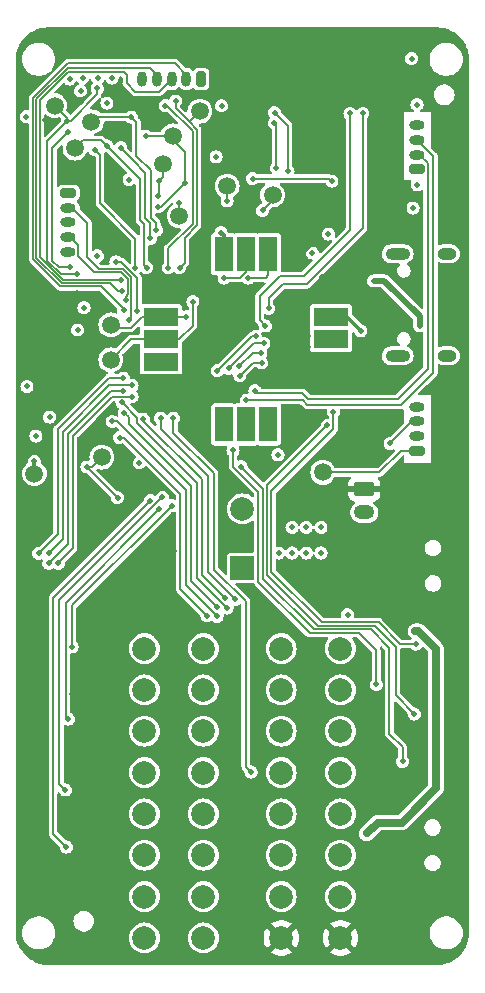
<source format=gbl>
%TF.GenerationSoftware,KiCad,Pcbnew,7.0.2-0*%
%TF.CreationDate,2023-11-28T17:04:35-06:00*%
%TF.ProjectId,Flight Computer,466c6967-6874-4204-936f-6d7075746572,1.1*%
%TF.SameCoordinates,Original*%
%TF.FileFunction,Copper,L4,Bot*%
%TF.FilePolarity,Positive*%
%FSLAX46Y46*%
G04 Gerber Fmt 4.6, Leading zero omitted, Abs format (unit mm)*
G04 Created by KiCad (PCBNEW 7.0.2-0) date 2023-11-28 17:04:35*
%MOMM*%
%LPD*%
G01*
G04 APERTURE LIST*
G04 Aperture macros list*
%AMRoundRect*
0 Rectangle with rounded corners*
0 $1 Rounding radius*
0 $2 $3 $4 $5 $6 $7 $8 $9 X,Y pos of 4 corners*
0 Add a 4 corners polygon primitive as box body*
4,1,4,$2,$3,$4,$5,$6,$7,$8,$9,$2,$3,0*
0 Add four circle primitives for the rounded corners*
1,1,$1+$1,$2,$3*
1,1,$1+$1,$4,$5*
1,1,$1+$1,$6,$7*
1,1,$1+$1,$8,$9*
0 Add four rect primitives between the rounded corners*
20,1,$1+$1,$2,$3,$4,$5,0*
20,1,$1+$1,$4,$5,$6,$7,0*
20,1,$1+$1,$6,$7,$8,$9,0*
20,1,$1+$1,$8,$9,$2,$3,0*%
G04 Aperture macros list end*
%TA.AperFunction,ComponentPad*%
%ADD10O,1.600000X1.000000*%
%TD*%
%TA.AperFunction,ComponentPad*%
%ADD11O,2.100000X1.000000*%
%TD*%
%TA.AperFunction,ComponentPad*%
%ADD12RoundRect,0.200000X0.450000X-0.200000X0.450000X0.200000X-0.450000X0.200000X-0.450000X-0.200000X0*%
%TD*%
%TA.AperFunction,ComponentPad*%
%ADD13O,1.300000X0.800000*%
%TD*%
%TA.AperFunction,ComponentPad*%
%ADD14RoundRect,0.200000X0.200000X0.450000X-0.200000X0.450000X-0.200000X-0.450000X0.200000X-0.450000X0*%
%TD*%
%TA.AperFunction,ComponentPad*%
%ADD15O,0.800000X1.300000*%
%TD*%
%TA.AperFunction,ComponentPad*%
%ADD16RoundRect,0.200000X-0.450000X0.200000X-0.450000X-0.200000X0.450000X-0.200000X0.450000X0.200000X0*%
%TD*%
%TA.AperFunction,SMDPad,CuDef*%
%ADD17C,1.500000*%
%TD*%
%TA.AperFunction,ComponentPad*%
%ADD18RoundRect,0.250000X-0.625000X0.350000X-0.625000X-0.350000X0.625000X-0.350000X0.625000X0.350000X0*%
%TD*%
%TA.AperFunction,ComponentPad*%
%ADD19O,1.750000X1.200000*%
%TD*%
%TA.AperFunction,ComponentPad*%
%ADD20C,2.000000*%
%TD*%
%TA.AperFunction,SMDPad,CuDef*%
%ADD21R,3.000000X1.500000*%
%TD*%
%TA.AperFunction,SMDPad,CuDef*%
%ADD22R,1.500000X3.000000*%
%TD*%
%TA.AperFunction,ComponentPad*%
%ADD23R,2.000000X2.000000*%
%TD*%
%TA.AperFunction,ViaPad*%
%ADD24C,0.525000*%
%TD*%
%TA.AperFunction,ViaPad*%
%ADD25C,0.500000*%
%TD*%
%TA.AperFunction,ViaPad*%
%ADD26C,0.700000*%
%TD*%
%TA.AperFunction,Conductor*%
%ADD27C,0.500000*%
%TD*%
%TA.AperFunction,Conductor*%
%ADD28C,0.300000*%
%TD*%
%TA.AperFunction,Conductor*%
%ADD29C,0.127000*%
%TD*%
%TA.AperFunction,Conductor*%
%ADD30C,0.700000*%
%TD*%
G04 APERTURE END LIST*
D10*
%TO.P,J7,S1,SHIELD*%
%TO.N,Net-(J7-SHIELD)*%
X120815000Y-46642500D03*
D11*
X116635000Y-46642500D03*
X116635000Y-38002500D03*
D10*
X120815000Y-38002500D03*
%TD*%
D12*
%TO.P,J8,1,Pin_1*%
%TO.N,/Connectors and Power Supply/Vin_combined*%
X118270000Y-54690000D03*
D13*
%TO.P,J8,2,Pin_2*%
%TO.N,/UART3 RX*%
X118270000Y-53440000D03*
%TO.P,J8,3,Pin_3*%
%TO.N,/UART3 TX*%
X118270000Y-52190000D03*
%TO.P,J8,4,Pin_4*%
%TO.N,GND*%
X118270000Y-50940000D03*
%TD*%
D14*
%TO.P,J3,1,Pin_1*%
%TO.N,+3.3V*%
X100000000Y-23200000D03*
D15*
%TO.P,J3,2,Pin_2*%
%TO.N,/NRST*%
X98750000Y-23200000D03*
%TO.P,J3,3,Pin_3*%
%TO.N,/SWCLK*%
X97500000Y-23200000D03*
%TO.P,J3,4,Pin_4*%
%TO.N,/SWDIO*%
X96250000Y-23200000D03*
%TO.P,J3,5,Pin_5*%
%TO.N,GND*%
X95000000Y-23200000D03*
%TD*%
D12*
%TO.P,J9,1,Pin_1*%
%TO.N,+3.3V*%
X118300000Y-30857500D03*
D13*
%TO.P,J9,2,Pin_2*%
%TO.N,/I2C2 SDA*%
X118300000Y-29607500D03*
%TO.P,J9,3,Pin_3*%
%TO.N,/I2C2 SCL*%
X118300000Y-28357500D03*
%TO.P,J9,4,Pin_4*%
%TO.N,GND*%
X118300000Y-27107500D03*
%TD*%
D16*
%TO.P,J5,1,Pin_1*%
%TO.N,+3.3V*%
X88760000Y-32840000D03*
D13*
%TO.P,J5,2,Pin_2*%
%TO.N,/SPI2 MISO*%
X88760000Y-34090000D03*
%TO.P,J5,3,Pin_3*%
%TO.N,/SPI2 MOSI*%
X88760000Y-35340000D03*
%TO.P,J5,4,Pin_4*%
%TO.N,/SPI2 SCK*%
X88760000Y-36590000D03*
%TO.P,J5,5,Pin_5*%
%TO.N,GND*%
X88760000Y-37840000D03*
%TD*%
D17*
%TO.P,TP10,1,1*%
%TO.N,/UART2 TX*%
X92350000Y-44020000D03*
%TD*%
%TO.P,TP15,1,1*%
%TO.N,/QSPI Clock*%
X91600000Y-55210000D03*
%TD*%
D18*
%TO.P,J4,1,Pin_1*%
%TO.N,GND*%
X113800000Y-57900000D03*
D19*
%TO.P,J4,2,Pin_2*%
%TO.N,/Main battery connector*%
X113800000Y-59900000D03*
%TD*%
D17*
%TO.P,TP5,1,1*%
%TO.N,/SPI1 SCK*%
X97600000Y-28020000D03*
%TD*%
%TO.P,TP4,1,1*%
%TO.N,/SPI1 MOSI*%
X96750000Y-30420000D03*
%TD*%
%TO.P,TP1,1,1*%
%TO.N,/Connectors and Power Supply/Vin_combined*%
X110300000Y-56500000D03*
%TD*%
%TO.P,TP11,1,1*%
%TO.N,/UART2 RX*%
X92350000Y-46970000D03*
%TD*%
%TO.P,TP6,1,1*%
%TO.N,/Chip Select Altimeter*%
X87600000Y-25450000D03*
%TD*%
%TO.P,TP7,1,1*%
%TO.N,/Chip Select High G Accel*%
X99900000Y-25920000D03*
%TD*%
D20*
%TO.P,J2,1,Pin_1*%
%TO.N,+12V*%
X95200000Y-95920000D03*
%TO.P,J2,2,Pin_2*%
X100200000Y-95920000D03*
%TO.P,J2,3,Pin_3*%
%TO.N,/Pyrotechnic Channels/Pyro Channel A*%
X95200000Y-92420000D03*
%TO.P,J2,4,Pin_4*%
X100200000Y-92420000D03*
%TO.P,J2,5,Pin_5*%
%TO.N,+12V*%
X95200000Y-88920000D03*
%TO.P,J2,6,Pin_6*%
X100200000Y-88920000D03*
%TO.P,J2,7,Pin_7*%
%TO.N,/Pyrotechnic Channels/Pyro Channel B*%
X95200000Y-85420000D03*
%TO.P,J2,8,Pin_8*%
X100200000Y-85420000D03*
%TO.P,J2,9,Pin_9*%
%TO.N,+12V*%
X95200000Y-81920000D03*
%TO.P,J2,10,Pin_10*%
X100200000Y-81920000D03*
%TO.P,J2,11,Pin_11*%
%TO.N,/Pyrotechnic Channels/Pyro Channel C*%
X95200000Y-78420000D03*
%TO.P,J2,12,Pin_12*%
X100200000Y-78420000D03*
%TO.P,J2,13,Pin_13*%
%TO.N,+12V*%
X95200000Y-74920000D03*
%TO.P,J2,14,Pin_14*%
X100200000Y-74920000D03*
%TO.P,J2,15,Pin_15*%
%TO.N,/Pyrotechnic Channels/Pyro Channel D*%
X95200000Y-71420000D03*
%TO.P,J2,16,Pin_16*%
X100200000Y-71420000D03*
%TD*%
D21*
%TO.P,U11,1,GND*%
%TO.N,GND*%
X111000000Y-41432500D03*
%TO.P,U11,2,VCC_IO*%
%TO.N,+3.3V*%
X111000000Y-43332500D03*
%TO.P,U11,3,V_BCKP*%
%TO.N,unconnected-(U11-V_BCKP-Pad3)*%
X111000000Y-45232500D03*
%TO.P,U11,4,GND*%
%TO.N,GND*%
X111000000Y-47132500D03*
%TO.P,U11,5,GND*%
X111000000Y-49032500D03*
D22*
%TO.P,U11,6,GND*%
X107600000Y-52432500D03*
%TO.P,U11,7,TIMEPULSE*%
%TO.N,unconnected-(U11-TIMEPULSE-Pad7)*%
X105700000Y-52432500D03*
%TO.P,U11,8,~{SAFEBOOT}*%
%TO.N,unconnected-(U11-~{SAFEBOOT}-Pad8)*%
X103800000Y-52432500D03*
%TO.P,U11,9,SDA*%
%TO.N,unconnected-(U11-SDA-Pad9)*%
X101900000Y-52432500D03*
%TO.P,U11,10,GND*%
%TO.N,GND*%
X100000000Y-52432500D03*
D21*
%TO.P,U11,11,GND*%
X96600000Y-49032500D03*
%TO.P,U11,12,SCL*%
%TO.N,unconnected-(U11-SCL-Pad12)*%
X96600000Y-47132500D03*
%TO.P,U11,13,TXD*%
%TO.N,/UART2 RX*%
X96600000Y-45232500D03*
%TO.P,U11,14,RXD*%
%TO.N,/UART2 TX*%
X96600000Y-43332500D03*
%TO.P,U11,15,GND*%
%TO.N,GND*%
X96600000Y-41432500D03*
D22*
%TO.P,U11,16,GND*%
X100000000Y-38032500D03*
%TO.P,U11,17,VCC*%
%TO.N,+3.3V*%
X101900000Y-38032500D03*
%TO.P,U11,18,~{RESET}*%
%TO.N,/GPS Reset*%
X103800000Y-38032500D03*
%TO.P,U11,19,EXTINT*%
%TO.N,/GPS External Interrupt*%
X105700000Y-38032500D03*
%TO.P,U11,20,GND*%
%TO.N,GND*%
X107600000Y-38032500D03*
%TD*%
D17*
%TO.P,TP9,1,1*%
%TO.N,/Chip Select Low G Gyro*%
X90700000Y-26820000D03*
%TD*%
D23*
%TO.P,BZ1,1,-*%
%TO.N,+3.3V*%
X103500000Y-64590000D03*
D20*
%TO.P,BZ1,2,+*%
%TO.N,Net-(BZ1-+)*%
X103500000Y-59590000D03*
%TD*%
D17*
%TO.P,TP3,1,1*%
%TO.N,/SPI1 MISO*%
X98150000Y-34770000D03*
%TD*%
%TO.P,TP2,1,1*%
%TO.N,+3.3V*%
X85880000Y-56610000D03*
%TD*%
%TO.P,TP13,1,1*%
%TO.N,/SDMMC Clock*%
X106050000Y-33020000D03*
%TD*%
%TO.P,TP14,1,1*%
%TO.N,/SDMMC Command*%
X102200000Y-32270000D03*
%TD*%
D20*
%TO.P,J1,1,Pin_1*%
%TO.N,/Pyrotechnic Channels/Pyro Channel E*%
X111790000Y-71420000D03*
%TO.P,J1,2,Pin_2*%
X106790000Y-71420000D03*
%TO.P,J1,3,Pin_3*%
%TO.N,+12V*%
X111790000Y-74920000D03*
%TO.P,J1,4,Pin_4*%
X106790000Y-74920000D03*
%TO.P,J1,5,Pin_5*%
%TO.N,/Pyrotechnic Channels/Pyro Channel F*%
X111790000Y-78420000D03*
%TO.P,J1,6,Pin_6*%
X106790000Y-78420000D03*
%TO.P,J1,7,Pin_7*%
%TO.N,+12V*%
X111790000Y-81920000D03*
%TO.P,J1,8,Pin_8*%
X106790000Y-81920000D03*
%TO.P,J1,9,Pin_9*%
%TO.N,/Main battery connector*%
X111790000Y-85420000D03*
%TO.P,J1,10,Pin_10*%
X106790000Y-85420000D03*
%TO.P,J1,11,Pin_11*%
%TO.N,/Main battery in*%
X111790000Y-88920000D03*
%TO.P,J1,12,Pin_12*%
X106790000Y-88920000D03*
%TO.P,J1,13,Pin_13*%
%TO.N,+12V*%
X111790000Y-92420000D03*
%TO.P,J1,14,Pin_14*%
X106790000Y-92420000D03*
%TO.P,J1,15,Pin_15*%
%TO.N,GND*%
X111790000Y-95920000D03*
%TO.P,J1,16,Pin_16*%
X106790000Y-95920000D03*
%TD*%
D17*
%TO.P,TP8,1,1*%
%TO.N,/Chip Select Low G Accel*%
X89320000Y-29050000D03*
%TD*%
%TO.P,TP12,1,1*%
%TO.N,GND*%
X114460000Y-53420000D03*
%TD*%
D24*
%TO.N,GND*%
X114650000Y-38950000D03*
D25*
%TO.N,+3.3V*%
X87170000Y-51820000D03*
X110140000Y-61160000D03*
X85880000Y-55570000D03*
X86010000Y-53430000D03*
X110160000Y-63330000D03*
X88859943Y-23196569D03*
X101750000Y-25470000D03*
X90080000Y-42560000D03*
X89550000Y-44437500D03*
X89980000Y-23100000D03*
X93900000Y-31720000D03*
X108910000Y-63330000D03*
X85210000Y-26390000D03*
X117830000Y-21480000D03*
X89800000Y-24200000D03*
X94776731Y-55693270D03*
X106512500Y-55020000D03*
X109420000Y-37920000D03*
X110780000Y-36320000D03*
X92020000Y-25239500D03*
X112400000Y-68560000D03*
X92460000Y-23120000D03*
X113515378Y-44524622D03*
X85250000Y-49232500D03*
X107710000Y-63330000D03*
X107690000Y-61160000D03*
X101674500Y-36201000D03*
X106560000Y-63330000D03*
X118300000Y-32160000D03*
X117950500Y-34132500D03*
X118280000Y-25370000D03*
X108890000Y-61160000D03*
X91210000Y-38170000D03*
X101266208Y-29795738D03*
X91250000Y-23150000D03*
%TO.N,GND*%
X88000000Y-48732500D03*
X92980000Y-25239500D03*
X117020000Y-77540000D03*
X89080000Y-91670000D03*
X90730000Y-74760000D03*
X84800000Y-48032500D03*
X101720000Y-23710000D03*
X108050000Y-58550000D03*
X95160000Y-27110000D03*
X114430000Y-36620000D03*
X86180000Y-40500000D03*
X100700000Y-28620000D03*
X114850000Y-62300000D03*
X90290000Y-92740000D03*
X109180000Y-36920000D03*
X110750000Y-26100000D03*
X85550000Y-73880000D03*
X91210000Y-35180000D03*
X102200000Y-75420000D03*
X117100000Y-72070000D03*
X89550000Y-43470000D03*
X89810000Y-25130000D03*
X113900000Y-62300000D03*
X85560000Y-91120000D03*
X103350000Y-33007998D03*
X85180000Y-24260000D03*
X97700000Y-63200000D03*
X117920000Y-79300000D03*
X98900000Y-47882500D03*
X114460000Y-52200000D03*
X93950000Y-55670000D03*
X89360000Y-19340000D03*
X121450000Y-73870000D03*
X112990000Y-48450000D03*
X86810000Y-26700000D03*
X104800000Y-75470000D03*
X84820000Y-51820000D03*
X109060000Y-45920000D03*
X89090000Y-93240000D03*
X89450000Y-41310000D03*
X89040000Y-87230000D03*
X102740000Y-57850000D03*
X90270000Y-86710000D03*
X117870000Y-23040000D03*
X90650000Y-59370000D03*
X110050000Y-68250000D03*
X92667869Y-60037869D03*
X121450000Y-79630000D03*
X113600000Y-65850000D03*
X102500000Y-85400000D03*
X89130000Y-73680000D03*
X117720000Y-48140000D03*
X89050000Y-75310000D03*
X100000000Y-36220000D03*
X89050000Y-85680000D03*
X117055000Y-34670000D03*
X121805000Y-34620000D03*
X102200000Y-80500000D03*
X104400419Y-55020000D03*
X115750000Y-62300000D03*
X85550000Y-79630000D03*
X98840000Y-51060000D03*
X90410000Y-80700000D03*
X101510000Y-27870000D03*
X92804977Y-31765023D03*
X90610000Y-19340000D03*
X108760000Y-52432500D03*
X109050000Y-44950000D03*
X104800000Y-80600000D03*
X118200000Y-77900000D03*
X90320000Y-70800000D03*
X117920000Y-73280000D03*
X88740000Y-81100000D03*
X112950000Y-62300000D03*
X89130000Y-79690000D03*
X118410000Y-71950000D03*
X91860000Y-19370000D03*
X114950000Y-46200000D03*
X116810000Y-76550000D03*
X85550000Y-85380000D03*
X94350000Y-58470000D03*
X110210000Y-39990000D03*
X118030000Y-82640000D03*
X86530000Y-41652500D03*
X111250000Y-39270000D03*
X92657760Y-28292825D03*
%TO.N,/SWDIO*%
X93320000Y-41120000D03*
%TO.N,/SWCLK*%
X93220000Y-40240000D03*
%TO.N,/NRST*%
X93430000Y-42780000D03*
%TO.N,/UART3 TX*%
X116000000Y-54060000D03*
%TO.N,/I2C2 SDA*%
X104550000Y-49580000D03*
%TO.N,/I2C2 SCL*%
X103840000Y-50390000D03*
%TO.N,/SDMMC Data 2*%
X106228415Y-26048415D03*
X107360000Y-31020000D03*
%TO.N,/SDMMC Data 3*%
X106370000Y-30720000D03*
X106200000Y-26910000D03*
%TO.N,/SDMMC Command*%
X102200000Y-33520000D03*
%TO.N,/SDMMC Clock*%
X105200000Y-34320000D03*
%TO.N,/SDMMC Data 0*%
X112600000Y-26120000D03*
X105437002Y-44105497D03*
%TO.N,/SDMMC Data 1*%
X105710000Y-42612500D03*
X113690000Y-26120000D03*
%TO.N,/SD Card Detect*%
X111070000Y-31842500D03*
X104360500Y-31640000D03*
%TO.N,/Pyro Channel A Trigger*%
X95701831Y-58897951D03*
X88590000Y-88230000D03*
%TO.N,/Pyro Channel B Trigger*%
X96725000Y-58615000D03*
X88510000Y-83390000D03*
%TO.N,/Pyro Channel C Trigger*%
X96469395Y-59617434D03*
X88760000Y-77400000D03*
%TO.N,/Pyro Channel E Trigger*%
X114830000Y-74450000D03*
X102700000Y-54640000D03*
%TO.N,/Pyro Channel F Trigger*%
X117060000Y-80980000D03*
X103390000Y-56020000D03*
%TO.N,/Pyro Channel D Trigger*%
X97505000Y-59325000D03*
X89070000Y-71280000D03*
%TO.N,/Pyro A Continuity Voltage*%
X102200000Y-68000000D03*
X93294710Y-50582500D03*
%TO.N,/Pyro B Continuity Voltage*%
X101350000Y-67900000D03*
X93500324Y-51449676D03*
%TO.N,/Pyro C Continuity Voltage*%
X92468412Y-52179334D03*
X101350000Y-68700000D03*
%TO.N,/Pyro E Continuity Voltage*%
X96589693Y-51908998D03*
X102900000Y-67250000D03*
%TO.N,/Pyro F Continuity Voltage*%
X102050000Y-67150000D03*
X95098967Y-51998603D03*
%TO.N,/Pyro D Continuity Voltage*%
X100500000Y-68650000D03*
X93107954Y-53562045D03*
%TO.N,/Ignition Battery Voltage*%
X104230000Y-81870000D03*
X97658242Y-51908000D03*
%TO.N,/High G Interrupt*%
X97225500Y-39170000D03*
X96970000Y-25450000D03*
%TO.N,/Chip Select Low G Gyro*%
X96200000Y-35997500D03*
X94095937Y-26420500D03*
%TO.N,/SPI1 SCK*%
X95300000Y-28032500D03*
X96370000Y-34020000D03*
X98604495Y-32020000D03*
%TO.N,/SPI1 MOSI*%
X96450000Y-31794500D03*
X96350000Y-33082000D03*
%TO.N,/SPI1 MISO*%
X98150000Y-33692454D03*
%TO.N,/Low G Gyro Interrupt*%
X95700000Y-36690000D03*
X93200000Y-29020000D03*
%TO.N,/Chip Select Low G Accel*%
X95380000Y-39170000D03*
X92003544Y-28854118D03*
%TO.N,/Low G Accel Interrupt*%
X94437076Y-39167384D03*
X91000000Y-29170000D03*
%TO.N,/Altimeter Interrupt*%
X88910000Y-39120000D03*
X88745000Y-27675000D03*
%TO.N,/QSPI Clock*%
X92925000Y-58645000D03*
X90325000Y-56045000D03*
%TO.N,/GPS Reset*%
X101947286Y-40045072D03*
%TO.N,/GPS External Interrupt*%
X104000000Y-40050000D03*
%TO.N,/UART2 TX*%
X98750000Y-43332500D03*
%TO.N,/UART2 RX*%
X99299665Y-42039665D03*
%TO.N,/USB 5V in*%
X118500000Y-44090000D03*
X114600000Y-40300000D03*
%TO.N,/Chip Select Altimeter*%
X88670000Y-26760000D03*
X89530000Y-39747500D03*
X91199500Y-24000000D03*
%TO.N,/Chip Select High G Accel*%
X98173946Y-39169500D03*
X97852500Y-25050000D03*
%TO.N,/SPI2 MISO*%
X93930000Y-43610000D03*
%TO.N,/SPI2 MOSI*%
X92790000Y-38680000D03*
X94603872Y-42876128D03*
%TO.N,/SPI2 SCK*%
X93630000Y-41950000D03*
%TO.N,/Pyro A Continuity LED*%
X101380000Y-47900000D03*
X93420000Y-48510000D03*
X104610000Y-44980000D03*
X86250000Y-63350000D03*
%TO.N,/Pyro B Continuity LED*%
X87100000Y-63350000D03*
X94149198Y-49135593D03*
X102320000Y-47710000D03*
X105310000Y-45590000D03*
%TO.N,/Pyro C Continuity LED*%
X87100000Y-64200000D03*
X103230000Y-47510000D03*
X105060000Y-46370000D03*
X93400000Y-49610000D03*
%TO.N,/Pyro D Continuity LED*%
X94150789Y-50083030D03*
X103280000Y-48310000D03*
X105120000Y-47230000D03*
X87900000Y-64200000D03*
%TO.N,/Pyro E Continuity LED*%
X111198873Y-51378873D03*
X118200000Y-71050000D03*
%TO.N,/Pyro F Continuity LED*%
X110675000Y-52525000D03*
X118040000Y-76960000D03*
D26*
%TO.N,/Connectors and Power Supply/Vin_combined*%
X114020000Y-87080000D03*
X118150000Y-69950000D03*
%TD*%
D27*
%TO.N,/USB 5V in*%
X114600000Y-40300000D02*
X115517500Y-40300000D01*
X115517500Y-40300000D02*
X118500000Y-43282500D01*
X118500000Y-43282500D02*
X118500000Y-44090000D01*
D28*
%TO.N,+3.3V*%
X113515378Y-44524622D02*
X112323256Y-43332500D01*
X112323256Y-43332500D02*
X111000000Y-43332500D01*
X101674500Y-36201000D02*
X101900000Y-36426500D01*
X85880000Y-55570000D02*
X85880000Y-56610000D01*
X101900000Y-36426500D02*
X101900000Y-38032500D01*
%TO.N,GND*%
X98397500Y-49032500D02*
X98900000Y-48530000D01*
X112990000Y-48450000D02*
X111582500Y-48450000D01*
X114460000Y-53420000D02*
X114460000Y-52200000D01*
X111000000Y-47132500D02*
X111000000Y-49032500D01*
X108457500Y-38032500D02*
X107600000Y-38032500D01*
X109180000Y-37310000D02*
X108457500Y-38032500D01*
X96600000Y-49032500D02*
X98397500Y-49032500D01*
X111582500Y-48450000D02*
X111000000Y-49032500D01*
X98900000Y-48530000D02*
X98900000Y-47882500D01*
X107600000Y-52432500D02*
X108760000Y-52432500D01*
X109180000Y-36920000D02*
X109180000Y-37310000D01*
X100000000Y-36220000D02*
X100000000Y-38032500D01*
D29*
%TO.N,/SWDIO*%
X86046000Y-24926523D02*
X88722523Y-22250000D01*
X95660000Y-22250000D02*
X96250000Y-22840000D01*
X92324000Y-40494000D02*
X88185580Y-40494000D01*
X88185580Y-40494000D02*
X86046000Y-38354420D01*
X92950000Y-41120000D02*
X92324000Y-40494000D01*
X86046000Y-38354420D02*
X86046000Y-24926523D01*
X88722523Y-22250000D02*
X95660000Y-22250000D01*
X93320000Y-41120000D02*
X92950000Y-41120000D01*
X96250000Y-22840000D02*
X96250000Y-23200000D01*
%TO.N,/SWCLK*%
X93710000Y-22870000D02*
X93710000Y-23570000D01*
X93710000Y-23570000D02*
X94440000Y-24300000D01*
X94440000Y-24300000D02*
X96400000Y-24300000D01*
X96400000Y-24300000D02*
X97500000Y-23200000D01*
X86320000Y-38269210D02*
X86320000Y-25011733D01*
X86320000Y-25011733D02*
X88711733Y-22620000D01*
X88711733Y-22620000D02*
X93460000Y-22620000D01*
X93220000Y-40240000D02*
X88290790Y-40240000D01*
X88290790Y-40240000D02*
X86320000Y-38269210D01*
X93460000Y-22620000D02*
X93710000Y-22870000D01*
%TO.N,/NRST*%
X85792000Y-24821313D02*
X88743313Y-21870000D01*
X88743313Y-21870000D02*
X97750000Y-21870000D01*
X88080370Y-40748000D02*
X85792000Y-38459630D01*
X97750000Y-21870000D02*
X98750000Y-22870000D01*
X85792000Y-38459630D02*
X85792000Y-24821313D01*
X98750000Y-22870000D02*
X98750000Y-23200000D01*
X93430000Y-42651828D02*
X91526172Y-40748000D01*
X93430000Y-42780000D02*
X93430000Y-42651828D01*
X91526172Y-40748000D02*
X88080370Y-40748000D01*
%TO.N,/UART3 TX*%
X117870000Y-52190000D02*
X118270000Y-52190000D01*
X116000000Y-54060000D02*
X117870000Y-52190000D01*
%TO.N,/I2C2 SDA*%
X104740000Y-49770000D02*
X108550000Y-49770000D01*
X109080000Y-50300000D02*
X116650000Y-50300000D01*
X104550000Y-49580000D02*
X104740000Y-49770000D01*
X119190000Y-47760000D02*
X119190000Y-30319683D01*
X116650000Y-50300000D02*
X119190000Y-47760000D01*
X108550000Y-49770000D02*
X109080000Y-50300000D01*
X118477817Y-29607500D02*
X118300000Y-29607500D01*
X119190000Y-30319683D02*
X118477817Y-29607500D01*
%TO.N,/I2C2 SCL*%
X103847002Y-50382998D02*
X108592998Y-50382998D01*
X119660000Y-48050000D02*
X119660000Y-29717500D01*
X119660000Y-29717500D02*
X118300000Y-28357500D01*
X108990000Y-50780000D02*
X116930000Y-50780000D01*
X116930000Y-50780000D02*
X119660000Y-48050000D01*
X103840000Y-50390000D02*
X103847002Y-50382998D01*
X108592998Y-50382998D02*
X108990000Y-50780000D01*
%TO.N,/SDMMC Data 2*%
X106228415Y-26048415D02*
X107360000Y-27180000D01*
X107360000Y-27180000D02*
X107360000Y-31020000D01*
%TO.N,/SDMMC Data 3*%
X106370000Y-27080000D02*
X106370000Y-30720000D01*
X106200000Y-26910000D02*
X106370000Y-27080000D01*
%TO.N,/SDMMC Command*%
X102200000Y-32270000D02*
X102200000Y-33520000D01*
%TO.N,/SDMMC Clock*%
X105200000Y-34320000D02*
X106050000Y-33470000D01*
X106050000Y-33470000D02*
X106050000Y-33020000D01*
%TO.N,/SDMMC Data 0*%
X112600000Y-26120000D02*
X112600000Y-35982500D01*
X104960000Y-43628495D02*
X105437002Y-44105497D01*
X104960000Y-41572500D02*
X104960000Y-43628495D01*
X108700000Y-39882500D02*
X106650000Y-39882500D01*
X106650000Y-39882500D02*
X104960000Y-41572500D01*
X112600000Y-35982500D02*
X108700000Y-39882500D01*
%TO.N,/SDMMC Data 1*%
X113690000Y-26120000D02*
X113690000Y-35842500D01*
X108950000Y-40582500D02*
X106900000Y-40582500D01*
X113690000Y-35842500D02*
X108950000Y-40582500D01*
X105710000Y-41772500D02*
X105710000Y-42612500D01*
X106900000Y-40582500D02*
X105710000Y-41772500D01*
%TO.N,/SD Card Detect*%
X104360500Y-31640000D02*
X110867500Y-31640000D01*
X110867500Y-31640000D02*
X111070000Y-31842500D01*
%TO.N,/Pyro Channel A Trigger*%
X88590000Y-88230000D02*
X87470000Y-87110000D01*
X87470000Y-67129782D02*
X95701831Y-58897951D01*
X87470000Y-87110000D02*
X87470000Y-67129782D01*
%TO.N,/Pyro Channel B Trigger*%
X87990000Y-82870000D02*
X87990000Y-67350000D01*
X88510000Y-83390000D02*
X87990000Y-82870000D01*
X87990000Y-67350000D02*
X96725000Y-58615000D01*
%TO.N,/Pyro Channel C Trigger*%
X88540000Y-77180000D02*
X88540000Y-67546829D01*
X88540000Y-67546829D02*
X96469395Y-59617434D01*
X88760000Y-77400000D02*
X88540000Y-77180000D01*
%TO.N,/Pyro Channel E Trigger*%
X104850000Y-65750000D02*
X109202420Y-70102420D01*
X114830000Y-71570000D02*
X114830000Y-74450000D01*
X102700000Y-54640000D02*
X102700000Y-56010000D01*
X102700000Y-56010000D02*
X104850000Y-58160000D01*
X104850000Y-58160000D02*
X104850000Y-65750000D01*
X113362420Y-70102420D02*
X114830000Y-71570000D01*
X109202420Y-70102420D02*
X113362420Y-70102420D01*
%TO.N,/Pyro Channel F Trigger*%
X115950000Y-71400000D02*
X115950000Y-78670000D01*
X105250000Y-57880000D02*
X105250000Y-65500000D01*
X117060000Y-79780000D02*
X117060000Y-80980000D01*
X105250000Y-65500000D02*
X109550000Y-69800000D01*
X114350000Y-69800000D02*
X115950000Y-71400000D01*
X109550000Y-69800000D02*
X114350000Y-69800000D01*
X115950000Y-78670000D02*
X117060000Y-79780000D01*
X103390000Y-56020000D02*
X105250000Y-57880000D01*
%TO.N,/Pyro Channel D Trigger*%
X89070000Y-67760000D02*
X97505000Y-59325000D01*
X89070000Y-71280000D02*
X89070000Y-67760000D01*
%TO.N,/Pyro A Continuity Voltage*%
X102200000Y-68000000D02*
X99650000Y-65450000D01*
X94572967Y-51860757D02*
X93294710Y-50582500D01*
X99650000Y-57400000D02*
X94572967Y-52322967D01*
X99650000Y-65450000D02*
X99650000Y-57400000D01*
X94572967Y-52322967D02*
X94572967Y-51860757D01*
%TO.N,/Pyro B Continuity Voltage*%
X93898967Y-51848319D02*
X93500324Y-51449676D01*
X99150000Y-57700000D02*
X93898967Y-52448967D01*
X101350000Y-67900000D02*
X99150000Y-65700000D01*
X93898967Y-52448967D02*
X93898967Y-51848319D01*
X99150000Y-65700000D02*
X99150000Y-57700000D01*
%TO.N,/Pyro C Continuity Voltage*%
X98700000Y-66050000D02*
X98700000Y-58000000D01*
X92879334Y-52179334D02*
X92468412Y-52179334D01*
X101350000Y-68700000D02*
X98700000Y-66050000D01*
X98700000Y-58000000D02*
X92879334Y-52179334D01*
%TO.N,/Pyro E Continuity Voltage*%
X102900000Y-67250000D02*
X100600000Y-64950000D01*
X100600000Y-56850000D02*
X96589693Y-52839693D01*
X96589693Y-52839693D02*
X96589693Y-51908998D01*
X100600000Y-64950000D02*
X100600000Y-56850000D01*
%TO.N,/Pyro F Continuity Voltage*%
X95199500Y-52199500D02*
X95199500Y-52099136D01*
X100100000Y-57100000D02*
X95199500Y-52199500D01*
X100100000Y-65200000D02*
X100100000Y-57100000D01*
X95199500Y-52099136D02*
X95098967Y-51998603D01*
X102050000Y-67150000D02*
X100100000Y-65200000D01*
%TO.N,/Pyro D Continuity Voltage*%
X98250000Y-66400000D02*
X98250000Y-58350000D01*
X98250000Y-58350000D02*
X93462045Y-53562045D01*
X100500000Y-68650000D02*
X98250000Y-66400000D01*
X93462045Y-53562045D02*
X93107954Y-53562045D01*
%TO.N,/Ignition Battery Voltage*%
X101100000Y-56600000D02*
X97658242Y-53158242D01*
X104230000Y-81870000D02*
X103780000Y-81420000D01*
X97658242Y-53158242D02*
X97658242Y-51908000D01*
X101100000Y-64750000D02*
X101100000Y-56600000D01*
X103780000Y-81420000D02*
X103780000Y-67430000D01*
X103780000Y-67430000D02*
X101100000Y-64750000D01*
%TO.N,/High G Interrupt*%
X97225500Y-39170000D02*
X97225500Y-37542052D01*
X99329495Y-27629495D02*
X97150000Y-25450000D01*
X97225500Y-37542052D02*
X99329495Y-35438057D01*
X97150000Y-25450000D02*
X96970000Y-25450000D01*
X99329495Y-35438057D02*
X99329495Y-27629495D01*
%TO.N,/Chip Select Low G Gyro*%
X95760000Y-30940000D02*
X94525000Y-29705000D01*
X94095937Y-26420500D02*
X94095437Y-26420000D01*
X94525000Y-26849563D02*
X94095937Y-26420500D01*
X94095437Y-26420000D02*
X91100000Y-26420000D01*
X91100000Y-26420000D02*
X90700000Y-26820000D01*
X96200000Y-35380000D02*
X95760000Y-34940000D01*
X94525000Y-29705000D02*
X94525000Y-26849563D01*
X96200000Y-35997500D02*
X96200000Y-35380000D01*
X95760000Y-34940000D02*
X95760000Y-30940000D01*
%TO.N,/SPI1 SCK*%
X96604495Y-34020000D02*
X98604495Y-32020000D01*
X97262500Y-28032500D02*
X95300000Y-28032500D01*
X98604495Y-32020000D02*
X98604495Y-29374495D01*
X98604495Y-29374495D02*
X97262500Y-28032500D01*
X96370000Y-34020000D02*
X96604495Y-34020000D01*
%TO.N,/SPI1 MOSI*%
X96450000Y-31794500D02*
X96450000Y-32982000D01*
X96750000Y-31494500D02*
X96750000Y-30370000D01*
X96450000Y-31794500D02*
X96750000Y-31494500D01*
X96450000Y-32982000D02*
X96350000Y-33082000D01*
%TO.N,/SPI1 MISO*%
X98150000Y-33692454D02*
X98150000Y-34370000D01*
%TO.N,/Low G Gyro Interrupt*%
X95700000Y-36690000D02*
X95700000Y-35410000D01*
X94198000Y-30048000D02*
X93200000Y-29050000D01*
X93200000Y-29050000D02*
X93200000Y-29020000D01*
X95260000Y-34970000D02*
X95260000Y-31130000D01*
X95260000Y-31130000D02*
X94198000Y-30068000D01*
X94198000Y-30068000D02*
X94198000Y-30048000D01*
X95700000Y-35410000D02*
X95260000Y-34970000D01*
%TO.N,/Chip Select Low G Accel*%
X89320000Y-29050000D02*
X89990000Y-28380000D01*
X91529426Y-28380000D02*
X92003544Y-28854118D01*
X89990000Y-28380000D02*
X91529426Y-28380000D01*
X95170000Y-38960000D02*
X95170000Y-35470000D01*
X92004118Y-28854118D02*
X92003544Y-28854118D01*
X95380000Y-39170000D02*
X95170000Y-38960000D01*
X95170000Y-35470000D02*
X94823000Y-35123000D01*
X94823000Y-31673000D02*
X92004118Y-28854118D01*
X94823000Y-35123000D02*
X94823000Y-31673000D01*
%TO.N,/Low G Accel Interrupt*%
X91425000Y-33707500D02*
X91425000Y-29595000D01*
X91425000Y-29595000D02*
X91000000Y-29170000D01*
X94437076Y-36719576D02*
X91425000Y-33707500D01*
X94437076Y-39167384D02*
X94437076Y-36719576D01*
%TO.N,/Altimeter Interrupt*%
X87410000Y-38580000D02*
X87410000Y-29010000D01*
X87410000Y-29010000D02*
X88745000Y-27675000D01*
X88910000Y-39120000D02*
X87950000Y-39120000D01*
X87950000Y-39120000D02*
X87410000Y-38580000D01*
%TO.N,/QSPI Clock*%
X92925000Y-58645000D02*
X90325000Y-56045000D01*
X91600000Y-55210000D02*
X90765000Y-56045000D01*
X90765000Y-56045000D02*
X90325000Y-56045000D01*
%TO.N,/GPS Reset*%
X101947286Y-40045072D02*
X103254928Y-40045072D01*
X103254928Y-40045072D02*
X103800000Y-39500000D01*
X103800000Y-39500000D02*
X103800000Y-38032500D01*
%TO.N,/GPS External Interrupt*%
X104000000Y-40050000D02*
X105482500Y-40050000D01*
X105700000Y-39832500D02*
X105700000Y-38032500D01*
X105482500Y-40050000D02*
X105700000Y-39832500D01*
%TO.N,/UART2 TX*%
X92570000Y-44240000D02*
X94080000Y-44240000D01*
X98750000Y-43332500D02*
X96600000Y-43332500D01*
X92350000Y-44020000D02*
X92570000Y-44240000D01*
X94987500Y-43332500D02*
X96600000Y-43332500D01*
X94080000Y-44240000D02*
X94987500Y-43332500D01*
%TO.N,/UART2 RX*%
X99300000Y-42040000D02*
X99300000Y-44082500D01*
X94087500Y-45232500D02*
X92350000Y-46970000D01*
X98150000Y-45232500D02*
X96600000Y-45232500D01*
X96600000Y-45232500D02*
X94087500Y-45232500D01*
X99299665Y-42039665D02*
X99300000Y-42040000D01*
X99300000Y-44082500D02*
X98150000Y-45232500D01*
%TO.N,/Chip Select Altimeter*%
X88950000Y-26760000D02*
X88670000Y-26760000D01*
X86980000Y-38570000D02*
X86980000Y-28450000D01*
X91199500Y-24000000D02*
X91199500Y-24510500D01*
X88670000Y-26520000D02*
X87600000Y-25450000D01*
X86980000Y-28450000D02*
X88670000Y-26760000D01*
X91199500Y-24510500D02*
X88950000Y-26760000D01*
X88670000Y-26760000D02*
X88670000Y-26520000D01*
X88157500Y-39747500D02*
X86980000Y-38570000D01*
X89530000Y-39747500D02*
X88157500Y-39747500D01*
%TO.N,/Chip Select High G Accel*%
X98941224Y-26778776D02*
X99041224Y-26778776D01*
X98600000Y-38743446D02*
X98600000Y-36630000D01*
X98941224Y-26778776D02*
X97852500Y-25690052D01*
X99656495Y-35573505D02*
X99656495Y-27494047D01*
X97852500Y-25690052D02*
X97852500Y-25050000D01*
X98173946Y-39169500D02*
X98600000Y-38743446D01*
X99041224Y-26778776D02*
X99900000Y-25920000D01*
X98600000Y-36630000D02*
X99656495Y-35573505D01*
X99656495Y-27494047D02*
X98941224Y-26778776D01*
%TO.N,/SPI2 MISO*%
X94100000Y-39990000D02*
X93416000Y-39306000D01*
X93930000Y-43610000D02*
X94100000Y-43440000D01*
X93416000Y-39306000D02*
X91386000Y-39306000D01*
X89070000Y-34090000D02*
X88760000Y-34090000D01*
X90380000Y-38300000D02*
X90380000Y-35400000D01*
X91386000Y-39306000D02*
X90380000Y-38300000D01*
X90380000Y-35400000D02*
X89070000Y-34090000D01*
X94100000Y-43440000D02*
X94100000Y-39990000D01*
%TO.N,/SPI2 MOSI*%
X92790000Y-38680000D02*
X93230000Y-38680000D01*
X94603872Y-40053872D02*
X94603872Y-42876128D01*
X93230000Y-38680000D02*
X94603872Y-40053872D01*
%TO.N,/SPI2 SCK*%
X89610500Y-38199710D02*
X89610500Y-37260500D01*
X93630000Y-41660000D02*
X93846000Y-41444000D01*
X90970790Y-39560000D02*
X89610500Y-38199710D01*
X93630000Y-41950000D02*
X93630000Y-41660000D01*
X88940000Y-36590000D02*
X88760000Y-36590000D01*
X93846000Y-41444000D02*
X93846000Y-40166000D01*
X89610500Y-37260500D02*
X88940000Y-36590000D01*
X93240000Y-39560000D02*
X90970790Y-39560000D01*
X93846000Y-40166000D02*
X93240000Y-39560000D01*
%TO.N,/Pyro A Continuity LED*%
X92190000Y-48510000D02*
X93420000Y-48510000D01*
X86250000Y-63350000D02*
X87860000Y-61740000D01*
X87860000Y-61740000D02*
X87860000Y-52840000D01*
X104300000Y-44980000D02*
X101380000Y-47900000D01*
X104610000Y-44980000D02*
X104300000Y-44980000D01*
X87860000Y-52840000D02*
X92190000Y-48510000D01*
%TO.N,/Pyro B Continuity LED*%
X87100000Y-63350000D02*
X88290000Y-62160000D01*
X104440000Y-45590000D02*
X102320000Y-47710000D01*
X92203617Y-49135593D02*
X94149198Y-49135593D01*
X105310000Y-45590000D02*
X104440000Y-45590000D01*
X88290000Y-53049210D02*
X92203617Y-49135593D01*
X88290000Y-62160000D02*
X88290000Y-53049210D01*
%TO.N,/Pyro C Continuity LED*%
X88720000Y-62580000D02*
X88720000Y-53230000D01*
X87100000Y-64200000D02*
X88720000Y-62580000D01*
X104370000Y-46370000D02*
X103230000Y-47510000D01*
X105060000Y-46370000D02*
X104370000Y-46370000D01*
X92340000Y-49610000D02*
X93400000Y-49610000D01*
X88720000Y-53230000D02*
X92340000Y-49610000D01*
%TO.N,/Pyro D Continuity LED*%
X104360000Y-47230000D02*
X103280000Y-48310000D01*
X89150000Y-53390000D02*
X92456970Y-50083030D01*
X105120000Y-47230000D02*
X104360000Y-47230000D01*
X89150000Y-62950000D02*
X89150000Y-53390000D01*
X92456970Y-50083030D02*
X94150789Y-50083030D01*
X87900000Y-64200000D02*
X89150000Y-62950000D01*
%TO.N,/Pyro E Continuity LED*%
X116870000Y-71050000D02*
X115020000Y-69200000D01*
X105950000Y-64950000D02*
X105950000Y-58100000D01*
X111198873Y-52851127D02*
X111198873Y-51378873D01*
X115020000Y-69200000D02*
X110200000Y-69200000D01*
X110200000Y-69200000D02*
X105950000Y-64950000D01*
X105950000Y-58100000D02*
X111198873Y-52851127D01*
X118200000Y-71050000D02*
X116870000Y-71050000D01*
%TO.N,/Pyro F Continuity LED*%
X110675000Y-52525000D02*
X110675000Y-52535000D01*
X116480000Y-71280000D02*
X116480000Y-75387746D01*
X114700000Y-69500000D02*
X116480000Y-71280000D01*
X105600000Y-65200000D02*
X109900000Y-69500000D01*
X118040000Y-76947746D02*
X118040000Y-76960000D01*
X105600000Y-57610000D02*
X105600000Y-65200000D01*
X109900000Y-69500000D02*
X114700000Y-69500000D01*
X110675000Y-52535000D02*
X105600000Y-57610000D01*
X116480000Y-75387746D02*
X118040000Y-76947746D01*
D30*
%TO.N,/Connectors and Power Supply/Vin_combined*%
X119900000Y-83250000D02*
X119900000Y-71450000D01*
X114950000Y-86150000D02*
X117000000Y-86150000D01*
D29*
X110300000Y-56500000D02*
X115100000Y-56500000D01*
X115100000Y-56500000D02*
X116910000Y-54690000D01*
D30*
X117000000Y-86150000D02*
X119900000Y-83250000D01*
X114020000Y-87080000D02*
X114950000Y-86150000D01*
X118400000Y-69950000D02*
X118150000Y-69950000D01*
D29*
X116910000Y-54690000D02*
X118270000Y-54690000D01*
D30*
X119900000Y-71450000D02*
X118400000Y-69950000D01*
%TD*%
%TA.AperFunction,Conductor*%
%TO.N,GND*%
G36*
X108459409Y-50765905D02*
G01*
X108471221Y-50775994D01*
X108585717Y-50890491D01*
X108698660Y-51003434D01*
X108711534Y-51019287D01*
X108718493Y-51029939D01*
X108743736Y-51049586D01*
X108752927Y-51057702D01*
X108753935Y-51058710D01*
X108753938Y-51058712D01*
X108753941Y-51058715D01*
X108770713Y-51070690D01*
X108773991Y-51073135D01*
X108818496Y-51107774D01*
X108822894Y-51110038D01*
X108827919Y-51111534D01*
X108827922Y-51111536D01*
X108877018Y-51126152D01*
X108880844Y-51127378D01*
X108929259Y-51144000D01*
X108929260Y-51144000D01*
X108934209Y-51145699D01*
X108939127Y-51146416D01*
X108944353Y-51146199D01*
X108944354Y-51146200D01*
X108995482Y-51144084D01*
X108999574Y-51144000D01*
X110561657Y-51144000D01*
X110619848Y-51162907D01*
X110655812Y-51212407D01*
X110659810Y-51255922D01*
X110643623Y-51378873D01*
X110662542Y-51522582D01*
X110693833Y-51598125D01*
X110718012Y-51656498D01*
X110806252Y-51771494D01*
X110806254Y-51771495D01*
X110814187Y-51781834D01*
X110810505Y-51784658D01*
X110830722Y-51813909D01*
X110834873Y-51842276D01*
X110834873Y-51877910D01*
X110815966Y-51936101D01*
X110766466Y-51972065D01*
X110722951Y-51976063D01*
X110675000Y-51969750D01*
X110531290Y-51988669D01*
X110397375Y-52044139D01*
X110282378Y-52132378D01*
X110194139Y-52247375D01*
X110138669Y-52381290D01*
X110118049Y-52537922D01*
X110116195Y-52537678D01*
X110108095Y-52581367D01*
X110091100Y-52604125D01*
X105376562Y-57318662D01*
X105360711Y-57331534D01*
X105340681Y-57344622D01*
X105281625Y-57360625D01*
X105224442Y-57338859D01*
X105216524Y-57331750D01*
X103975062Y-56090288D01*
X103947285Y-56035771D01*
X103947250Y-56032882D01*
X103946951Y-56032922D01*
X103941925Y-55994749D01*
X103926330Y-55876291D01*
X103870861Y-55742375D01*
X103820506Y-55676751D01*
X103782621Y-55627378D01*
X103715999Y-55576258D01*
X103667625Y-55539139D01*
X103628401Y-55522892D01*
X103533709Y-55483669D01*
X103390000Y-55464750D01*
X103246291Y-55483669D01*
X103200884Y-55502477D01*
X103139887Y-55507276D01*
X103087719Y-55475306D01*
X103064305Y-55418778D01*
X103064000Y-55411012D01*
X103064000Y-55103403D01*
X103082907Y-55045212D01*
X103084925Y-55043145D01*
X103084686Y-55042961D01*
X103092618Y-55032622D01*
X103092621Y-55032621D01*
X103102305Y-55020000D01*
X105957250Y-55020000D01*
X105976169Y-55163709D01*
X106015392Y-55258401D01*
X106031639Y-55297625D01*
X106069950Y-55347552D01*
X106119878Y-55412621D01*
X106161315Y-55444416D01*
X106234875Y-55500861D01*
X106327288Y-55539139D01*
X106368790Y-55556330D01*
X106387709Y-55558820D01*
X106512500Y-55575250D01*
X106656209Y-55556330D01*
X106790125Y-55500861D01*
X106905121Y-55412621D01*
X106993361Y-55297625D01*
X107048830Y-55163709D01*
X107067750Y-55020000D01*
X107048830Y-54876291D01*
X106993361Y-54742375D01*
X106943432Y-54677306D01*
X106905121Y-54627378D01*
X106830186Y-54569879D01*
X106790125Y-54539139D01*
X106750901Y-54522892D01*
X106656209Y-54483669D01*
X106529217Y-54466951D01*
X106512500Y-54464750D01*
X106512499Y-54464750D01*
X106368790Y-54483669D01*
X106234875Y-54539139D01*
X106119878Y-54627378D01*
X106031639Y-54742375D01*
X105976169Y-54876290D01*
X105957250Y-55020000D01*
X103102305Y-55020000D01*
X103180861Y-54917625D01*
X103236330Y-54783709D01*
X103255250Y-54640000D01*
X103236330Y-54496291D01*
X103183970Y-54369882D01*
X103179170Y-54308888D01*
X103211140Y-54256719D01*
X103267668Y-54233304D01*
X103275435Y-54232999D01*
X104592009Y-54232999D01*
X104594864Y-54232999D01*
X104619991Y-54230085D01*
X104710012Y-54190336D01*
X104770880Y-54184128D01*
X104789982Y-54190334D01*
X104880009Y-54230085D01*
X104905135Y-54233000D01*
X106494864Y-54232999D01*
X106519991Y-54230085D01*
X106622765Y-54184706D01*
X106702206Y-54105265D01*
X106747585Y-54002491D01*
X106750500Y-53977365D01*
X106750499Y-50887636D01*
X106747585Y-50862509D01*
X106746993Y-50857402D01*
X106759071Y-50797421D01*
X106804099Y-50755994D01*
X106845334Y-50746998D01*
X108401218Y-50746998D01*
X108459409Y-50765905D01*
G37*
%TD.AperFunction*%
%TA.AperFunction,Conductor*%
G36*
X88225195Y-28806320D02*
G01*
X88268460Y-28849585D01*
X88278773Y-28904233D01*
X88264416Y-29049999D01*
X88284699Y-29255933D01*
X88337005Y-29428363D01*
X88344768Y-29453954D01*
X88442315Y-29636450D01*
X88573590Y-29796410D01*
X88733550Y-29927685D01*
X88916046Y-30025232D01*
X89114066Y-30085300D01*
X89320000Y-30105583D01*
X89525934Y-30085300D01*
X89723954Y-30025232D01*
X89906450Y-29927685D01*
X90066410Y-29796410D01*
X90197685Y-29636450D01*
X90295232Y-29453954D01*
X90310678Y-29403032D01*
X90345661Y-29352837D01*
X90403469Y-29332790D01*
X90462020Y-29350550D01*
X90496879Y-29393885D01*
X90519139Y-29447625D01*
X90607378Y-29562621D01*
X90653062Y-29597675D01*
X90722375Y-29650861D01*
X90795615Y-29681197D01*
X90856289Y-29706330D01*
X90906616Y-29712955D01*
X90974923Y-29721948D01*
X91030147Y-29748289D01*
X91059342Y-29802059D01*
X91061000Y-29820101D01*
X91061000Y-33659486D01*
X91058892Y-33679801D01*
X91056283Y-33692250D01*
X91056517Y-33694126D01*
X91060240Y-33723995D01*
X91061000Y-33736240D01*
X91061000Y-33737660D01*
X91064390Y-33757982D01*
X91064978Y-33762024D01*
X91071955Y-33817991D01*
X91073471Y-33822722D01*
X91100322Y-33872338D01*
X91102185Y-33875957D01*
X91120109Y-33912621D01*
X91126962Y-33926639D01*
X91129932Y-33930622D01*
X91171432Y-33968825D01*
X91174384Y-33971657D01*
X94044081Y-36841354D01*
X94071857Y-36895869D01*
X94073076Y-36911356D01*
X94073076Y-38703980D01*
X94054169Y-38762171D01*
X94052152Y-38764242D01*
X94052389Y-38764424D01*
X94044456Y-38774762D01*
X94044455Y-38774763D01*
X94024207Y-38801151D01*
X93973782Y-38835806D01*
X93912618Y-38834204D01*
X93875661Y-38810887D01*
X93521337Y-38456563D01*
X93508462Y-38440707D01*
X93501506Y-38430060D01*
X93476262Y-38410412D01*
X93467072Y-38402297D01*
X93466063Y-38401288D01*
X93465464Y-38400860D01*
X93449276Y-38389302D01*
X93446011Y-38386867D01*
X93401512Y-38352232D01*
X93397093Y-38349957D01*
X93343023Y-38333859D01*
X93339144Y-38332616D01*
X93290741Y-38316000D01*
X93285789Y-38314300D01*
X93280876Y-38313584D01*
X93255924Y-38314616D01*
X93197002Y-38298129D01*
X93191567Y-38294243D01*
X93067624Y-38199138D01*
X92933709Y-38143669D01*
X92790000Y-38124750D01*
X92646290Y-38143669D01*
X92512375Y-38199139D01*
X92397378Y-38287378D01*
X92309139Y-38402375D01*
X92253669Y-38536290D01*
X92234750Y-38680000D01*
X92254508Y-38830078D01*
X92243358Y-38890239D01*
X92198975Y-38932356D01*
X92156355Y-38942000D01*
X91577781Y-38942000D01*
X91519590Y-38923093D01*
X91507777Y-38913004D01*
X91421279Y-38826506D01*
X91393502Y-38771989D01*
X91403073Y-38711557D01*
X91446338Y-38668292D01*
X91453398Y-38665038D01*
X91487625Y-38650861D01*
X91602621Y-38562621D01*
X91690861Y-38447625D01*
X91746330Y-38313709D01*
X91765250Y-38170000D01*
X91746330Y-38026291D01*
X91690861Y-37892375D01*
X91637812Y-37823241D01*
X91602621Y-37777378D01*
X91516732Y-37711474D01*
X91487625Y-37689139D01*
X91426516Y-37663827D01*
X91353709Y-37633669D01*
X91210000Y-37614750D01*
X91066290Y-37633669D01*
X90932374Y-37689139D01*
X90903267Y-37711474D01*
X90845591Y-37731898D01*
X90786925Y-37714520D01*
X90749678Y-37665978D01*
X90744000Y-37632932D01*
X90744000Y-35448014D01*
X90746107Y-35427698D01*
X90748193Y-35417747D01*
X90748717Y-35415250D01*
X90744760Y-35383502D01*
X90744000Y-35371258D01*
X90744000Y-35369838D01*
X90740607Y-35349506D01*
X90740017Y-35345456D01*
X90733691Y-35294701D01*
X90733689Y-35294698D01*
X90733041Y-35289494D01*
X90731533Y-35284787D01*
X90729038Y-35280177D01*
X90729038Y-35280175D01*
X90704663Y-35235135D01*
X90702807Y-35231529D01*
X90693926Y-35213363D01*
X90680337Y-35185564D01*
X90680336Y-35185563D01*
X90678037Y-35180860D01*
X90675067Y-35176877D01*
X90633567Y-35138673D01*
X90630614Y-35135841D01*
X89739496Y-34244723D01*
X89711719Y-34190206D01*
X89710500Y-34174719D01*
X89710500Y-34004942D01*
X89677816Y-33872338D01*
X89669790Y-33839775D01*
X89617360Y-33739879D01*
X89590733Y-33689145D01*
X89497456Y-33583858D01*
X89473020Y-33527764D01*
X89486223Y-33468020D01*
X89512229Y-33438956D01*
X89567546Y-33397546D01*
X89653796Y-33282331D01*
X89704091Y-33147483D01*
X89710500Y-33087873D01*
X89710499Y-32592128D01*
X89704091Y-32532517D01*
X89653796Y-32397669D01*
X89567546Y-32282454D01*
X89452331Y-32196204D01*
X89452330Y-32196203D01*
X89355263Y-32160000D01*
X89317483Y-32145909D01*
X89273334Y-32141162D01*
X89260498Y-32139782D01*
X89260493Y-32139781D01*
X89257873Y-32139500D01*
X89255227Y-32139500D01*
X88264775Y-32139500D01*
X88264756Y-32139500D01*
X88262128Y-32139501D01*
X88259513Y-32139782D01*
X88259496Y-32139783D01*
X88202515Y-32145909D01*
X88067669Y-32196203D01*
X87952454Y-32282453D01*
X87952342Y-32282602D01*
X87952249Y-32282726D01*
X87949516Y-32284653D01*
X87941060Y-32290984D01*
X87940878Y-32290741D01*
X87902240Y-32317976D01*
X87841061Y-32317100D01*
X87792082Y-32280430D01*
X87774000Y-32223393D01*
X87774000Y-29201781D01*
X87792907Y-29143590D01*
X87802996Y-29131778D01*
X88110246Y-28824527D01*
X88164763Y-28796749D01*
X88225195Y-28806320D01*
G37*
%TD.AperFunction*%
%TA.AperFunction,Conductor*%
G36*
X92003544Y-29409368D02*
G01*
X92003545Y-29409367D01*
X92016467Y-29411069D01*
X92015883Y-29415504D01*
X92051496Y-29422071D01*
X92074340Y-29439113D01*
X93695791Y-31060565D01*
X93723568Y-31115082D01*
X93713997Y-31175514D01*
X93670732Y-31218779D01*
X93663673Y-31222033D01*
X93622374Y-31239139D01*
X93507378Y-31327378D01*
X93419139Y-31442375D01*
X93363669Y-31576290D01*
X93344750Y-31719999D01*
X93363669Y-31863709D01*
X93378533Y-31899593D01*
X93419139Y-31997625D01*
X93445759Y-32032317D01*
X93507378Y-32112621D01*
X93550762Y-32145910D01*
X93622375Y-32200861D01*
X93705087Y-32235121D01*
X93756290Y-32256330D01*
X93768239Y-32257903D01*
X93900000Y-32275250D01*
X94043709Y-32256330D01*
X94177625Y-32200861D01*
X94272584Y-32127996D01*
X94299733Y-32107164D01*
X94357408Y-32086740D01*
X94416074Y-32104117D01*
X94453321Y-32152659D01*
X94459000Y-32185706D01*
X94459000Y-35074986D01*
X94456892Y-35095301D01*
X94454283Y-35107750D01*
X94458240Y-35139495D01*
X94459000Y-35151740D01*
X94459000Y-35153160D01*
X94462390Y-35173482D01*
X94462978Y-35177524D01*
X94469955Y-35233491D01*
X94471471Y-35238222D01*
X94473961Y-35242824D01*
X94473962Y-35242825D01*
X94498289Y-35287778D01*
X94498322Y-35287838D01*
X94500185Y-35291457D01*
X94516806Y-35325456D01*
X94524962Y-35342139D01*
X94527932Y-35346121D01*
X94531780Y-35349663D01*
X94531781Y-35349665D01*
X94561916Y-35377406D01*
X94569430Y-35384323D01*
X94572382Y-35387156D01*
X94777003Y-35591776D01*
X94804781Y-35646293D01*
X94806000Y-35661780D01*
X94806000Y-36334718D01*
X94787093Y-36392909D01*
X94737593Y-36428873D01*
X94676407Y-36428873D01*
X94636996Y-36404722D01*
X91817996Y-33585722D01*
X91790219Y-33531205D01*
X91789000Y-33515718D01*
X91789000Y-29643014D01*
X91791107Y-29622698D01*
X91791112Y-29622672D01*
X91793717Y-29610250D01*
X91789760Y-29578502D01*
X91789000Y-29566258D01*
X91789000Y-29564838D01*
X91785607Y-29544506D01*
X91785017Y-29540458D01*
X91783552Y-29528705D01*
X91780603Y-29505047D01*
X91792167Y-29444968D01*
X91836838Y-29403157D01*
X91891762Y-29394651D01*
X92003544Y-29409368D01*
G37*
%TD.AperFunction*%
%TA.AperFunction,Conductor*%
G36*
X86843815Y-26192949D02*
G01*
X86846053Y-26190224D01*
X86853588Y-26196408D01*
X86853590Y-26196410D01*
X87013550Y-26327685D01*
X87196046Y-26425232D01*
X87394066Y-26485300D01*
X87600000Y-26505583D01*
X87805934Y-26485300D01*
X87990526Y-26429305D01*
X88051697Y-26430506D01*
X88089262Y-26454035D01*
X88121413Y-26486187D01*
X88149189Y-26540701D01*
X88142873Y-26594072D01*
X88133669Y-26616291D01*
X88113049Y-26772922D01*
X88108467Y-26772318D01*
X88101872Y-26807640D01*
X88084937Y-26830288D01*
X86853004Y-28062221D01*
X86798487Y-28089998D01*
X86738055Y-28080427D01*
X86694790Y-28037162D01*
X86684000Y-27992217D01*
X86684000Y-26266449D01*
X86702907Y-26208258D01*
X86752407Y-26172294D01*
X86813593Y-26172294D01*
X86843815Y-26192949D01*
G37*
%TD.AperFunction*%
%TA.AperFunction,Conductor*%
G36*
X93690340Y-26802907D02*
G01*
X93692849Y-26805350D01*
X93692976Y-26805186D01*
X93703314Y-26813118D01*
X93703316Y-26813121D01*
X93818312Y-26901361D01*
X93880839Y-26927260D01*
X93952226Y-26956830D01*
X94009848Y-26964416D01*
X94074922Y-26972983D01*
X94130147Y-26999324D01*
X94159342Y-27053095D01*
X94161000Y-27071136D01*
X94160999Y-29257218D01*
X94142092Y-29315409D01*
X94092592Y-29351373D01*
X94031406Y-29351373D01*
X93991999Y-29327224D01*
X93781570Y-29116796D01*
X93753795Y-29062282D01*
X93753423Y-29033874D01*
X93755250Y-29020000D01*
X93736330Y-28876291D01*
X93680861Y-28742375D01*
X93606945Y-28646046D01*
X93592621Y-28627378D01*
X93516319Y-28568830D01*
X93477625Y-28539139D01*
X93438401Y-28522892D01*
X93343709Y-28483669D01*
X93216717Y-28466951D01*
X93200000Y-28464750D01*
X93199999Y-28464750D01*
X93056290Y-28483669D01*
X92922375Y-28539139D01*
X92807380Y-28627377D01*
X92715217Y-28747486D01*
X92664792Y-28782141D01*
X92603628Y-28780539D01*
X92555086Y-28743292D01*
X92546781Y-28721654D01*
X92544862Y-28722450D01*
X92505482Y-28627379D01*
X92484405Y-28576493D01*
X92413179Y-28483670D01*
X92396165Y-28461496D01*
X92316744Y-28400555D01*
X92281169Y-28373257D01*
X92241945Y-28357010D01*
X92147253Y-28317787D01*
X91990623Y-28297167D01*
X91991225Y-28292591D01*
X91955825Y-28285948D01*
X91933255Y-28269055D01*
X91820763Y-28156563D01*
X91807888Y-28140707D01*
X91800932Y-28130060D01*
X91775688Y-28110412D01*
X91766498Y-28102297D01*
X91765489Y-28101288D01*
X91765485Y-28101285D01*
X91748702Y-28089302D01*
X91745437Y-28086867D01*
X91736181Y-28079663D01*
X91705066Y-28055445D01*
X91700938Y-28052232D01*
X91696519Y-28049957D01*
X91642449Y-28033859D01*
X91638570Y-28032616D01*
X91590167Y-28016000D01*
X91585215Y-28014300D01*
X91580303Y-28013584D01*
X91523959Y-28015915D01*
X91519868Y-28016000D01*
X91043583Y-28016000D01*
X90985392Y-27997093D01*
X90949428Y-27947593D01*
X90949428Y-27886407D01*
X90985392Y-27836907D01*
X91014845Y-27822263D01*
X91050251Y-27811522D01*
X91103954Y-27795232D01*
X91286450Y-27697685D01*
X91446410Y-27566410D01*
X91577685Y-27406450D01*
X91675232Y-27223954D01*
X91735300Y-27025934D01*
X91742257Y-26955300D01*
X91750334Y-26873296D01*
X91774854Y-26817239D01*
X91827640Y-26786300D01*
X91848857Y-26784000D01*
X93632149Y-26784000D01*
X93690340Y-26802907D01*
G37*
%TD.AperFunction*%
%TA.AperFunction,Conductor*%
G36*
X90675448Y-23198205D02*
G01*
X90707418Y-23250374D01*
X90709306Y-23260563D01*
X90713669Y-23293709D01*
X90769138Y-23427624D01*
X90810729Y-23481826D01*
X90831153Y-23539502D01*
X90813775Y-23598167D01*
X90810729Y-23602360D01*
X90718639Y-23722375D01*
X90663169Y-23856290D01*
X90644250Y-24000000D01*
X90663169Y-24143709D01*
X90718638Y-24277624D01*
X90752169Y-24321322D01*
X90772593Y-24378998D01*
X90755215Y-24437663D01*
X90743631Y-24451593D01*
X89000003Y-26195221D01*
X88945486Y-26222998D01*
X88885054Y-26213427D01*
X88859995Y-26195221D01*
X88604039Y-25939265D01*
X88576262Y-25884748D01*
X88579306Y-25840523D01*
X88593191Y-25794749D01*
X88635300Y-25655934D01*
X88655583Y-25450000D01*
X88635300Y-25244066D01*
X88575232Y-25046046D01*
X88477685Y-24863550D01*
X88346410Y-24703590D01*
X88186450Y-24572315D01*
X88003954Y-24474768D01*
X88003953Y-24474767D01*
X88003952Y-24474767D01*
X87805933Y-24414699D01*
X87673660Y-24401671D01*
X87617603Y-24377151D01*
X87586664Y-24324364D01*
X87592662Y-24263474D01*
X87613357Y-24233147D01*
X88296320Y-23550184D01*
X88350835Y-23522409D01*
X88411267Y-23531980D01*
X88444864Y-23559923D01*
X88467321Y-23589190D01*
X88510740Y-23622506D01*
X88582318Y-23677430D01*
X88677010Y-23716652D01*
X88716233Y-23732899D01*
X88730962Y-23734838D01*
X88859943Y-23751819D01*
X89003652Y-23732899D01*
X89137568Y-23677430D01*
X89252564Y-23589190D01*
X89340804Y-23474194D01*
X89356670Y-23435889D01*
X89396403Y-23389367D01*
X89455897Y-23375082D01*
X89512426Y-23398496D01*
X89526674Y-23413510D01*
X89587378Y-23492621D01*
X89620265Y-23517856D01*
X89654921Y-23568280D01*
X89653320Y-23629445D01*
X89616073Y-23677986D01*
X89597884Y-23687862D01*
X89522374Y-23719139D01*
X89407378Y-23807378D01*
X89319139Y-23922375D01*
X89263669Y-24056290D01*
X89244750Y-24199999D01*
X89263669Y-24343709D01*
X89302586Y-24437663D01*
X89319139Y-24477625D01*
X89354292Y-24523437D01*
X89407378Y-24592621D01*
X89442609Y-24619654D01*
X89522375Y-24680861D01*
X89617067Y-24720083D01*
X89656290Y-24736330D01*
X89673008Y-24738531D01*
X89800000Y-24755250D01*
X89943709Y-24736330D01*
X90077625Y-24680861D01*
X90192621Y-24592621D01*
X90280861Y-24477625D01*
X90336330Y-24343709D01*
X90355250Y-24200000D01*
X90336330Y-24056291D01*
X90280861Y-23922375D01*
X90230152Y-23856290D01*
X90192621Y-23807378D01*
X90159734Y-23782143D01*
X90125078Y-23731719D01*
X90126679Y-23670554D01*
X90163927Y-23622013D01*
X90182112Y-23612138D01*
X90257625Y-23580861D01*
X90372621Y-23492621D01*
X90460861Y-23377625D01*
X90516330Y-23243709D01*
X90516329Y-23243709D01*
X90519689Y-23235600D01*
X90559425Y-23189074D01*
X90618920Y-23174790D01*
X90675448Y-23198205D01*
G37*
%TD.AperFunction*%
%TA.AperFunction,Conductor*%
G36*
X120002777Y-18833155D02*
G01*
X120296701Y-18849662D01*
X120307724Y-18850904D01*
X120595224Y-18899752D01*
X120606018Y-18902215D01*
X120886251Y-18982949D01*
X120896722Y-18986613D01*
X121166134Y-19098208D01*
X121176136Y-19103025D01*
X121431354Y-19244078D01*
X121440755Y-19249985D01*
X121678575Y-19418728D01*
X121687254Y-19425649D01*
X121717388Y-19452578D01*
X121904697Y-19619967D01*
X121912532Y-19627802D01*
X122006053Y-19732452D01*
X122106850Y-19845245D01*
X122113771Y-19853924D01*
X122282514Y-20091744D01*
X122288421Y-20101145D01*
X122429474Y-20356363D01*
X122434291Y-20366365D01*
X122545884Y-20635773D01*
X122549551Y-20646252D01*
X122556205Y-20669347D01*
X122629785Y-20924750D01*
X122630280Y-20926466D01*
X122632750Y-20937290D01*
X122681594Y-21224770D01*
X122682837Y-21235802D01*
X122699344Y-21529722D01*
X122699500Y-21535273D01*
X122699500Y-95484905D01*
X122699499Y-95529728D01*
X122699343Y-95535277D01*
X122682837Y-95829197D01*
X122681594Y-95840229D01*
X122632750Y-96127709D01*
X122630280Y-96138533D01*
X122549551Y-96418747D01*
X122545884Y-96429226D01*
X122434291Y-96698634D01*
X122429474Y-96708636D01*
X122288421Y-96963854D01*
X122282514Y-96973255D01*
X122113771Y-97211075D01*
X122106850Y-97219754D01*
X121912540Y-97437189D01*
X121904689Y-97445040D01*
X121687254Y-97639350D01*
X121678575Y-97646271D01*
X121440755Y-97815014D01*
X121431354Y-97820921D01*
X121176136Y-97961974D01*
X121166134Y-97966791D01*
X120896726Y-98078384D01*
X120886247Y-98082051D01*
X120606033Y-98162780D01*
X120595209Y-98165250D01*
X120307729Y-98214094D01*
X120296697Y-98215337D01*
X120002778Y-98231844D01*
X119997227Y-98232000D01*
X87013894Y-98232000D01*
X87004645Y-98231567D01*
X86709649Y-98203886D01*
X86698941Y-98202287D01*
X86407123Y-98142227D01*
X86396652Y-98139467D01*
X86113150Y-98047901D01*
X86103044Y-98044015D01*
X85831227Y-97922031D01*
X85821606Y-97917064D01*
X85647937Y-97815014D01*
X85564738Y-97766125D01*
X85555733Y-97760149D01*
X85316876Y-97582056D01*
X85308568Y-97575123D01*
X85090595Y-97372014D01*
X85083089Y-97364211D01*
X85055804Y-97332548D01*
X84888598Y-97138511D01*
X84882005Y-97129956D01*
X84713317Y-96884353D01*
X84707688Y-96875111D01*
X84700814Y-96862298D01*
X84566844Y-96612581D01*
X84562261Y-96602789D01*
X84450921Y-96326426D01*
X84447436Y-96316194D01*
X84366940Y-96029314D01*
X84364595Y-96018770D01*
X84315912Y-95724832D01*
X84314732Y-95714097D01*
X84303009Y-95500000D01*
X84844700Y-95500000D01*
X84863866Y-95731305D01*
X84911650Y-95919999D01*
X84920844Y-95956304D01*
X85014073Y-96168843D01*
X85014076Y-96168849D01*
X85141021Y-96363153D01*
X85298216Y-96533913D01*
X85481374Y-96676470D01*
X85685497Y-96786936D01*
X85905019Y-96862298D01*
X86133951Y-96900500D01*
X86133953Y-96900500D01*
X86366047Y-96900500D01*
X86366049Y-96900500D01*
X86594981Y-96862298D01*
X86814503Y-96786936D01*
X87018626Y-96676470D01*
X87201784Y-96533913D01*
X87358979Y-96363153D01*
X87485924Y-96168849D01*
X87579157Y-95956300D01*
X87588350Y-95919999D01*
X93894531Y-95919999D01*
X93914364Y-96146689D01*
X93973262Y-96366500D01*
X94069430Y-96572731D01*
X94069431Y-96572733D01*
X94069432Y-96572734D01*
X94199953Y-96759139D01*
X94360861Y-96920047D01*
X94547266Y-97050568D01*
X94547267Y-97050568D01*
X94547268Y-97050569D01*
X94753499Y-97146737D01*
X94753500Y-97146737D01*
X94753504Y-97146739D01*
X94973308Y-97205635D01*
X95124435Y-97218857D01*
X95199999Y-97225468D01*
X95199999Y-97225467D01*
X95200000Y-97225468D01*
X95426692Y-97205635D01*
X95646496Y-97146739D01*
X95852734Y-97050568D01*
X96039139Y-96920047D01*
X96200047Y-96759139D01*
X96330568Y-96572734D01*
X96426739Y-96366496D01*
X96485635Y-96146692D01*
X96505468Y-95920000D01*
X96505468Y-95919999D01*
X98894531Y-95919999D01*
X98914364Y-96146689D01*
X98973262Y-96366500D01*
X99069430Y-96572731D01*
X99069431Y-96572733D01*
X99069432Y-96572734D01*
X99199953Y-96759139D01*
X99360861Y-96920047D01*
X99547266Y-97050568D01*
X99547267Y-97050568D01*
X99547268Y-97050569D01*
X99753499Y-97146737D01*
X99753500Y-97146737D01*
X99753504Y-97146739D01*
X99973308Y-97205635D01*
X100124436Y-97218857D01*
X100199999Y-97225468D01*
X100199999Y-97225467D01*
X100200000Y-97225468D01*
X100426692Y-97205635D01*
X100646496Y-97146739D01*
X100852734Y-97050568D01*
X101039139Y-96920047D01*
X101200047Y-96759139D01*
X101330568Y-96572734D01*
X101426739Y-96366496D01*
X101485635Y-96146692D01*
X101505468Y-95920000D01*
X101505468Y-95919999D01*
X105284859Y-95919999D01*
X105305387Y-96167736D01*
X105366411Y-96408716D01*
X105466270Y-96636371D01*
X105566563Y-96789881D01*
X106264070Y-96092373D01*
X106266884Y-96105915D01*
X106336442Y-96240156D01*
X106439638Y-96350652D01*
X106568819Y-96429209D01*
X106620002Y-96443550D01*
X105919942Y-97143610D01*
X105966767Y-97180055D01*
X106185390Y-97298367D01*
X106420508Y-97379083D01*
X106665708Y-97420000D01*
X106914292Y-97420000D01*
X107159491Y-97379083D01*
X107394609Y-97298367D01*
X107613232Y-97180055D01*
X107660056Y-97143610D01*
X106961568Y-96445121D01*
X107078458Y-96394349D01*
X107195739Y-96298934D01*
X107282928Y-96175415D01*
X107313355Y-96089801D01*
X108013435Y-96789881D01*
X108113729Y-96636371D01*
X108213588Y-96408716D01*
X108274612Y-96167736D01*
X108295140Y-95919999D01*
X110284859Y-95919999D01*
X110305387Y-96167736D01*
X110366411Y-96408716D01*
X110466270Y-96636371D01*
X110566563Y-96789881D01*
X111264070Y-96092373D01*
X111266884Y-96105915D01*
X111336442Y-96240156D01*
X111439638Y-96350652D01*
X111568819Y-96429209D01*
X111620002Y-96443550D01*
X110919942Y-97143610D01*
X110966767Y-97180055D01*
X111185390Y-97298367D01*
X111420508Y-97379083D01*
X111665708Y-97420000D01*
X111914292Y-97420000D01*
X112159491Y-97379083D01*
X112394609Y-97298367D01*
X112613232Y-97180055D01*
X112660056Y-97143610D01*
X111961568Y-96445121D01*
X112078458Y-96394349D01*
X112195739Y-96298934D01*
X112282928Y-96175415D01*
X112313355Y-96089801D01*
X113013435Y-96789881D01*
X113113729Y-96636371D01*
X113213588Y-96408716D01*
X113274612Y-96167736D01*
X113295140Y-95920000D01*
X113274612Y-95672263D01*
X113230989Y-95500000D01*
X119344700Y-95500000D01*
X119363866Y-95731305D01*
X119411650Y-95919999D01*
X119420844Y-95956304D01*
X119514073Y-96168843D01*
X119514076Y-96168849D01*
X119641021Y-96363153D01*
X119798216Y-96533913D01*
X119981374Y-96676470D01*
X120185497Y-96786936D01*
X120405019Y-96862298D01*
X120633951Y-96900500D01*
X120633953Y-96900500D01*
X120866047Y-96900500D01*
X120866049Y-96900500D01*
X121094981Y-96862298D01*
X121314503Y-96786936D01*
X121518626Y-96676470D01*
X121701784Y-96533913D01*
X121858979Y-96363153D01*
X121985924Y-96168849D01*
X122079157Y-95956300D01*
X122136134Y-95731305D01*
X122155300Y-95500000D01*
X122136134Y-95268695D01*
X122079157Y-95043700D01*
X122072284Y-95028032D01*
X122024875Y-94919950D01*
X121985924Y-94831151D01*
X121858979Y-94636847D01*
X121701784Y-94466087D01*
X121518626Y-94323530D01*
X121314503Y-94213064D01*
X121314502Y-94213063D01*
X121314501Y-94213063D01*
X121094981Y-94137702D01*
X120866049Y-94099500D01*
X120633951Y-94099500D01*
X120481329Y-94124968D01*
X120405018Y-94137702D01*
X120185498Y-94213063D01*
X119981373Y-94323530D01*
X119798217Y-94466086D01*
X119641021Y-94636846D01*
X119514073Y-94831156D01*
X119420844Y-95043695D01*
X119411432Y-95080861D01*
X119363866Y-95268695D01*
X119344700Y-95500000D01*
X113230989Y-95500000D01*
X113213588Y-95431283D01*
X113113729Y-95203628D01*
X113013435Y-95050117D01*
X112315929Y-95747622D01*
X112313116Y-95734085D01*
X112243558Y-95599844D01*
X112140362Y-95489348D01*
X112011181Y-95410791D01*
X111959994Y-95396449D01*
X112660056Y-94696388D01*
X112660057Y-94696388D01*
X112613231Y-94659944D01*
X112394609Y-94541632D01*
X112159491Y-94460916D01*
X111914292Y-94420000D01*
X111665708Y-94420000D01*
X111420508Y-94460916D01*
X111185393Y-94541631D01*
X110966766Y-94659946D01*
X110919943Y-94696389D01*
X111618432Y-95394878D01*
X111501542Y-95445651D01*
X111384261Y-95541066D01*
X111297072Y-95664585D01*
X111266644Y-95750198D01*
X110566564Y-95050118D01*
X110466268Y-95203632D01*
X110366411Y-95431283D01*
X110305387Y-95672263D01*
X110284859Y-95919999D01*
X108295140Y-95919999D01*
X108274612Y-95672263D01*
X108213588Y-95431283D01*
X108113729Y-95203628D01*
X108013435Y-95050117D01*
X107315929Y-95747622D01*
X107313116Y-95734085D01*
X107243558Y-95599844D01*
X107140362Y-95489348D01*
X107011181Y-95410791D01*
X106959994Y-95396449D01*
X107660056Y-94696388D01*
X107660057Y-94696388D01*
X107613231Y-94659944D01*
X107394609Y-94541632D01*
X107159491Y-94460916D01*
X106914292Y-94420000D01*
X106665708Y-94420000D01*
X106420508Y-94460916D01*
X106185393Y-94541631D01*
X105966766Y-94659946D01*
X105919943Y-94696389D01*
X106618432Y-95394878D01*
X106501542Y-95445651D01*
X106384261Y-95541066D01*
X106297072Y-95664585D01*
X106266644Y-95750198D01*
X105566564Y-95050118D01*
X105466268Y-95203632D01*
X105366411Y-95431283D01*
X105305387Y-95672263D01*
X105284859Y-95919999D01*
X101505468Y-95919999D01*
X101485635Y-95693308D01*
X101426739Y-95473504D01*
X101418991Y-95456889D01*
X101330569Y-95267268D01*
X101286008Y-95203628D01*
X101200047Y-95080861D01*
X101039139Y-94919953D01*
X100852734Y-94789432D01*
X100852733Y-94789431D01*
X100852731Y-94789430D01*
X100646500Y-94693262D01*
X100426689Y-94634364D01*
X100200000Y-94614531D01*
X99973310Y-94634364D01*
X99753499Y-94693262D01*
X99547268Y-94789430D01*
X99360864Y-94919950D01*
X99199950Y-95080864D01*
X99069430Y-95267268D01*
X98973262Y-95473499D01*
X98914364Y-95693310D01*
X98894531Y-95919999D01*
X96505468Y-95919999D01*
X96485635Y-95693308D01*
X96426739Y-95473504D01*
X96418991Y-95456889D01*
X96330569Y-95267268D01*
X96286008Y-95203628D01*
X96200047Y-95080861D01*
X96039139Y-94919953D01*
X95852734Y-94789432D01*
X95852733Y-94789431D01*
X95852731Y-94789430D01*
X95646500Y-94693262D01*
X95426689Y-94634364D01*
X95199999Y-94614531D01*
X94973310Y-94634364D01*
X94753499Y-94693262D01*
X94547268Y-94789430D01*
X94360864Y-94919950D01*
X94199950Y-95080864D01*
X94069430Y-95267268D01*
X93973262Y-95473499D01*
X93914364Y-95693310D01*
X93894531Y-95919999D01*
X87588350Y-95919999D01*
X87636134Y-95731305D01*
X87655300Y-95500000D01*
X87636134Y-95268695D01*
X87579157Y-95043700D01*
X87572284Y-95028032D01*
X87524875Y-94919950D01*
X87485924Y-94831151D01*
X87358979Y-94636847D01*
X87242209Y-94510000D01*
X89188672Y-94510000D01*
X89207931Y-94693238D01*
X89264867Y-94868468D01*
X89356991Y-95028032D01*
X89480276Y-95164954D01*
X89629336Y-95273252D01*
X89797655Y-95348193D01*
X89977876Y-95386500D01*
X89977878Y-95386500D01*
X90162122Y-95386500D01*
X90162124Y-95386500D01*
X90342345Y-95348193D01*
X90510664Y-95273252D01*
X90659724Y-95164954D01*
X90783009Y-95028032D01*
X90875133Y-94868468D01*
X90932069Y-94693238D01*
X90951328Y-94510000D01*
X90932069Y-94326762D01*
X90875133Y-94151532D01*
X90783009Y-93991968D01*
X90659724Y-93855046D01*
X90510664Y-93746748D01*
X90462869Y-93725468D01*
X90342346Y-93671807D01*
X90282271Y-93659038D01*
X90162124Y-93633500D01*
X89977876Y-93633500D01*
X89887765Y-93652653D01*
X89797653Y-93671807D01*
X89629337Y-93746747D01*
X89480276Y-93855045D01*
X89356991Y-93991968D01*
X89264867Y-94151531D01*
X89264867Y-94151532D01*
X89207931Y-94326762D01*
X89188672Y-94510000D01*
X87242209Y-94510000D01*
X87201784Y-94466087D01*
X87018626Y-94323530D01*
X86814503Y-94213064D01*
X86814502Y-94213063D01*
X86814501Y-94213063D01*
X86594981Y-94137702D01*
X86594980Y-94137702D01*
X86366049Y-94099500D01*
X86133951Y-94099500D01*
X85981329Y-94124968D01*
X85905018Y-94137702D01*
X85685498Y-94213063D01*
X85481373Y-94323530D01*
X85298217Y-94466086D01*
X85141021Y-94636846D01*
X85014073Y-94831156D01*
X84920844Y-95043695D01*
X84911432Y-95080861D01*
X84863866Y-95268695D01*
X84844700Y-95500000D01*
X84303009Y-95500000D01*
X84300648Y-95456889D01*
X84300500Y-95451476D01*
X84300500Y-92419999D01*
X93894531Y-92419999D01*
X93914364Y-92646689D01*
X93973262Y-92866500D01*
X94069430Y-93072731D01*
X94069431Y-93072733D01*
X94069432Y-93072734D01*
X94199953Y-93259139D01*
X94360861Y-93420047D01*
X94547266Y-93550568D01*
X94547267Y-93550568D01*
X94547268Y-93550569D01*
X94753499Y-93646737D01*
X94753500Y-93646737D01*
X94753504Y-93646739D01*
X94973308Y-93705635D01*
X95124436Y-93718856D01*
X95199999Y-93725468D01*
X95199999Y-93725467D01*
X95200000Y-93725468D01*
X95426692Y-93705635D01*
X95646496Y-93646739D01*
X95852734Y-93550568D01*
X96039139Y-93420047D01*
X96200047Y-93259139D01*
X96330568Y-93072734D01*
X96426739Y-92866496D01*
X96485635Y-92646692D01*
X96505468Y-92420000D01*
X96505468Y-92419999D01*
X98894531Y-92419999D01*
X98914364Y-92646689D01*
X98973262Y-92866500D01*
X99069430Y-93072731D01*
X99069431Y-93072733D01*
X99069432Y-93072734D01*
X99199953Y-93259139D01*
X99360861Y-93420047D01*
X99547266Y-93550568D01*
X99547267Y-93550568D01*
X99547268Y-93550569D01*
X99753499Y-93646737D01*
X99753500Y-93646737D01*
X99753504Y-93646739D01*
X99973308Y-93705635D01*
X100200000Y-93725468D01*
X100426692Y-93705635D01*
X100646496Y-93646739D01*
X100852734Y-93550568D01*
X101039139Y-93420047D01*
X101200047Y-93259139D01*
X101330568Y-93072734D01*
X101426739Y-92866496D01*
X101485635Y-92646692D01*
X101505468Y-92420000D01*
X105484531Y-92420000D01*
X105504364Y-92646689D01*
X105563262Y-92866500D01*
X105659430Y-93072731D01*
X105659431Y-93072733D01*
X105659432Y-93072734D01*
X105789953Y-93259139D01*
X105950861Y-93420047D01*
X106137266Y-93550568D01*
X106137267Y-93550568D01*
X106137268Y-93550569D01*
X106343499Y-93646737D01*
X106343500Y-93646737D01*
X106343504Y-93646739D01*
X106563308Y-93705635D01*
X106714436Y-93718856D01*
X106789999Y-93725468D01*
X106789999Y-93725467D01*
X106790000Y-93725468D01*
X107016692Y-93705635D01*
X107236496Y-93646739D01*
X107442734Y-93550568D01*
X107629139Y-93420047D01*
X107790047Y-93259139D01*
X107920568Y-93072734D01*
X108016739Y-92866496D01*
X108075635Y-92646692D01*
X108095468Y-92420000D01*
X108095468Y-92419999D01*
X110484531Y-92419999D01*
X110504364Y-92646689D01*
X110563262Y-92866500D01*
X110659430Y-93072731D01*
X110659431Y-93072733D01*
X110659432Y-93072734D01*
X110789953Y-93259139D01*
X110950861Y-93420047D01*
X111137266Y-93550568D01*
X111137267Y-93550568D01*
X111137268Y-93550569D01*
X111343499Y-93646737D01*
X111343500Y-93646737D01*
X111343504Y-93646739D01*
X111563308Y-93705635D01*
X111790000Y-93725468D01*
X112016692Y-93705635D01*
X112236496Y-93646739D01*
X112442734Y-93550568D01*
X112629139Y-93420047D01*
X112790047Y-93259139D01*
X112920568Y-93072734D01*
X113016739Y-92866496D01*
X113075635Y-92646692D01*
X113095468Y-92420000D01*
X113075635Y-92193308D01*
X113016739Y-91973504D01*
X112920568Y-91767266D01*
X112790047Y-91580861D01*
X112629139Y-91419953D01*
X112442734Y-91289432D01*
X112442733Y-91289431D01*
X112442731Y-91289430D01*
X112236500Y-91193262D01*
X112016689Y-91134364D01*
X111790000Y-91114531D01*
X111563310Y-91134364D01*
X111343499Y-91193262D01*
X111137268Y-91289430D01*
X110950864Y-91419950D01*
X110789950Y-91580864D01*
X110659430Y-91767268D01*
X110563262Y-91973499D01*
X110504364Y-92193310D01*
X110484531Y-92419999D01*
X108095468Y-92419999D01*
X108075635Y-92193308D01*
X108016739Y-91973504D01*
X107920568Y-91767266D01*
X107790047Y-91580861D01*
X107629139Y-91419953D01*
X107442734Y-91289432D01*
X107442733Y-91289431D01*
X107442731Y-91289430D01*
X107236500Y-91193262D01*
X107016689Y-91134364D01*
X106789999Y-91114531D01*
X106563310Y-91134364D01*
X106343499Y-91193262D01*
X106137268Y-91289430D01*
X105950864Y-91419950D01*
X105789950Y-91580864D01*
X105659430Y-91767268D01*
X105563262Y-91973499D01*
X105504364Y-92193310D01*
X105484531Y-92420000D01*
X101505468Y-92420000D01*
X101485635Y-92193308D01*
X101426739Y-91973504D01*
X101330568Y-91767266D01*
X101200047Y-91580861D01*
X101039139Y-91419953D01*
X100852734Y-91289432D01*
X100852733Y-91289431D01*
X100852731Y-91289430D01*
X100646500Y-91193262D01*
X100426689Y-91134364D01*
X100199999Y-91114531D01*
X99973310Y-91134364D01*
X99753499Y-91193262D01*
X99547268Y-91289430D01*
X99360864Y-91419950D01*
X99199950Y-91580864D01*
X99069430Y-91767268D01*
X98973262Y-91973499D01*
X98914364Y-92193310D01*
X98894531Y-92419999D01*
X96505468Y-92419999D01*
X96485635Y-92193308D01*
X96426739Y-91973504D01*
X96330568Y-91767266D01*
X96200047Y-91580861D01*
X96039139Y-91419953D01*
X95852734Y-91289432D01*
X95852733Y-91289431D01*
X95852731Y-91289430D01*
X95646500Y-91193262D01*
X95426689Y-91134364D01*
X95199999Y-91114531D01*
X94973310Y-91134364D01*
X94753499Y-91193262D01*
X94547268Y-91289430D01*
X94360864Y-91419950D01*
X94199950Y-91580864D01*
X94069430Y-91767268D01*
X93973262Y-91973499D01*
X93914364Y-92193310D01*
X93894531Y-92419999D01*
X84300500Y-92419999D01*
X84300500Y-88920000D01*
X93894531Y-88920000D01*
X93914364Y-89146689D01*
X93973262Y-89366500D01*
X94069430Y-89572731D01*
X94069431Y-89572733D01*
X94069432Y-89572734D01*
X94199953Y-89759139D01*
X94360861Y-89920047D01*
X94547266Y-90050568D01*
X94547267Y-90050568D01*
X94547268Y-90050569D01*
X94753499Y-90146737D01*
X94753500Y-90146737D01*
X94753504Y-90146739D01*
X94973308Y-90205635D01*
X95200000Y-90225468D01*
X95426692Y-90205635D01*
X95646496Y-90146739D01*
X95852734Y-90050568D01*
X96039139Y-89920047D01*
X96200047Y-89759139D01*
X96330568Y-89572734D01*
X96426739Y-89366496D01*
X96485635Y-89146692D01*
X96505468Y-88920000D01*
X98894531Y-88920000D01*
X98914364Y-89146689D01*
X98973262Y-89366500D01*
X99069430Y-89572731D01*
X99069431Y-89572733D01*
X99069432Y-89572734D01*
X99199953Y-89759139D01*
X99360861Y-89920047D01*
X99547266Y-90050568D01*
X99547267Y-90050568D01*
X99547268Y-90050569D01*
X99753499Y-90146737D01*
X99753500Y-90146737D01*
X99753504Y-90146739D01*
X99973308Y-90205635D01*
X100124435Y-90218857D01*
X100199999Y-90225468D01*
X100199999Y-90225467D01*
X100200000Y-90225468D01*
X100426692Y-90205635D01*
X100646496Y-90146739D01*
X100852734Y-90050568D01*
X101039139Y-89920047D01*
X101200047Y-89759139D01*
X101330568Y-89572734D01*
X101426739Y-89366496D01*
X101485635Y-89146692D01*
X101505468Y-88920000D01*
X101505468Y-88919999D01*
X105484531Y-88919999D01*
X105504364Y-89146689D01*
X105563262Y-89366500D01*
X105659430Y-89572731D01*
X105659431Y-89572733D01*
X105659432Y-89572734D01*
X105789953Y-89759139D01*
X105950861Y-89920047D01*
X106137266Y-90050568D01*
X106137267Y-90050568D01*
X106137268Y-90050569D01*
X106343499Y-90146737D01*
X106343500Y-90146737D01*
X106343504Y-90146739D01*
X106563308Y-90205635D01*
X106714436Y-90218857D01*
X106789999Y-90225468D01*
X106789999Y-90225467D01*
X106790000Y-90225468D01*
X107016692Y-90205635D01*
X107236496Y-90146739D01*
X107442734Y-90050568D01*
X107629139Y-89920047D01*
X107790047Y-89759139D01*
X107920568Y-89572734D01*
X108016739Y-89366496D01*
X108075635Y-89146692D01*
X108095468Y-88920000D01*
X110484531Y-88920000D01*
X110504364Y-89146689D01*
X110563262Y-89366500D01*
X110659430Y-89572731D01*
X110659431Y-89572733D01*
X110659432Y-89572734D01*
X110789953Y-89759139D01*
X110950861Y-89920047D01*
X111137266Y-90050568D01*
X111137267Y-90050568D01*
X111137268Y-90050569D01*
X111343499Y-90146737D01*
X111343500Y-90146737D01*
X111343504Y-90146739D01*
X111563308Y-90205635D01*
X111790000Y-90225468D01*
X112016692Y-90205635D01*
X112236496Y-90146739D01*
X112442734Y-90050568D01*
X112629139Y-89920047D01*
X112790047Y-89759139D01*
X112862925Y-89655057D01*
X118899500Y-89655057D01*
X118940209Y-89820223D01*
X119019266Y-89970854D01*
X119132069Y-90098181D01*
X119132071Y-90098183D01*
X119272070Y-90194818D01*
X119431128Y-90255140D01*
X119557628Y-90270500D01*
X119560615Y-90270500D01*
X119639385Y-90270500D01*
X119642372Y-90270500D01*
X119768872Y-90255140D01*
X119927930Y-90194818D01*
X120067929Y-90098183D01*
X120124331Y-90034517D01*
X120180733Y-89970854D01*
X120184306Y-89964045D01*
X120259790Y-89820225D01*
X120300500Y-89655056D01*
X120300500Y-89484944D01*
X120259790Y-89319775D01*
X120222048Y-89247864D01*
X120180733Y-89169145D01*
X120067930Y-89041818D01*
X120067929Y-89041817D01*
X119927930Y-88945182D01*
X119830753Y-88908328D01*
X119768870Y-88884859D01*
X119645339Y-88869860D01*
X119645334Y-88869859D01*
X119642372Y-88869500D01*
X119557628Y-88869500D01*
X119554666Y-88869859D01*
X119554660Y-88869860D01*
X119431129Y-88884859D01*
X119272070Y-88945182D01*
X119132069Y-89041818D01*
X119019266Y-89169145D01*
X118940209Y-89319776D01*
X118899500Y-89484942D01*
X118899500Y-89655057D01*
X112862925Y-89655057D01*
X112920568Y-89572734D01*
X113016739Y-89366496D01*
X113075635Y-89146692D01*
X113095468Y-88920000D01*
X113075635Y-88693308D01*
X113016739Y-88473504D01*
X112920568Y-88267266D01*
X112790047Y-88080861D01*
X112629139Y-87919953D01*
X112442734Y-87789432D01*
X112442733Y-87789431D01*
X112442731Y-87789430D01*
X112236500Y-87693262D01*
X112016689Y-87634364D01*
X111790000Y-87614531D01*
X111563310Y-87634364D01*
X111343499Y-87693262D01*
X111137268Y-87789430D01*
X110950864Y-87919950D01*
X110789950Y-88080864D01*
X110659430Y-88267268D01*
X110563262Y-88473499D01*
X110504364Y-88693310D01*
X110484531Y-88920000D01*
X108095468Y-88920000D01*
X108075635Y-88693308D01*
X108016739Y-88473504D01*
X107920568Y-88267266D01*
X107790047Y-88080861D01*
X107629139Y-87919953D01*
X107442734Y-87789432D01*
X107442733Y-87789431D01*
X107442731Y-87789430D01*
X107236500Y-87693262D01*
X107016689Y-87634364D01*
X106789999Y-87614531D01*
X106563310Y-87634364D01*
X106343499Y-87693262D01*
X106137268Y-87789430D01*
X105950864Y-87919950D01*
X105789950Y-88080864D01*
X105659430Y-88267268D01*
X105563262Y-88473499D01*
X105504364Y-88693310D01*
X105484531Y-88919999D01*
X101505468Y-88919999D01*
X101485635Y-88693308D01*
X101426739Y-88473504D01*
X101330568Y-88267266D01*
X101200047Y-88080861D01*
X101039139Y-87919953D01*
X100852734Y-87789432D01*
X100852733Y-87789431D01*
X100852731Y-87789430D01*
X100646500Y-87693262D01*
X100426689Y-87634364D01*
X100199999Y-87614531D01*
X99973310Y-87634364D01*
X99753499Y-87693262D01*
X99547268Y-87789430D01*
X99360864Y-87919950D01*
X99199950Y-88080864D01*
X99069430Y-88267268D01*
X98973262Y-88473499D01*
X98914364Y-88693310D01*
X98894531Y-88920000D01*
X96505468Y-88920000D01*
X96485635Y-88693308D01*
X96426739Y-88473504D01*
X96330568Y-88267266D01*
X96200047Y-88080861D01*
X96039139Y-87919953D01*
X95852734Y-87789432D01*
X95852733Y-87789431D01*
X95852731Y-87789430D01*
X95646500Y-87693262D01*
X95426689Y-87634364D01*
X95200000Y-87614531D01*
X94973310Y-87634364D01*
X94753499Y-87693262D01*
X94547268Y-87789430D01*
X94360864Y-87919950D01*
X94199950Y-88080864D01*
X94069430Y-88267268D01*
X93973262Y-88473499D01*
X93914364Y-88693310D01*
X93894531Y-88920000D01*
X84300500Y-88920000D01*
X84300500Y-56609999D01*
X84824416Y-56609999D01*
X84844699Y-56815933D01*
X84904767Y-57013952D01*
X84904768Y-57013954D01*
X85002315Y-57196450D01*
X85133590Y-57356410D01*
X85293550Y-57487685D01*
X85476046Y-57585232D01*
X85524668Y-57599981D01*
X85674066Y-57645300D01*
X85879999Y-57665583D01*
X85879999Y-57665582D01*
X85880000Y-57665583D01*
X86085934Y-57645300D01*
X86283954Y-57585232D01*
X86466450Y-57487685D01*
X86626410Y-57356410D01*
X86757685Y-57196450D01*
X86855232Y-57013954D01*
X86915300Y-56815934D01*
X86935583Y-56610000D01*
X86915300Y-56404066D01*
X86855232Y-56206046D01*
X86757685Y-56023550D01*
X86626410Y-55863590D01*
X86466450Y-55732315D01*
X86466447Y-55732313D01*
X86461535Y-55728282D01*
X86428548Y-55676751D01*
X86426187Y-55638834D01*
X86435250Y-55570000D01*
X86416330Y-55426291D01*
X86411920Y-55415645D01*
X86400083Y-55387067D01*
X86360861Y-55292375D01*
X86297652Y-55210000D01*
X86272621Y-55177378D01*
X86200980Y-55122407D01*
X86157625Y-55089139D01*
X86118401Y-55072892D01*
X86023709Y-55033669D01*
X85880000Y-55014750D01*
X85736290Y-55033669D01*
X85602375Y-55089139D01*
X85487378Y-55177378D01*
X85399139Y-55292375D01*
X85343669Y-55426290D01*
X85324750Y-55570000D01*
X85333811Y-55638832D01*
X85322660Y-55698993D01*
X85298463Y-55728281D01*
X85133590Y-55863590D01*
X85002315Y-56023549D01*
X84904767Y-56206047D01*
X84844699Y-56404066D01*
X84824416Y-56609999D01*
X84300500Y-56609999D01*
X84300500Y-53429999D01*
X85454750Y-53429999D01*
X85473669Y-53573709D01*
X85512468Y-53667378D01*
X85529139Y-53707625D01*
X85567450Y-53757552D01*
X85617378Y-53822621D01*
X85667306Y-53860932D01*
X85732375Y-53910861D01*
X85827067Y-53950083D01*
X85866290Y-53966330D01*
X85885210Y-53968820D01*
X86010000Y-53985250D01*
X86153709Y-53966330D01*
X86287625Y-53910861D01*
X86402621Y-53822621D01*
X86490861Y-53707625D01*
X86546330Y-53573709D01*
X86565250Y-53430000D01*
X86546330Y-53286291D01*
X86490861Y-53152375D01*
X86426704Y-53068764D01*
X86402621Y-53037378D01*
X86314824Y-52970010D01*
X86287625Y-52949139D01*
X86248401Y-52932892D01*
X86153709Y-52893669D01*
X86026717Y-52876951D01*
X86010000Y-52874750D01*
X86009999Y-52874750D01*
X85866290Y-52893669D01*
X85732375Y-52949139D01*
X85617378Y-53037378D01*
X85529139Y-53152375D01*
X85473669Y-53286290D01*
X85454750Y-53429999D01*
X84300500Y-53429999D01*
X84300500Y-51819999D01*
X86614750Y-51819999D01*
X86633669Y-51963709D01*
X86663458Y-52035625D01*
X86689139Y-52097625D01*
X86708654Y-52123057D01*
X86777378Y-52212621D01*
X86785525Y-52218872D01*
X86892375Y-52300861D01*
X86987067Y-52340083D01*
X87026290Y-52356330D01*
X87045209Y-52358820D01*
X87170000Y-52375250D01*
X87313709Y-52356330D01*
X87447625Y-52300861D01*
X87562621Y-52212621D01*
X87650861Y-52097625D01*
X87706330Y-51963709D01*
X87725250Y-51820000D01*
X87706330Y-51676291D01*
X87698130Y-51656495D01*
X87671990Y-51593386D01*
X87650861Y-51542375D01*
X87589396Y-51462273D01*
X87562621Y-51427378D01*
X87496896Y-51376946D01*
X87447625Y-51339139D01*
X87408401Y-51322892D01*
X87313709Y-51283669D01*
X87170000Y-51264750D01*
X87026290Y-51283669D01*
X86892375Y-51339139D01*
X86777378Y-51427378D01*
X86689139Y-51542375D01*
X86633669Y-51676290D01*
X86614750Y-51819999D01*
X84300500Y-51819999D01*
X84300500Y-49232499D01*
X84694750Y-49232499D01*
X84713669Y-49376209D01*
X84738556Y-49436290D01*
X84769139Y-49510125D01*
X84791529Y-49539304D01*
X84857378Y-49625121D01*
X84872621Y-49636817D01*
X84972375Y-49713361D01*
X85067067Y-49752583D01*
X85106290Y-49768830D01*
X85125210Y-49771320D01*
X85250000Y-49787750D01*
X85393709Y-49768830D01*
X85527625Y-49713361D01*
X85642621Y-49625121D01*
X85730861Y-49510125D01*
X85786330Y-49376209D01*
X85805250Y-49232500D01*
X85786330Y-49088791D01*
X85730861Y-48954875D01*
X85662089Y-48865250D01*
X85642621Y-48839878D01*
X85577552Y-48789950D01*
X85527625Y-48751639D01*
X85488401Y-48735392D01*
X85393709Y-48696169D01*
X85250000Y-48677250D01*
X85106290Y-48696169D01*
X84972375Y-48751639D01*
X84857378Y-48839878D01*
X84769139Y-48954875D01*
X84713669Y-49088790D01*
X84694750Y-49232499D01*
X84300500Y-49232499D01*
X84300500Y-44437500D01*
X88994750Y-44437500D01*
X88996366Y-44449777D01*
X89013669Y-44581209D01*
X89052892Y-44675901D01*
X89069139Y-44715125D01*
X89078965Y-44727930D01*
X89157378Y-44830121D01*
X89201081Y-44863655D01*
X89272375Y-44918361D01*
X89367067Y-44957583D01*
X89406290Y-44973830D01*
X89423008Y-44976031D01*
X89550000Y-44992750D01*
X89693709Y-44973830D01*
X89827625Y-44918361D01*
X89942621Y-44830121D01*
X90030861Y-44715125D01*
X90086330Y-44581209D01*
X90105250Y-44437500D01*
X90086330Y-44293791D01*
X90030861Y-44159875D01*
X89977032Y-44089724D01*
X89942621Y-44044878D01*
X89866108Y-43986168D01*
X89827625Y-43956639D01*
X89788401Y-43940392D01*
X89693709Y-43901169D01*
X89550000Y-43882250D01*
X89406290Y-43901169D01*
X89272375Y-43956639D01*
X89157378Y-44044878D01*
X89069139Y-44159875D01*
X89013669Y-44293790D01*
X88995706Y-44430237D01*
X88994750Y-44437500D01*
X84300500Y-44437500D01*
X84300500Y-42560000D01*
X89524750Y-42560000D01*
X89543669Y-42703709D01*
X89581968Y-42796169D01*
X89599139Y-42837625D01*
X89637450Y-42887552D01*
X89687378Y-42952621D01*
X89729185Y-42984700D01*
X89802375Y-43040861D01*
X89897067Y-43080083D01*
X89936290Y-43096330D01*
X89953008Y-43098531D01*
X90080000Y-43115250D01*
X90223709Y-43096330D01*
X90357625Y-43040861D01*
X90472621Y-42952621D01*
X90560861Y-42837625D01*
X90616330Y-42703709D01*
X90635250Y-42560000D01*
X90616330Y-42416291D01*
X90613614Y-42409735D01*
X90600083Y-42377067D01*
X90560861Y-42282375D01*
X90496054Y-42197917D01*
X90472621Y-42167378D01*
X90407552Y-42117450D01*
X90357625Y-42079139D01*
X90318401Y-42062892D01*
X90223709Y-42023669D01*
X90080000Y-42004750D01*
X89936290Y-42023669D01*
X89802375Y-42079139D01*
X89687378Y-42167378D01*
X89599139Y-42282375D01*
X89543669Y-42416290D01*
X89524750Y-42560000D01*
X84300500Y-42560000D01*
X84300500Y-26390000D01*
X84654750Y-26390000D01*
X84673669Y-26533709D01*
X84706954Y-26614066D01*
X84729139Y-26667625D01*
X84767450Y-26717552D01*
X84817378Y-26782621D01*
X84853895Y-26810641D01*
X84932375Y-26870861D01*
X85006010Y-26901361D01*
X85066290Y-26926330D01*
X85082781Y-26928501D01*
X85210000Y-26945250D01*
X85316078Y-26931284D01*
X85376237Y-26942434D01*
X85418355Y-26986816D01*
X85427999Y-27029437D01*
X85427999Y-38411616D01*
X85425893Y-38431928D01*
X85423282Y-38444378D01*
X85427240Y-38476125D01*
X85428000Y-38488370D01*
X85428000Y-38489792D01*
X85429772Y-38500418D01*
X85431390Y-38510112D01*
X85431978Y-38514154D01*
X85438955Y-38570121D01*
X85440471Y-38574852D01*
X85467322Y-38624468D01*
X85469185Y-38628087D01*
X85480318Y-38650860D01*
X85493962Y-38678769D01*
X85496932Y-38682752D01*
X85538431Y-38720954D01*
X85541384Y-38723787D01*
X87789033Y-40971437D01*
X87801907Y-40987291D01*
X87808864Y-40997939D01*
X87834113Y-41017591D01*
X87843294Y-41025698D01*
X87844311Y-41026715D01*
X87861083Y-41038690D01*
X87864361Y-41041135D01*
X87908866Y-41075774D01*
X87913268Y-41078040D01*
X87918291Y-41079535D01*
X87918292Y-41079536D01*
X87967329Y-41094134D01*
X87971208Y-41095377D01*
X88019629Y-41112000D01*
X88019631Y-41112000D01*
X88024580Y-41113699D01*
X88029493Y-41114415D01*
X88034723Y-41114198D01*
X88034724Y-41114199D01*
X88085837Y-41112085D01*
X88089929Y-41112000D01*
X91334391Y-41112000D01*
X91392582Y-41130907D01*
X91404395Y-41140996D01*
X92859848Y-42596449D01*
X92887625Y-42650966D01*
X92887997Y-42679374D01*
X92879089Y-42747039D01*
X92874750Y-42780000D01*
X92879185Y-42813687D01*
X92895371Y-42936631D01*
X92893289Y-42936904D01*
X92896719Y-42980480D01*
X92864750Y-43032649D01*
X92808222Y-43056063D01*
X92763551Y-43046720D01*
X92763285Y-43047598D01*
X92555933Y-42984699D01*
X92349999Y-42964416D01*
X92144066Y-42984699D01*
X91946047Y-43044767D01*
X91763549Y-43142315D01*
X91603590Y-43273590D01*
X91472315Y-43433549D01*
X91374767Y-43616047D01*
X91314699Y-43814066D01*
X91294416Y-44019999D01*
X91314699Y-44225933D01*
X91374767Y-44423952D01*
X91374768Y-44423954D01*
X91472315Y-44606450D01*
X91603590Y-44766410D01*
X91763550Y-44897685D01*
X91946046Y-44995232D01*
X92144066Y-45055300D01*
X92350000Y-45075583D01*
X92555934Y-45055300D01*
X92753954Y-44995232D01*
X92936450Y-44897685D01*
X93096410Y-44766410D01*
X93199991Y-44640194D01*
X93251522Y-44607208D01*
X93276519Y-44604000D01*
X94031986Y-44604000D01*
X94052302Y-44606107D01*
X94064750Y-44608717D01*
X94096496Y-44604759D01*
X94108740Y-44604000D01*
X94110162Y-44604000D01*
X94130486Y-44600608D01*
X94134521Y-44600019D01*
X94185299Y-44593691D01*
X94185300Y-44593690D01*
X94190509Y-44593041D01*
X94195208Y-44591536D01*
X94199823Y-44589038D01*
X94199825Y-44589038D01*
X94244860Y-44564665D01*
X94248458Y-44562813D01*
X94294436Y-44540337D01*
X94294437Y-44540335D01*
X94299154Y-44538030D01*
X94303111Y-44535079D01*
X94306663Y-44531219D01*
X94306665Y-44531219D01*
X94341325Y-44493566D01*
X94344134Y-44490637D01*
X94663427Y-44171344D01*
X94717942Y-44143569D01*
X94778374Y-44153140D01*
X94821639Y-44196405D01*
X94823994Y-44201363D01*
X94842163Y-44242513D01*
X94848371Y-44303382D01*
X94842163Y-44322488D01*
X94802414Y-44412510D01*
X94799830Y-44434785D01*
X94799829Y-44434796D01*
X94799500Y-44437635D01*
X94799500Y-44440499D01*
X94799500Y-44769500D01*
X94780593Y-44827691D01*
X94731093Y-44863655D01*
X94700500Y-44868500D01*
X94135514Y-44868500D01*
X94115198Y-44866393D01*
X94102750Y-44863783D01*
X94071003Y-44867740D01*
X94058760Y-44868500D01*
X94057335Y-44868500D01*
X94037021Y-44871889D01*
X94032978Y-44872478D01*
X93977011Y-44879455D01*
X93972273Y-44880973D01*
X93922663Y-44907820D01*
X93919028Y-44909691D01*
X93868372Y-44934456D01*
X93864372Y-44937438D01*
X93826185Y-44978919D01*
X93823354Y-44981870D01*
X92839264Y-45965960D01*
X92784747Y-45993737D01*
X92740522Y-45990693D01*
X92555933Y-45934699D01*
X92350000Y-45914416D01*
X92144066Y-45934699D01*
X91946047Y-45994767D01*
X91763549Y-46092315D01*
X91603590Y-46223590D01*
X91472315Y-46383549D01*
X91374767Y-46566047D01*
X91314699Y-46764066D01*
X91294416Y-46969999D01*
X91314699Y-47175933D01*
X91374767Y-47373952D01*
X91374768Y-47373954D01*
X91472315Y-47556450D01*
X91603590Y-47716410D01*
X91763550Y-47847685D01*
X91917918Y-47930197D01*
X91946048Y-47945233D01*
X92053979Y-47977973D01*
X92104176Y-48012957D01*
X92124223Y-48070766D01*
X92106462Y-48129316D01*
X92072361Y-48159778D01*
X92025160Y-48185322D01*
X92021523Y-48187194D01*
X91970868Y-48211958D01*
X91966869Y-48214939D01*
X91928673Y-48256431D01*
X91925842Y-48259383D01*
X87636562Y-52548662D01*
X87620712Y-52561533D01*
X87610061Y-52568492D01*
X87590408Y-52593741D01*
X87582300Y-52602924D01*
X87581286Y-52603938D01*
X87569307Y-52620714D01*
X87566866Y-52623987D01*
X87532237Y-52668480D01*
X87529953Y-52672918D01*
X87513858Y-52726976D01*
X87512616Y-52730853D01*
X87511336Y-52734584D01*
X87494299Y-52784212D01*
X87493584Y-52789123D01*
X87495915Y-52845466D01*
X87496000Y-52849558D01*
X87496000Y-61548217D01*
X87477093Y-61606408D01*
X87467004Y-61618221D01*
X86320287Y-62764937D01*
X86265770Y-62792714D01*
X86262882Y-62792753D01*
X86262921Y-62793049D01*
X86106290Y-62813669D01*
X85972375Y-62869139D01*
X85857378Y-62957378D01*
X85769139Y-63072375D01*
X85713669Y-63206290D01*
X85694750Y-63350000D01*
X85713669Y-63493709D01*
X85734971Y-63545135D01*
X85769139Y-63627625D01*
X85807450Y-63677552D01*
X85857378Y-63742621D01*
X85899576Y-63775000D01*
X85972375Y-63830861D01*
X86058006Y-63866330D01*
X86106290Y-63886330D01*
X86125210Y-63888820D01*
X86250000Y-63905250D01*
X86393709Y-63886330D01*
X86463036Y-63857613D01*
X86524032Y-63852813D01*
X86576201Y-63884782D01*
X86599616Y-63941310D01*
X86592386Y-63986963D01*
X86563669Y-64056293D01*
X86544750Y-64199999D01*
X86563669Y-64343709D01*
X86602892Y-64438401D01*
X86619139Y-64477625D01*
X86657450Y-64527552D01*
X86707378Y-64592621D01*
X86715985Y-64599225D01*
X86822375Y-64680861D01*
X86917067Y-64720083D01*
X86956290Y-64736330D01*
X86973008Y-64738531D01*
X87100000Y-64755250D01*
X87243709Y-64736330D01*
X87377625Y-64680861D01*
X87439735Y-64633201D01*
X87497408Y-64612779D01*
X87556074Y-64630156D01*
X87560234Y-64633178D01*
X87622375Y-64680861D01*
X87622376Y-64680861D01*
X87622377Y-64680862D01*
X87756290Y-64736330D01*
X87773008Y-64738531D01*
X87900000Y-64755250D01*
X88043709Y-64736330D01*
X88177625Y-64680861D01*
X88292621Y-64592621D01*
X88380861Y-64477625D01*
X88436330Y-64343709D01*
X88455250Y-64200000D01*
X88455249Y-64199998D01*
X88456951Y-64187077D01*
X88461543Y-64187681D01*
X88468007Y-64152578D01*
X88485058Y-64129713D01*
X89373440Y-63241332D01*
X89389294Y-63228460D01*
X89399939Y-63221506D01*
X89419593Y-63196253D01*
X89427709Y-63187064D01*
X89428715Y-63186059D01*
X89440722Y-63169241D01*
X89443085Y-63166071D01*
X89474555Y-63125640D01*
X89474555Y-63125637D01*
X89477778Y-63121498D01*
X89480037Y-63117109D01*
X89481533Y-63112080D01*
X89481536Y-63112078D01*
X89496146Y-63063002D01*
X89497379Y-63059154D01*
X89497489Y-63058834D01*
X89514000Y-63010741D01*
X89514000Y-63010738D01*
X89515700Y-63005786D01*
X89516415Y-63000877D01*
X89514085Y-62944532D01*
X89514000Y-62940441D01*
X89514000Y-56044999D01*
X89769750Y-56044999D01*
X89788669Y-56188709D01*
X89820270Y-56264999D01*
X89844139Y-56322625D01*
X89882450Y-56372552D01*
X89932378Y-56437621D01*
X89982306Y-56475932D01*
X90047375Y-56525861D01*
X90104460Y-56549506D01*
X90181289Y-56581330D01*
X90234728Y-56588365D01*
X90325000Y-56600250D01*
X90325001Y-56600249D01*
X90337924Y-56601951D01*
X90337318Y-56606551D01*
X90372299Y-56612942D01*
X90395289Y-56630062D01*
X92339937Y-58574710D01*
X92367714Y-58629227D01*
X92367755Y-58632116D01*
X92368049Y-58632078D01*
X92388669Y-58788709D01*
X92412296Y-58845748D01*
X92444139Y-58922625D01*
X92461761Y-58945590D01*
X92532378Y-59037621D01*
X92578252Y-59072821D01*
X92647375Y-59125861D01*
X92708864Y-59151330D01*
X92781290Y-59181330D01*
X92798008Y-59183531D01*
X92925000Y-59200250D01*
X93068709Y-59181330D01*
X93202625Y-59125861D01*
X93317621Y-59037621D01*
X93405861Y-58922625D01*
X93461330Y-58788709D01*
X93480250Y-58645000D01*
X93461330Y-58501291D01*
X93461115Y-58500773D01*
X93443991Y-58459430D01*
X93405861Y-58367375D01*
X93342293Y-58284532D01*
X93317621Y-58252378D01*
X93249384Y-58200019D01*
X93202625Y-58164139D01*
X93130198Y-58134139D01*
X93068709Y-58108669D01*
X92912079Y-58088049D01*
X92912681Y-58083473D01*
X92877281Y-58076830D01*
X92854711Y-58059937D01*
X91165405Y-56370631D01*
X91137628Y-56316114D01*
X91147199Y-56255682D01*
X91190464Y-56212417D01*
X91250896Y-56202846D01*
X91264147Y-56205890D01*
X91394066Y-56245300D01*
X91600000Y-56265583D01*
X91805934Y-56245300D01*
X92003954Y-56185232D01*
X92186450Y-56087685D01*
X92346410Y-55956410D01*
X92477685Y-55796450D01*
X92575232Y-55613954D01*
X92635300Y-55415934D01*
X92655583Y-55210000D01*
X92655066Y-55204755D01*
X92635300Y-55004066D01*
X92575232Y-54806047D01*
X92575232Y-54806046D01*
X92477685Y-54623550D01*
X92346410Y-54463590D01*
X92186450Y-54332315D01*
X92003954Y-54234768D01*
X92003953Y-54234767D01*
X92003952Y-54234767D01*
X91805933Y-54174699D01*
X91600000Y-54154416D01*
X91394066Y-54174699D01*
X91196047Y-54234767D01*
X91013549Y-54332315D01*
X90853590Y-54463590D01*
X90722315Y-54623549D01*
X90624767Y-54806047D01*
X90564699Y-55004066D01*
X90544416Y-55210000D01*
X90562987Y-55398553D01*
X90549875Y-55458316D01*
X90504138Y-55498959D01*
X90451542Y-55506409D01*
X90325000Y-55489750D01*
X90181290Y-55508669D01*
X90047375Y-55564139D01*
X89932378Y-55652378D01*
X89844139Y-55767375D01*
X89788669Y-55901290D01*
X89769750Y-56044999D01*
X89514000Y-56044999D01*
X89514000Y-53581781D01*
X89532907Y-53523590D01*
X89542996Y-53511777D01*
X91059408Y-51995365D01*
X92573746Y-50481027D01*
X92628261Y-50453252D01*
X92688693Y-50462823D01*
X92731958Y-50506088D01*
X92741901Y-50563953D01*
X92739459Y-50582497D01*
X92758379Y-50726209D01*
X92797602Y-50820901D01*
X92813849Y-50860125D01*
X92837150Y-50890491D01*
X92875139Y-50940000D01*
X92902089Y-50975121D01*
X92959647Y-51019287D01*
X92992785Y-51044715D01*
X93027440Y-51095140D01*
X93025838Y-51156304D01*
X93023981Y-51161142D01*
X92963993Y-51305965D01*
X92945074Y-51449676D01*
X92963993Y-51593386D01*
X92987964Y-51651256D01*
X92992764Y-51712253D01*
X92960795Y-51764422D01*
X92904267Y-51787836D01*
X92844772Y-51773552D01*
X92836233Y-51767683D01*
X92746036Y-51698472D01*
X92612121Y-51643003D01*
X92468412Y-51624084D01*
X92324702Y-51643003D01*
X92190787Y-51698473D01*
X92075790Y-51786712D01*
X91987551Y-51901709D01*
X91932081Y-52035624D01*
X91913162Y-52179334D01*
X91932081Y-52323043D01*
X91971304Y-52417735D01*
X91987551Y-52456959D01*
X92025862Y-52506886D01*
X92075790Y-52571955D01*
X92125718Y-52610266D01*
X92190787Y-52660195D01*
X92285479Y-52699417D01*
X92324702Y-52715664D01*
X92341801Y-52717915D01*
X92468412Y-52734584D01*
X92612121Y-52715664D01*
X92746037Y-52660195D01*
X92746037Y-52660194D01*
X92755199Y-52656400D01*
X92816195Y-52651599D01*
X92863088Y-52677861D01*
X93040288Y-52855062D01*
X93068065Y-52909578D01*
X93058494Y-52970010D01*
X93015229Y-53013275D01*
X92983208Y-53023218D01*
X92964243Y-53025714D01*
X92830329Y-53081184D01*
X92715332Y-53169423D01*
X92627093Y-53284420D01*
X92571623Y-53418335D01*
X92552704Y-53562045D01*
X92571623Y-53705754D01*
X92603361Y-53782375D01*
X92627093Y-53839670D01*
X92665404Y-53889597D01*
X92715332Y-53954666D01*
X92761002Y-53989709D01*
X92830329Y-54042906D01*
X92913162Y-54077216D01*
X92964244Y-54098375D01*
X92980962Y-54100576D01*
X93107954Y-54117295D01*
X93251663Y-54098375D01*
X93354556Y-54055755D01*
X93415550Y-54050955D01*
X93462443Y-54077216D01*
X94475033Y-55089806D01*
X94502810Y-55144323D01*
X94493239Y-55204755D01*
X94465296Y-55238352D01*
X94384109Y-55300648D01*
X94295870Y-55415645D01*
X94240400Y-55549560D01*
X94223656Y-55676751D01*
X94221481Y-55693270D01*
X94223165Y-55706063D01*
X94240400Y-55836979D01*
X94272117Y-55913549D01*
X94295870Y-55970895D01*
X94333550Y-56020000D01*
X94384109Y-56085891D01*
X94422435Y-56115299D01*
X94499106Y-56174131D01*
X94591538Y-56212417D01*
X94633021Y-56229600D01*
X94649739Y-56231801D01*
X94776731Y-56248520D01*
X94920440Y-56229600D01*
X95054356Y-56174131D01*
X95169352Y-56085891D01*
X95200730Y-56044999D01*
X95231649Y-56004705D01*
X95282073Y-55970049D01*
X95343238Y-55971650D01*
X95380195Y-55994968D01*
X97857005Y-58471778D01*
X97884781Y-58526293D01*
X97886000Y-58541780D01*
X97886000Y-58738794D01*
X97867093Y-58796985D01*
X97817593Y-58832949D01*
X97756407Y-58832949D01*
X97749115Y-58830258D01*
X97648710Y-58788669D01*
X97519975Y-58771721D01*
X97505000Y-58769750D01*
X97504999Y-58769750D01*
X97383468Y-58785750D01*
X97323307Y-58774600D01*
X97281190Y-58730217D01*
X97272393Y-58674676D01*
X97280250Y-58615000D01*
X97261330Y-58471291D01*
X97205861Y-58337375D01*
X97126223Y-58233589D01*
X97117621Y-58222378D01*
X97052552Y-58172450D01*
X97002625Y-58134139D01*
X96963401Y-58117892D01*
X96868709Y-58078669D01*
X96725000Y-58059750D01*
X96581290Y-58078669D01*
X96447375Y-58134139D01*
X96332378Y-58222378D01*
X96244139Y-58337374D01*
X96204620Y-58432781D01*
X96164883Y-58479307D01*
X96105388Y-58493590D01*
X96052889Y-58473437D01*
X95979455Y-58417089D01*
X95845540Y-58361620D01*
X95701831Y-58342701D01*
X95558121Y-58361620D01*
X95424206Y-58417090D01*
X95309209Y-58505329D01*
X95220970Y-58620326D01*
X95165500Y-58754241D01*
X95144880Y-58910872D01*
X95140298Y-58910268D01*
X95133703Y-58945590D01*
X95116768Y-58968238D01*
X87246562Y-66838444D01*
X87230712Y-66851315D01*
X87220061Y-66858274D01*
X87200408Y-66883523D01*
X87192300Y-66892706D01*
X87191286Y-66893720D01*
X87179307Y-66910496D01*
X87176866Y-66913769D01*
X87142237Y-66958262D01*
X87139953Y-66962700D01*
X87123858Y-67016758D01*
X87122612Y-67020650D01*
X87104299Y-67073994D01*
X87103584Y-67078905D01*
X87105915Y-67135248D01*
X87106000Y-67139340D01*
X87106000Y-87061986D01*
X87103893Y-87082301D01*
X87101283Y-87094749D01*
X87105240Y-87126495D01*
X87106000Y-87138740D01*
X87106000Y-87140160D01*
X87109390Y-87160482D01*
X87109978Y-87164524D01*
X87116955Y-87220491D01*
X87118471Y-87225222D01*
X87145322Y-87274838D01*
X87147195Y-87278476D01*
X87171962Y-87329139D01*
X87174932Y-87333122D01*
X87216432Y-87371325D01*
X87219385Y-87374158D01*
X88004937Y-88159710D01*
X88032714Y-88214227D01*
X88032755Y-88217116D01*
X88033049Y-88217078D01*
X88053669Y-88373709D01*
X88092892Y-88468401D01*
X88109139Y-88507625D01*
X88147450Y-88557552D01*
X88197378Y-88622621D01*
X88247306Y-88660932D01*
X88312375Y-88710861D01*
X88407067Y-88750083D01*
X88446290Y-88766330D01*
X88463008Y-88768531D01*
X88590000Y-88785250D01*
X88733709Y-88766330D01*
X88867625Y-88710861D01*
X88982621Y-88622621D01*
X89070861Y-88507625D01*
X89126330Y-88373709D01*
X89145250Y-88230000D01*
X89126330Y-88086291D01*
X89070861Y-87952375D01*
X89020932Y-87887306D01*
X88982621Y-87837378D01*
X88917552Y-87787450D01*
X88867625Y-87749139D01*
X88822626Y-87730500D01*
X88733709Y-87693669D01*
X88577079Y-87673049D01*
X88577681Y-87668473D01*
X88542281Y-87661830D01*
X88519711Y-87644937D01*
X87862996Y-86988222D01*
X87835219Y-86933705D01*
X87834000Y-86918218D01*
X87834000Y-85420000D01*
X93894531Y-85420000D01*
X93914364Y-85646689D01*
X93973262Y-85866500D01*
X94069430Y-86072731D01*
X94069431Y-86072733D01*
X94069432Y-86072734D01*
X94199953Y-86259139D01*
X94360861Y-86420047D01*
X94547266Y-86550568D01*
X94547267Y-86550568D01*
X94547268Y-86550569D01*
X94753499Y-86646737D01*
X94753500Y-86646737D01*
X94753504Y-86646739D01*
X94973308Y-86705635D01*
X95200000Y-86725468D01*
X95426692Y-86705635D01*
X95646496Y-86646739D01*
X95852734Y-86550568D01*
X96039139Y-86420047D01*
X96200047Y-86259139D01*
X96330568Y-86072734D01*
X96426739Y-85866496D01*
X96485635Y-85646692D01*
X96505468Y-85420000D01*
X98894531Y-85420000D01*
X98914364Y-85646689D01*
X98973262Y-85866500D01*
X99069430Y-86072731D01*
X99069431Y-86072733D01*
X99069432Y-86072734D01*
X99199953Y-86259139D01*
X99360861Y-86420047D01*
X99547266Y-86550568D01*
X99547267Y-86550568D01*
X99547268Y-86550569D01*
X99753499Y-86646737D01*
X99753500Y-86646737D01*
X99753504Y-86646739D01*
X99973308Y-86705635D01*
X100124436Y-86718856D01*
X100199999Y-86725468D01*
X100199999Y-86725467D01*
X100200000Y-86725468D01*
X100426692Y-86705635D01*
X100646496Y-86646739D01*
X100852734Y-86550568D01*
X101039139Y-86420047D01*
X101200047Y-86259139D01*
X101330568Y-86072734D01*
X101426739Y-85866496D01*
X101485635Y-85646692D01*
X101505468Y-85420000D01*
X105484531Y-85420000D01*
X105504364Y-85646689D01*
X105563262Y-85866500D01*
X105659430Y-86072731D01*
X105659431Y-86072733D01*
X105659432Y-86072734D01*
X105789953Y-86259139D01*
X105950861Y-86420047D01*
X106137266Y-86550568D01*
X106137267Y-86550568D01*
X106137268Y-86550569D01*
X106343499Y-86646737D01*
X106343500Y-86646737D01*
X106343504Y-86646739D01*
X106563308Y-86705635D01*
X106714435Y-86718856D01*
X106789999Y-86725468D01*
X106789999Y-86725467D01*
X106790000Y-86725468D01*
X107016692Y-86705635D01*
X107236496Y-86646739D01*
X107442734Y-86550568D01*
X107629139Y-86420047D01*
X107790047Y-86259139D01*
X107920568Y-86072734D01*
X108016739Y-85866496D01*
X108075635Y-85646692D01*
X108095468Y-85420000D01*
X110484531Y-85420000D01*
X110504364Y-85646689D01*
X110563262Y-85866500D01*
X110659430Y-86072731D01*
X110659431Y-86072733D01*
X110659432Y-86072734D01*
X110789953Y-86259139D01*
X110950861Y-86420047D01*
X111137266Y-86550568D01*
X111137267Y-86550568D01*
X111137268Y-86550569D01*
X111343499Y-86646737D01*
X111343500Y-86646737D01*
X111343504Y-86646739D01*
X111563308Y-86705635D01*
X111790000Y-86725468D01*
X112016692Y-86705635D01*
X112236496Y-86646739D01*
X112442734Y-86550568D01*
X112629139Y-86420047D01*
X112790047Y-86259139D01*
X112920568Y-86072734D01*
X113016739Y-85866496D01*
X113075635Y-85646692D01*
X113095468Y-85420000D01*
X113075635Y-85193308D01*
X113016739Y-84973504D01*
X112920568Y-84767266D01*
X112790047Y-84580861D01*
X112629139Y-84419953D01*
X112442734Y-84289432D01*
X112442733Y-84289431D01*
X112442731Y-84289430D01*
X112236500Y-84193262D01*
X112016689Y-84134364D01*
X111790000Y-84114531D01*
X111563310Y-84134364D01*
X111343499Y-84193262D01*
X111137268Y-84289430D01*
X110950864Y-84419950D01*
X110789950Y-84580864D01*
X110659430Y-84767268D01*
X110563262Y-84973499D01*
X110504364Y-85193310D01*
X110484531Y-85420000D01*
X108095468Y-85420000D01*
X108075635Y-85193308D01*
X108016739Y-84973504D01*
X107920568Y-84767266D01*
X107790047Y-84580861D01*
X107629139Y-84419953D01*
X107442734Y-84289432D01*
X107442733Y-84289431D01*
X107442731Y-84289430D01*
X107236500Y-84193262D01*
X107016689Y-84134364D01*
X106789999Y-84114531D01*
X106563310Y-84134364D01*
X106343499Y-84193262D01*
X106137268Y-84289430D01*
X105950864Y-84419950D01*
X105789950Y-84580864D01*
X105659430Y-84767268D01*
X105563262Y-84973499D01*
X105504364Y-85193310D01*
X105484531Y-85420000D01*
X101505468Y-85420000D01*
X101485635Y-85193308D01*
X101426739Y-84973504D01*
X101330568Y-84767266D01*
X101200047Y-84580861D01*
X101039139Y-84419953D01*
X100852734Y-84289432D01*
X100852733Y-84289431D01*
X100852731Y-84289430D01*
X100646500Y-84193262D01*
X100426689Y-84134364D01*
X100199999Y-84114531D01*
X99973310Y-84134364D01*
X99753499Y-84193262D01*
X99547268Y-84289430D01*
X99360864Y-84419950D01*
X99199950Y-84580864D01*
X99069430Y-84767268D01*
X98973262Y-84973499D01*
X98914364Y-85193310D01*
X98894531Y-85420000D01*
X96505468Y-85420000D01*
X96485635Y-85193308D01*
X96426739Y-84973504D01*
X96330568Y-84767266D01*
X96200047Y-84580861D01*
X96039139Y-84419953D01*
X95852734Y-84289432D01*
X95852733Y-84289431D01*
X95852731Y-84289430D01*
X95646500Y-84193262D01*
X95426689Y-84134364D01*
X95200000Y-84114531D01*
X94973310Y-84134364D01*
X94753499Y-84193262D01*
X94547268Y-84289430D01*
X94360864Y-84419950D01*
X94199950Y-84580864D01*
X94069430Y-84767268D01*
X93973262Y-84973499D01*
X93914364Y-85193310D01*
X93894531Y-85420000D01*
X87834000Y-85420000D01*
X87834000Y-83694223D01*
X87852907Y-83636032D01*
X87902407Y-83600068D01*
X87963593Y-83600068D01*
X88013093Y-83636032D01*
X88024464Y-83656338D01*
X88029139Y-83667625D01*
X88117378Y-83782621D01*
X88167306Y-83820932D01*
X88232375Y-83870861D01*
X88327067Y-83910083D01*
X88366290Y-83926330D01*
X88385210Y-83928820D01*
X88510000Y-83945250D01*
X88653709Y-83926330D01*
X88787625Y-83870861D01*
X88902621Y-83782621D01*
X88990861Y-83667625D01*
X89046330Y-83533709D01*
X89065250Y-83390000D01*
X89046330Y-83246291D01*
X88990861Y-83112375D01*
X88940932Y-83047306D01*
X88902621Y-82997378D01*
X88837552Y-82947450D01*
X88787625Y-82909139D01*
X88748401Y-82892892D01*
X88653709Y-82853669D01*
X88497079Y-82833049D01*
X88497681Y-82828475D01*
X88462242Y-82821809D01*
X88439710Y-82804936D01*
X88382996Y-82748221D01*
X88355219Y-82693704D01*
X88354000Y-82678218D01*
X88354000Y-81920000D01*
X93894531Y-81920000D01*
X93914364Y-82146689D01*
X93973262Y-82366500D01*
X94069430Y-82572731D01*
X94069431Y-82572733D01*
X94069432Y-82572734D01*
X94199953Y-82759139D01*
X94360861Y-82920047D01*
X94547266Y-83050568D01*
X94547267Y-83050568D01*
X94547268Y-83050569D01*
X94753499Y-83146737D01*
X94753500Y-83146737D01*
X94753504Y-83146739D01*
X94973308Y-83205635D01*
X95200000Y-83225468D01*
X95426692Y-83205635D01*
X95646496Y-83146739D01*
X95852734Y-83050568D01*
X96039139Y-82920047D01*
X96200047Y-82759139D01*
X96330568Y-82572734D01*
X96426739Y-82366496D01*
X96485635Y-82146692D01*
X96505468Y-81920000D01*
X98894531Y-81920000D01*
X98914364Y-82146689D01*
X98973262Y-82366500D01*
X99069430Y-82572731D01*
X99069431Y-82572733D01*
X99069432Y-82572734D01*
X99199953Y-82759139D01*
X99360861Y-82920047D01*
X99547266Y-83050568D01*
X99547267Y-83050568D01*
X99547268Y-83050569D01*
X99753499Y-83146737D01*
X99753500Y-83146737D01*
X99753504Y-83146739D01*
X99973308Y-83205635D01*
X100200000Y-83225468D01*
X100426692Y-83205635D01*
X100646496Y-83146739D01*
X100852734Y-83050568D01*
X101039139Y-82920047D01*
X101200047Y-82759139D01*
X101330568Y-82572734D01*
X101426739Y-82366496D01*
X101485635Y-82146692D01*
X101505468Y-81920000D01*
X101485635Y-81693308D01*
X101426739Y-81473504D01*
X101425329Y-81470481D01*
X101330569Y-81267268D01*
X101323816Y-81257624D01*
X101200047Y-81080861D01*
X101039139Y-80919953D01*
X100852734Y-80789432D01*
X100852733Y-80789431D01*
X100852731Y-80789430D01*
X100646500Y-80693262D01*
X100426689Y-80634364D01*
X100200000Y-80614531D01*
X99973310Y-80634364D01*
X99753499Y-80693262D01*
X99547268Y-80789430D01*
X99360864Y-80919950D01*
X99199950Y-81080864D01*
X99069430Y-81267268D01*
X98973262Y-81473499D01*
X98914364Y-81693310D01*
X98894531Y-81920000D01*
X96505468Y-81920000D01*
X96485635Y-81693308D01*
X96426739Y-81473504D01*
X96425329Y-81470481D01*
X96330569Y-81267268D01*
X96323816Y-81257624D01*
X96200047Y-81080861D01*
X96039139Y-80919953D01*
X95852734Y-80789432D01*
X95852733Y-80789431D01*
X95852731Y-80789430D01*
X95646500Y-80693262D01*
X95426689Y-80634364D01*
X95199999Y-80614531D01*
X94973310Y-80634364D01*
X94753499Y-80693262D01*
X94547268Y-80789430D01*
X94360864Y-80919950D01*
X94199950Y-81080864D01*
X94069430Y-81267268D01*
X93973262Y-81473499D01*
X93914364Y-81693310D01*
X93894531Y-81920000D01*
X88354000Y-81920000D01*
X88354000Y-78419999D01*
X93894531Y-78419999D01*
X93914364Y-78646689D01*
X93973262Y-78866500D01*
X94069430Y-79072731D01*
X94069431Y-79072733D01*
X94069432Y-79072734D01*
X94199953Y-79259139D01*
X94360861Y-79420047D01*
X94547266Y-79550568D01*
X94547267Y-79550568D01*
X94547268Y-79550569D01*
X94753499Y-79646737D01*
X94753500Y-79646737D01*
X94753504Y-79646739D01*
X94973308Y-79705635D01*
X95124436Y-79718856D01*
X95199999Y-79725468D01*
X95199999Y-79725467D01*
X95200000Y-79725468D01*
X95426692Y-79705635D01*
X95646496Y-79646739D01*
X95852734Y-79550568D01*
X96039139Y-79420047D01*
X96200047Y-79259139D01*
X96330568Y-79072734D01*
X96426739Y-78866496D01*
X96485635Y-78646692D01*
X96505468Y-78420000D01*
X96505468Y-78419999D01*
X98894531Y-78419999D01*
X98914364Y-78646689D01*
X98973262Y-78866500D01*
X99069430Y-79072731D01*
X99069431Y-79072733D01*
X99069432Y-79072734D01*
X99199953Y-79259139D01*
X99360861Y-79420047D01*
X99547266Y-79550568D01*
X99547267Y-79550568D01*
X99547268Y-79550569D01*
X99753499Y-79646737D01*
X99753500Y-79646737D01*
X99753504Y-79646739D01*
X99973308Y-79705635D01*
X100200000Y-79725468D01*
X100426692Y-79705635D01*
X100646496Y-79646739D01*
X100852734Y-79550568D01*
X101039139Y-79420047D01*
X101200047Y-79259139D01*
X101330568Y-79072734D01*
X101426739Y-78866496D01*
X101485635Y-78646692D01*
X101505468Y-78420000D01*
X101485635Y-78193308D01*
X101426739Y-77973504D01*
X101418226Y-77955249D01*
X101330569Y-77767268D01*
X101267800Y-77677624D01*
X101200047Y-77580861D01*
X101039139Y-77419953D01*
X100852734Y-77289432D01*
X100852733Y-77289431D01*
X100852731Y-77289430D01*
X100646500Y-77193262D01*
X100426689Y-77134364D01*
X100200000Y-77114531D01*
X99973310Y-77134364D01*
X99753499Y-77193262D01*
X99547268Y-77289430D01*
X99360864Y-77419950D01*
X99199950Y-77580864D01*
X99069430Y-77767268D01*
X98973262Y-77973499D01*
X98914364Y-78193310D01*
X98894531Y-78419999D01*
X96505468Y-78419999D01*
X96485635Y-78193308D01*
X96426739Y-77973504D01*
X96418226Y-77955249D01*
X96330569Y-77767268D01*
X96267800Y-77677624D01*
X96200047Y-77580861D01*
X96039139Y-77419953D01*
X95852734Y-77289432D01*
X95852733Y-77289431D01*
X95852731Y-77289430D01*
X95646500Y-77193262D01*
X95426689Y-77134364D01*
X95200000Y-77114531D01*
X94973310Y-77134364D01*
X94753499Y-77193262D01*
X94547268Y-77289430D01*
X94360864Y-77419950D01*
X94199950Y-77580864D01*
X94069430Y-77767268D01*
X93973262Y-77973499D01*
X93914364Y-78193310D01*
X93894531Y-78419999D01*
X88354000Y-78419999D01*
X88354000Y-77975849D01*
X88372907Y-77917658D01*
X88422407Y-77881694D01*
X88483593Y-77881694D01*
X88490856Y-77884374D01*
X88616291Y-77936330D01*
X88760000Y-77955250D01*
X88903709Y-77936330D01*
X89037625Y-77880861D01*
X89152621Y-77792621D01*
X89240861Y-77677625D01*
X89296330Y-77543709D01*
X89315250Y-77400000D01*
X89296330Y-77256291D01*
X89288598Y-77237625D01*
X89270223Y-77193262D01*
X89240861Y-77122375D01*
X89190932Y-77057306D01*
X89152621Y-77007378D01*
X89037625Y-76919139D01*
X88965114Y-76889104D01*
X88918588Y-76849367D01*
X88904000Y-76797640D01*
X88904000Y-74919999D01*
X93894531Y-74919999D01*
X93914364Y-75146689D01*
X93973262Y-75366500D01*
X94069430Y-75572731D01*
X94069431Y-75572733D01*
X94069432Y-75572734D01*
X94199953Y-75759139D01*
X94360861Y-75920047D01*
X94547266Y-76050568D01*
X94547267Y-76050568D01*
X94547268Y-76050569D01*
X94753499Y-76146737D01*
X94753500Y-76146737D01*
X94753504Y-76146739D01*
X94973308Y-76205635D01*
X95200000Y-76225468D01*
X95426692Y-76205635D01*
X95646496Y-76146739D01*
X95852734Y-76050568D01*
X96039139Y-75920047D01*
X96200047Y-75759139D01*
X96330568Y-75572734D01*
X96426739Y-75366496D01*
X96485635Y-75146692D01*
X96505468Y-74920000D01*
X96505468Y-74919999D01*
X98894531Y-74919999D01*
X98914364Y-75146689D01*
X98973262Y-75366500D01*
X99069430Y-75572731D01*
X99069431Y-75572733D01*
X99069432Y-75572734D01*
X99199953Y-75759139D01*
X99360861Y-75920047D01*
X99547266Y-76050568D01*
X99547267Y-76050568D01*
X99547268Y-76050569D01*
X99753499Y-76146737D01*
X99753500Y-76146737D01*
X99753504Y-76146739D01*
X99973308Y-76205635D01*
X100124435Y-76218857D01*
X100199999Y-76225468D01*
X100199999Y-76225467D01*
X100200000Y-76225468D01*
X100426692Y-76205635D01*
X100646496Y-76146739D01*
X100852734Y-76050568D01*
X101039139Y-75920047D01*
X101200047Y-75759139D01*
X101330568Y-75572734D01*
X101426739Y-75366496D01*
X101485635Y-75146692D01*
X101505468Y-74920000D01*
X101485635Y-74693308D01*
X101426739Y-74473504D01*
X101330568Y-74267266D01*
X101200047Y-74080861D01*
X101039139Y-73919953D01*
X100852734Y-73789432D01*
X100852733Y-73789431D01*
X100852731Y-73789430D01*
X100646500Y-73693262D01*
X100426689Y-73634364D01*
X100199999Y-73614531D01*
X99973310Y-73634364D01*
X99753499Y-73693262D01*
X99547268Y-73789430D01*
X99360864Y-73919950D01*
X99199950Y-74080864D01*
X99069430Y-74267268D01*
X98973262Y-74473499D01*
X98914364Y-74693310D01*
X98894531Y-74919999D01*
X96505468Y-74919999D01*
X96485635Y-74693308D01*
X96426739Y-74473504D01*
X96330568Y-74267266D01*
X96200047Y-74080861D01*
X96039139Y-73919953D01*
X95852734Y-73789432D01*
X95852733Y-73789431D01*
X95852731Y-73789430D01*
X95646500Y-73693262D01*
X95426689Y-73634364D01*
X95200000Y-73614531D01*
X94973310Y-73634364D01*
X94753499Y-73693262D01*
X94547268Y-73789430D01*
X94360864Y-73919950D01*
X94199950Y-74080864D01*
X94069430Y-74267268D01*
X93973262Y-74473499D01*
X93914364Y-74693310D01*
X93894531Y-74919999D01*
X88904000Y-74919999D01*
X88904000Y-71926283D01*
X88922907Y-71868092D01*
X88972407Y-71832128D01*
X89015920Y-71828130D01*
X89070000Y-71835250D01*
X89213709Y-71816330D01*
X89347625Y-71760861D01*
X89462621Y-71672621D01*
X89550861Y-71557625D01*
X89606330Y-71423709D01*
X89606818Y-71420000D01*
X93894531Y-71420000D01*
X93914364Y-71646689D01*
X93973262Y-71866500D01*
X94069430Y-72072731D01*
X94069431Y-72072733D01*
X94069432Y-72072734D01*
X94199953Y-72259139D01*
X94360861Y-72420047D01*
X94547266Y-72550568D01*
X94547267Y-72550568D01*
X94547268Y-72550569D01*
X94753499Y-72646737D01*
X94753500Y-72646737D01*
X94753504Y-72646739D01*
X94973308Y-72705635D01*
X95200000Y-72725468D01*
X95426692Y-72705635D01*
X95646496Y-72646739D01*
X95852734Y-72550568D01*
X96039139Y-72420047D01*
X96200047Y-72259139D01*
X96330568Y-72072734D01*
X96426739Y-71866496D01*
X96485635Y-71646692D01*
X96505468Y-71420000D01*
X98894531Y-71420000D01*
X98914364Y-71646689D01*
X98973262Y-71866500D01*
X99069430Y-72072731D01*
X99069431Y-72072733D01*
X99069432Y-72072734D01*
X99199953Y-72259139D01*
X99360861Y-72420047D01*
X99547266Y-72550568D01*
X99547267Y-72550568D01*
X99547268Y-72550569D01*
X99753499Y-72646737D01*
X99753500Y-72646737D01*
X99753504Y-72646739D01*
X99973308Y-72705635D01*
X100124436Y-72718857D01*
X100199999Y-72725468D01*
X100199999Y-72725467D01*
X100200000Y-72725468D01*
X100426692Y-72705635D01*
X100646496Y-72646739D01*
X100852734Y-72550568D01*
X101039139Y-72420047D01*
X101200047Y-72259139D01*
X101330568Y-72072734D01*
X101426739Y-71866496D01*
X101485635Y-71646692D01*
X101505468Y-71420000D01*
X101485635Y-71193308D01*
X101426739Y-70973504D01*
X101381756Y-70877039D01*
X101330569Y-70767268D01*
X101200049Y-70580864D01*
X101200047Y-70580861D01*
X101039139Y-70419953D01*
X100977312Y-70376662D01*
X100904750Y-70325854D01*
X100852734Y-70289432D01*
X100852733Y-70289431D01*
X100852731Y-70289430D01*
X100646500Y-70193262D01*
X100426689Y-70134364D01*
X100200000Y-70114531D01*
X99973310Y-70134364D01*
X99753499Y-70193262D01*
X99547268Y-70289430D01*
X99360864Y-70419950D01*
X99199950Y-70580864D01*
X99069430Y-70767268D01*
X98973262Y-70973499D01*
X98914364Y-71193310D01*
X98894531Y-71420000D01*
X96505468Y-71420000D01*
X96485635Y-71193308D01*
X96426739Y-70973504D01*
X96381756Y-70877039D01*
X96330569Y-70767268D01*
X96200049Y-70580864D01*
X96200047Y-70580861D01*
X96039139Y-70419953D01*
X95977312Y-70376662D01*
X95904750Y-70325854D01*
X95852734Y-70289432D01*
X95852733Y-70289431D01*
X95852731Y-70289430D01*
X95646500Y-70193262D01*
X95426689Y-70134364D01*
X95200000Y-70114531D01*
X94973310Y-70134364D01*
X94753499Y-70193262D01*
X94547268Y-70289430D01*
X94360864Y-70419950D01*
X94199950Y-70580864D01*
X94069430Y-70767268D01*
X93973262Y-70973499D01*
X93914364Y-71193310D01*
X93894531Y-71420000D01*
X89606818Y-71420000D01*
X89625250Y-71280000D01*
X89606330Y-71136291D01*
X89605434Y-71134129D01*
X89550861Y-71002375D01*
X89454687Y-70877039D01*
X89458354Y-70874224D01*
X89438055Y-70844640D01*
X89434000Y-70816596D01*
X89434000Y-67951780D01*
X89452907Y-67893589D01*
X89462990Y-67881782D01*
X97434711Y-59910060D01*
X97489226Y-59882285D01*
X97492116Y-59882248D01*
X97492077Y-59881951D01*
X97504998Y-59880249D01*
X97505000Y-59880250D01*
X97648709Y-59861330D01*
X97749115Y-59819740D01*
X97810111Y-59814940D01*
X97862280Y-59846910D01*
X97885695Y-59903438D01*
X97886000Y-59911205D01*
X97886000Y-66351986D01*
X97883893Y-66372301D01*
X97881283Y-66384749D01*
X97885240Y-66416495D01*
X97886000Y-66428740D01*
X97886000Y-66430160D01*
X97889390Y-66450482D01*
X97889978Y-66454524D01*
X97896955Y-66510491D01*
X97898471Y-66515222D01*
X97925322Y-66564838D01*
X97927195Y-66568476D01*
X97951962Y-66619139D01*
X97954932Y-66623122D01*
X97996431Y-66661324D01*
X97999384Y-66664157D01*
X99914937Y-68579711D01*
X99942714Y-68634228D01*
X99942755Y-68637117D01*
X99943049Y-68637079D01*
X99963669Y-68793709D01*
X99994634Y-68868464D01*
X100019139Y-68927625D01*
X100021278Y-68930412D01*
X100107378Y-69042621D01*
X100141230Y-69068596D01*
X100222375Y-69130861D01*
X100317067Y-69170083D01*
X100356290Y-69186330D01*
X100373008Y-69188531D01*
X100500000Y-69205250D01*
X100643709Y-69186330D01*
X100777625Y-69130861D01*
X100832154Y-69089018D01*
X100889827Y-69068596D01*
X100948493Y-69085973D01*
X100952686Y-69089020D01*
X101072375Y-69180861D01*
X101206290Y-69236330D01*
X101223008Y-69238531D01*
X101350000Y-69255250D01*
X101493709Y-69236330D01*
X101627625Y-69180861D01*
X101742621Y-69092621D01*
X101830861Y-68977625D01*
X101886330Y-68843709D01*
X101905250Y-68700000D01*
X101896129Y-68630723D01*
X101907279Y-68570564D01*
X101951661Y-68528446D01*
X102012323Y-68520460D01*
X102032167Y-68526337D01*
X102056291Y-68536330D01*
X102200000Y-68555250D01*
X102343709Y-68536330D01*
X102477625Y-68480861D01*
X102592621Y-68392621D01*
X102680861Y-68277625D01*
X102736330Y-68143709D01*
X102755250Y-68000000D01*
X102743445Y-67910335D01*
X102754595Y-67850177D01*
X102798977Y-67808059D01*
X102854518Y-67799262D01*
X102900000Y-67805250D01*
X103043709Y-67786330D01*
X103177625Y-67730861D01*
X103256733Y-67670158D01*
X103314408Y-67649734D01*
X103373074Y-67667111D01*
X103410321Y-67715652D01*
X103416000Y-67748700D01*
X103416000Y-81371985D01*
X103413893Y-81392300D01*
X103411282Y-81404750D01*
X103415239Y-81436502D01*
X103415999Y-81448723D01*
X103415999Y-81450162D01*
X103419389Y-81470481D01*
X103419978Y-81474524D01*
X103426955Y-81530491D01*
X103428471Y-81535222D01*
X103455322Y-81584838D01*
X103457195Y-81588476D01*
X103481962Y-81639139D01*
X103484932Y-81643122D01*
X103526443Y-81681335D01*
X103529396Y-81684169D01*
X103644937Y-81799711D01*
X103672714Y-81854227D01*
X103672755Y-81857117D01*
X103673049Y-81857079D01*
X103693669Y-82013709D01*
X103732892Y-82108401D01*
X103749139Y-82147625D01*
X103787450Y-82197552D01*
X103837378Y-82262621D01*
X103887306Y-82300932D01*
X103952375Y-82350861D01*
X104047067Y-82390083D01*
X104086290Y-82406330D01*
X104103008Y-82408531D01*
X104230000Y-82425250D01*
X104373709Y-82406330D01*
X104507625Y-82350861D01*
X104622621Y-82262621D01*
X104710861Y-82147625D01*
X104766330Y-82013709D01*
X104778667Y-81920000D01*
X105484531Y-81920000D01*
X105504364Y-82146689D01*
X105563262Y-82366500D01*
X105659430Y-82572731D01*
X105659431Y-82572733D01*
X105659432Y-82572734D01*
X105789953Y-82759139D01*
X105950861Y-82920047D01*
X106137266Y-83050568D01*
X106137267Y-83050568D01*
X106137268Y-83050569D01*
X106343499Y-83146737D01*
X106343500Y-83146737D01*
X106343504Y-83146739D01*
X106563308Y-83205635D01*
X106790000Y-83225468D01*
X107016692Y-83205635D01*
X107236496Y-83146739D01*
X107442734Y-83050568D01*
X107629139Y-82920047D01*
X107790047Y-82759139D01*
X107920568Y-82572734D01*
X108016739Y-82366496D01*
X108075635Y-82146692D01*
X108095468Y-81920000D01*
X110484531Y-81920000D01*
X110504364Y-82146689D01*
X110563262Y-82366500D01*
X110659430Y-82572731D01*
X110659431Y-82572733D01*
X110659432Y-82572734D01*
X110789953Y-82759139D01*
X110950861Y-82920047D01*
X111137266Y-83050568D01*
X111137267Y-83050568D01*
X111137268Y-83050569D01*
X111343499Y-83146737D01*
X111343500Y-83146737D01*
X111343504Y-83146739D01*
X111563308Y-83205635D01*
X111790000Y-83225468D01*
X112016692Y-83205635D01*
X112236496Y-83146739D01*
X112442734Y-83050568D01*
X112629139Y-82920047D01*
X112790047Y-82759139D01*
X112920568Y-82572734D01*
X113016739Y-82366496D01*
X113075635Y-82146692D01*
X113095468Y-81920000D01*
X113075635Y-81693308D01*
X113016739Y-81473504D01*
X113015329Y-81470481D01*
X112920569Y-81267268D01*
X112913816Y-81257624D01*
X112790047Y-81080861D01*
X112629139Y-80919953D01*
X112442734Y-80789432D01*
X112442733Y-80789431D01*
X112442731Y-80789430D01*
X112236500Y-80693262D01*
X112016689Y-80634364D01*
X111790000Y-80614531D01*
X111563310Y-80634364D01*
X111343499Y-80693262D01*
X111137268Y-80789430D01*
X110950864Y-80919950D01*
X110789950Y-81080864D01*
X110659430Y-81267268D01*
X110563262Y-81473499D01*
X110504364Y-81693310D01*
X110484531Y-81920000D01*
X108095468Y-81920000D01*
X108075635Y-81693308D01*
X108016739Y-81473504D01*
X108015329Y-81470481D01*
X107920569Y-81267268D01*
X107913816Y-81257624D01*
X107790047Y-81080861D01*
X107629139Y-80919953D01*
X107442734Y-80789432D01*
X107442733Y-80789431D01*
X107442731Y-80789430D01*
X107236500Y-80693262D01*
X107016689Y-80634364D01*
X106790000Y-80614531D01*
X106563310Y-80634364D01*
X106343499Y-80693262D01*
X106137268Y-80789430D01*
X105950864Y-80919950D01*
X105789950Y-81080864D01*
X105659430Y-81267268D01*
X105563262Y-81473499D01*
X105504364Y-81693310D01*
X105484531Y-81920000D01*
X104778667Y-81920000D01*
X104785250Y-81870000D01*
X104766330Y-81726291D01*
X104710861Y-81592375D01*
X104652509Y-81516330D01*
X104622621Y-81477378D01*
X104557552Y-81427450D01*
X104507625Y-81389139D01*
X104466211Y-81371985D01*
X104373709Y-81333669D01*
X104230078Y-81314760D01*
X104174853Y-81288419D01*
X104145658Y-81234648D01*
X104144000Y-81216607D01*
X104144000Y-78419999D01*
X105484531Y-78419999D01*
X105504364Y-78646689D01*
X105563262Y-78866500D01*
X105659430Y-79072731D01*
X105659431Y-79072733D01*
X105659432Y-79072734D01*
X105789953Y-79259139D01*
X105950861Y-79420047D01*
X106137266Y-79550568D01*
X106137267Y-79550568D01*
X106137268Y-79550569D01*
X106343499Y-79646737D01*
X106343500Y-79646737D01*
X106343504Y-79646739D01*
X106563308Y-79705635D01*
X106790000Y-79725468D01*
X107016692Y-79705635D01*
X107236496Y-79646739D01*
X107442734Y-79550568D01*
X107629139Y-79420047D01*
X107790047Y-79259139D01*
X107920568Y-79072734D01*
X108016739Y-78866496D01*
X108075635Y-78646692D01*
X108095468Y-78420000D01*
X108095468Y-78419999D01*
X110484531Y-78419999D01*
X110504364Y-78646689D01*
X110563262Y-78866500D01*
X110659430Y-79072731D01*
X110659431Y-79072733D01*
X110659432Y-79072734D01*
X110789953Y-79259139D01*
X110950861Y-79420047D01*
X111137266Y-79550568D01*
X111137267Y-79550568D01*
X111137268Y-79550569D01*
X111343499Y-79646737D01*
X111343500Y-79646737D01*
X111343504Y-79646739D01*
X111563308Y-79705635D01*
X111790000Y-79725468D01*
X112016692Y-79705635D01*
X112236496Y-79646739D01*
X112442734Y-79550568D01*
X112629139Y-79420047D01*
X112790047Y-79259139D01*
X112920568Y-79072734D01*
X113016739Y-78866496D01*
X113075635Y-78646692D01*
X113095468Y-78420000D01*
X113075635Y-78193308D01*
X113016739Y-77973504D01*
X113008226Y-77955249D01*
X112920569Y-77767268D01*
X112857800Y-77677624D01*
X112790047Y-77580861D01*
X112629139Y-77419953D01*
X112442734Y-77289432D01*
X112442733Y-77289431D01*
X112442731Y-77289430D01*
X112236500Y-77193262D01*
X112016689Y-77134364D01*
X111789999Y-77114531D01*
X111563310Y-77134364D01*
X111343499Y-77193262D01*
X111137268Y-77289430D01*
X110950864Y-77419950D01*
X110789950Y-77580864D01*
X110659430Y-77767268D01*
X110563262Y-77973499D01*
X110504364Y-78193310D01*
X110484531Y-78419999D01*
X108095468Y-78419999D01*
X108075635Y-78193308D01*
X108016739Y-77973504D01*
X108008226Y-77955249D01*
X107920569Y-77767268D01*
X107857800Y-77677624D01*
X107790047Y-77580861D01*
X107629139Y-77419953D01*
X107442734Y-77289432D01*
X107442733Y-77289431D01*
X107442731Y-77289430D01*
X107236500Y-77193262D01*
X107016689Y-77134364D01*
X106789999Y-77114531D01*
X106563310Y-77134364D01*
X106343499Y-77193262D01*
X106137268Y-77289430D01*
X105950864Y-77419950D01*
X105789950Y-77580864D01*
X105659430Y-77767268D01*
X105563262Y-77973499D01*
X105504364Y-78193310D01*
X105484531Y-78419999D01*
X104144000Y-78419999D01*
X104144000Y-74920000D01*
X105484531Y-74920000D01*
X105504364Y-75146689D01*
X105563262Y-75366500D01*
X105659430Y-75572731D01*
X105659431Y-75572733D01*
X105659432Y-75572734D01*
X105789953Y-75759139D01*
X105950861Y-75920047D01*
X106137266Y-76050568D01*
X106137267Y-76050568D01*
X106137268Y-76050569D01*
X106343499Y-76146737D01*
X106343500Y-76146737D01*
X106343504Y-76146739D01*
X106563308Y-76205635D01*
X106714436Y-76218857D01*
X106789999Y-76225468D01*
X106789999Y-76225467D01*
X106790000Y-76225468D01*
X107016692Y-76205635D01*
X107236496Y-76146739D01*
X107442734Y-76050568D01*
X107629139Y-75920047D01*
X107790047Y-75759139D01*
X107920568Y-75572734D01*
X108016739Y-75366496D01*
X108075635Y-75146692D01*
X108095468Y-74920000D01*
X108095468Y-74919999D01*
X110484531Y-74919999D01*
X110504364Y-75146689D01*
X110563262Y-75366500D01*
X110659430Y-75572731D01*
X110659431Y-75572733D01*
X110659432Y-75572734D01*
X110789953Y-75759139D01*
X110950861Y-75920047D01*
X111137266Y-76050568D01*
X111137267Y-76050568D01*
X111137268Y-76050569D01*
X111343499Y-76146737D01*
X111343500Y-76146737D01*
X111343504Y-76146739D01*
X111563308Y-76205635D01*
X111790000Y-76225468D01*
X112016692Y-76205635D01*
X112236496Y-76146739D01*
X112442734Y-76050568D01*
X112629139Y-75920047D01*
X112790047Y-75759139D01*
X112920568Y-75572734D01*
X113016739Y-75366496D01*
X113075635Y-75146692D01*
X113095468Y-74920000D01*
X113075635Y-74693308D01*
X113016739Y-74473504D01*
X112920568Y-74267266D01*
X112790047Y-74080861D01*
X112629139Y-73919953D01*
X112442734Y-73789432D01*
X112442733Y-73789431D01*
X112442731Y-73789430D01*
X112236500Y-73693262D01*
X112016689Y-73634364D01*
X111790000Y-73614531D01*
X111563310Y-73634364D01*
X111343499Y-73693262D01*
X111137268Y-73789430D01*
X110950864Y-73919950D01*
X110789950Y-74080864D01*
X110659430Y-74267268D01*
X110563262Y-74473499D01*
X110504364Y-74693310D01*
X110484531Y-74919999D01*
X108095468Y-74919999D01*
X108075635Y-74693308D01*
X108016739Y-74473504D01*
X107920568Y-74267266D01*
X107790047Y-74080861D01*
X107629139Y-73919953D01*
X107442734Y-73789432D01*
X107442733Y-73789431D01*
X107442731Y-73789430D01*
X107236500Y-73693262D01*
X107016689Y-73634364D01*
X106789999Y-73614531D01*
X106563310Y-73634364D01*
X106343499Y-73693262D01*
X106137268Y-73789430D01*
X105950864Y-73919950D01*
X105789950Y-74080864D01*
X105659430Y-74267268D01*
X105563262Y-74473499D01*
X105504364Y-74693310D01*
X105484531Y-74920000D01*
X104144000Y-74920000D01*
X104144000Y-71419999D01*
X105484531Y-71419999D01*
X105504364Y-71646689D01*
X105563262Y-71866500D01*
X105659430Y-72072731D01*
X105659431Y-72072733D01*
X105659432Y-72072734D01*
X105789953Y-72259139D01*
X105950861Y-72420047D01*
X106137266Y-72550568D01*
X106137267Y-72550568D01*
X106137268Y-72550569D01*
X106343499Y-72646737D01*
X106343500Y-72646737D01*
X106343504Y-72646739D01*
X106563308Y-72705635D01*
X106714435Y-72718856D01*
X106789999Y-72725468D01*
X106789999Y-72725467D01*
X106790000Y-72725468D01*
X107016692Y-72705635D01*
X107236496Y-72646739D01*
X107442734Y-72550568D01*
X107629139Y-72420047D01*
X107790047Y-72259139D01*
X107920568Y-72072734D01*
X108016739Y-71866496D01*
X108075635Y-71646692D01*
X108095468Y-71420000D01*
X108075635Y-71193308D01*
X108016739Y-70973504D01*
X107971756Y-70877039D01*
X107920569Y-70767268D01*
X107790049Y-70580864D01*
X107790047Y-70580861D01*
X107629139Y-70419953D01*
X107567312Y-70376662D01*
X107494750Y-70325854D01*
X107442734Y-70289432D01*
X107442733Y-70289431D01*
X107442731Y-70289430D01*
X107236500Y-70193262D01*
X107016689Y-70134364D01*
X106789999Y-70114531D01*
X106563310Y-70134364D01*
X106343499Y-70193262D01*
X106137268Y-70289430D01*
X105950864Y-70419950D01*
X105789950Y-70580864D01*
X105659430Y-70767268D01*
X105563262Y-70973499D01*
X105504364Y-71193310D01*
X105484531Y-71419999D01*
X104144000Y-71419999D01*
X104144000Y-67478013D01*
X104146107Y-67457697D01*
X104148717Y-67445250D01*
X104144759Y-67413502D01*
X104143999Y-67401261D01*
X104144000Y-67399838D01*
X104140607Y-67379505D01*
X104140017Y-67375456D01*
X104133691Y-67324701D01*
X104133689Y-67324698D01*
X104133041Y-67319494D01*
X104131532Y-67314784D01*
X104104680Y-67265166D01*
X104102816Y-67261545D01*
X104080337Y-67215563D01*
X104080336Y-67215562D01*
X104078038Y-67210861D01*
X104075068Y-67206877D01*
X104033579Y-67168684D01*
X104030626Y-67165852D01*
X102924277Y-66059503D01*
X102896500Y-66004986D01*
X102906071Y-65944554D01*
X102949336Y-65901289D01*
X102994281Y-65890499D01*
X104451719Y-65890499D01*
X104509910Y-65909406D01*
X104540658Y-65946017D01*
X104549081Y-65963246D01*
X104551961Y-65969137D01*
X104554932Y-65973122D01*
X104596432Y-66011325D01*
X104599385Y-66014158D01*
X108911081Y-70325854D01*
X108923955Y-70341708D01*
X108930914Y-70352359D01*
X108956167Y-70372014D01*
X108965348Y-70380121D01*
X108966361Y-70381134D01*
X108983128Y-70393106D01*
X108986405Y-70395550D01*
X109030915Y-70430194D01*
X109035319Y-70432460D01*
X109040340Y-70433955D01*
X109040342Y-70433956D01*
X109089382Y-70448555D01*
X109093261Y-70449798D01*
X109141679Y-70466420D01*
X109141682Y-70466420D01*
X109146631Y-70468119D01*
X109151542Y-70468835D01*
X109156772Y-70468618D01*
X109156773Y-70468619D01*
X109207886Y-70466505D01*
X109211978Y-70466420D01*
X110679909Y-70466420D01*
X110738100Y-70485327D01*
X110774064Y-70534827D01*
X110774064Y-70596013D01*
X110761005Y-70622204D01*
X110659430Y-70767268D01*
X110563262Y-70973499D01*
X110504364Y-71193310D01*
X110484531Y-71420000D01*
X110504364Y-71646689D01*
X110563262Y-71866500D01*
X110659430Y-72072731D01*
X110659431Y-72072733D01*
X110659432Y-72072734D01*
X110789953Y-72259139D01*
X110950861Y-72420047D01*
X111137266Y-72550568D01*
X111137267Y-72550568D01*
X111137268Y-72550569D01*
X111343499Y-72646737D01*
X111343500Y-72646737D01*
X111343504Y-72646739D01*
X111563308Y-72705635D01*
X111790000Y-72725468D01*
X112016692Y-72705635D01*
X112236496Y-72646739D01*
X112442734Y-72550568D01*
X112629139Y-72420047D01*
X112790047Y-72259139D01*
X112920568Y-72072734D01*
X113016739Y-71866496D01*
X113075635Y-71646692D01*
X113095468Y-71420000D01*
X113075635Y-71193308D01*
X113016739Y-70973504D01*
X112971756Y-70877039D01*
X112920569Y-70767268D01*
X112860826Y-70681945D01*
X112818994Y-70622202D01*
X112801106Y-70563692D01*
X112821026Y-70505840D01*
X112871146Y-70470746D01*
X112900091Y-70466420D01*
X113170639Y-70466420D01*
X113228830Y-70485327D01*
X113240643Y-70495416D01*
X114437003Y-71691776D01*
X114464780Y-71746293D01*
X114465999Y-71761780D01*
X114465999Y-73986597D01*
X114447092Y-74044788D01*
X114445076Y-74046857D01*
X114445313Y-74047039D01*
X114349138Y-74172375D01*
X114293669Y-74306290D01*
X114274750Y-74450000D01*
X114293669Y-74593709D01*
X114332892Y-74688401D01*
X114349139Y-74727625D01*
X114387450Y-74777552D01*
X114437378Y-74842621D01*
X114487306Y-74880932D01*
X114552375Y-74930861D01*
X114647067Y-74970083D01*
X114686290Y-74986330D01*
X114703008Y-74988531D01*
X114830000Y-75005250D01*
X114973709Y-74986330D01*
X115107625Y-74930861D01*
X115222621Y-74842621D01*
X115310861Y-74727625D01*
X115366330Y-74593709D01*
X115385250Y-74450000D01*
X115366330Y-74306291D01*
X115350166Y-74267268D01*
X115310861Y-74172375D01*
X115214687Y-74047039D01*
X115218354Y-74044224D01*
X115198055Y-74014640D01*
X115194000Y-73986596D01*
X115194000Y-71618018D01*
X115196107Y-71597702D01*
X115198718Y-71585250D01*
X115194760Y-71553496D01*
X115194000Y-71541251D01*
X115194000Y-71539841D01*
X115194000Y-71539840D01*
X115194000Y-71539838D01*
X115190605Y-71519498D01*
X115190025Y-71515510D01*
X115183692Y-71464702D01*
X115183690Y-71464699D01*
X115183043Y-71459503D01*
X115181530Y-71454779D01*
X115156795Y-71409075D01*
X115154683Y-71405173D01*
X115152821Y-71401555D01*
X115141790Y-71378992D01*
X115133222Y-71318411D01*
X115161898Y-71264362D01*
X115216867Y-71237491D01*
X115277132Y-71248062D01*
X115300736Y-71265511D01*
X115557002Y-71521776D01*
X115584780Y-71576293D01*
X115585999Y-71591780D01*
X115585999Y-78621986D01*
X115583893Y-78642298D01*
X115581282Y-78654748D01*
X115585240Y-78686495D01*
X115586000Y-78698740D01*
X115586000Y-78700160D01*
X115589390Y-78720482D01*
X115589978Y-78724524D01*
X115596955Y-78780491D01*
X115598471Y-78785222D01*
X115625322Y-78834838D01*
X115627195Y-78838476D01*
X115651962Y-78889139D01*
X115654932Y-78893122D01*
X115696431Y-78931324D01*
X115699384Y-78934157D01*
X116667004Y-79901777D01*
X116694781Y-79956294D01*
X116696000Y-79971781D01*
X116696000Y-80516596D01*
X116677093Y-80574787D01*
X116675077Y-80576857D01*
X116675313Y-80577039D01*
X116579138Y-80702375D01*
X116523669Y-80836290D01*
X116504750Y-80979999D01*
X116523669Y-81123709D01*
X116562149Y-81216607D01*
X116579139Y-81257625D01*
X116588041Y-81269226D01*
X116667378Y-81372621D01*
X116693025Y-81392300D01*
X116782375Y-81460861D01*
X116877067Y-81500083D01*
X116916290Y-81516330D01*
X116935209Y-81518820D01*
X117060000Y-81535250D01*
X117203709Y-81516330D01*
X117337625Y-81460861D01*
X117452621Y-81372621D01*
X117540861Y-81257625D01*
X117596330Y-81123709D01*
X117615250Y-80980000D01*
X117596330Y-80836291D01*
X117540861Y-80702375D01*
X117452621Y-80587379D01*
X117444687Y-80577039D01*
X117448354Y-80574224D01*
X117428055Y-80544640D01*
X117424000Y-80516596D01*
X117424000Y-79828014D01*
X117426107Y-79807698D01*
X117426112Y-79807672D01*
X117428717Y-79795250D01*
X117424760Y-79763502D01*
X117424000Y-79751258D01*
X117424000Y-79749838D01*
X117420607Y-79729506D01*
X117420017Y-79725456D01*
X117413691Y-79674701D01*
X117413689Y-79674698D01*
X117413041Y-79669494D01*
X117411532Y-79664784D01*
X117401765Y-79646737D01*
X117384679Y-79615164D01*
X117382816Y-79611545D01*
X117360337Y-79565563D01*
X117360336Y-79565562D01*
X117358038Y-79560861D01*
X117355068Y-79556877D01*
X117313579Y-79518684D01*
X117310626Y-79515852D01*
X116342996Y-78548222D01*
X116315219Y-78493705D01*
X116314000Y-78478218D01*
X116314000Y-75975527D01*
X116332907Y-75917336D01*
X116382407Y-75881372D01*
X116443593Y-75881372D01*
X116483003Y-75905522D01*
X116982230Y-76404750D01*
X117456363Y-76878883D01*
X117484140Y-76933400D01*
X117484459Y-76957792D01*
X117503669Y-77103709D01*
X117542892Y-77198401D01*
X117559139Y-77237625D01*
X117573462Y-77256291D01*
X117647378Y-77352621D01*
X117697306Y-77390932D01*
X117762375Y-77440861D01*
X117857067Y-77480083D01*
X117896290Y-77496330D01*
X117913008Y-77498531D01*
X118040000Y-77515250D01*
X118183709Y-77496330D01*
X118317625Y-77440861D01*
X118432621Y-77352621D01*
X118520861Y-77237625D01*
X118576330Y-77103709D01*
X118595250Y-76960000D01*
X118576330Y-76816291D01*
X118520861Y-76682375D01*
X118470932Y-76617306D01*
X118432621Y-76567378D01*
X118367552Y-76517450D01*
X118317625Y-76479139D01*
X118250666Y-76451404D01*
X118183710Y-76423670D01*
X118040817Y-76404857D01*
X117985593Y-76378516D01*
X117983736Y-76376708D01*
X116872996Y-75265968D01*
X116845219Y-75211451D01*
X116844000Y-75195964D01*
X116844000Y-71513000D01*
X116862907Y-71454809D01*
X116912407Y-71418845D01*
X116943000Y-71414000D01*
X117736596Y-71414000D01*
X117794787Y-71432907D01*
X117796857Y-71434922D01*
X117797039Y-71434687D01*
X117922375Y-71530861D01*
X118056290Y-71586330D01*
X118073008Y-71588531D01*
X118200000Y-71605250D01*
X118343709Y-71586330D01*
X118477625Y-71530861D01*
X118592621Y-71442621D01*
X118680861Y-71327625D01*
X118680861Y-71327624D01*
X118688796Y-71317284D01*
X118692492Y-71320120D01*
X118715602Y-71293008D01*
X118775083Y-71278665D01*
X118831634Y-71302024D01*
X118837418Y-71307364D01*
X119220504Y-71690450D01*
X119248281Y-71744967D01*
X119249500Y-71760454D01*
X119249500Y-82939545D01*
X119230593Y-82997736D01*
X119220504Y-83009549D01*
X116759550Y-85470504D01*
X116705033Y-85498281D01*
X116689546Y-85499500D01*
X115032745Y-85499500D01*
X115012145Y-85497225D01*
X114942588Y-85499411D01*
X114941341Y-85499451D01*
X114938233Y-85499500D01*
X114909075Y-85499500D01*
X114906001Y-85499888D01*
X114905987Y-85499889D01*
X114903522Y-85500201D01*
X114894243Y-85500930D01*
X114847432Y-85502401D01*
X114825151Y-85508874D01*
X114809946Y-85512022D01*
X114786942Y-85514928D01*
X114743408Y-85532164D01*
X114734589Y-85535183D01*
X114689600Y-85548254D01*
X114669633Y-85560063D01*
X114655688Y-85566895D01*
X114634130Y-85575431D01*
X114596245Y-85602955D01*
X114588454Y-85608073D01*
X114548133Y-85631920D01*
X114531732Y-85648320D01*
X114519928Y-85658402D01*
X114501162Y-85672037D01*
X114471314Y-85708116D01*
X114465039Y-85715013D01*
X113576039Y-86604013D01*
X113571686Y-86608110D01*
X113529515Y-86645471D01*
X113496479Y-86693333D01*
X113493230Y-86697772D01*
X113455637Y-86746237D01*
X113452228Y-86754115D01*
X113442850Y-86771029D01*
X113439779Y-86775477D01*
X113417866Y-86833257D01*
X113416158Y-86837467D01*
X113390364Y-86897074D01*
X113389593Y-86901942D01*
X113384384Y-86921542D01*
X113383763Y-86923177D01*
X113375876Y-86988129D01*
X113375379Y-86991680D01*
X113364652Y-87059404D01*
X113364773Y-87060677D01*
X113364536Y-87078473D01*
X113373039Y-87148510D01*
X113373321Y-87151121D01*
X113380303Y-87224965D01*
X113382039Y-87232273D01*
X113409841Y-87305580D01*
X113436607Y-87379926D01*
X113439779Y-87384522D01*
X113439780Y-87384523D01*
X113483395Y-87447710D01*
X113528175Y-87513602D01*
X113588989Y-87567217D01*
X113642397Y-87614532D01*
X113650746Y-87621928D01*
X113651457Y-87622290D01*
X113651459Y-87622292D01*
X113675152Y-87634364D01*
X113721156Y-87657805D01*
X113793591Y-87695822D01*
X113794417Y-87696130D01*
X113870133Y-87713053D01*
X113872205Y-87713539D01*
X113941015Y-87730500D01*
X113941016Y-87730500D01*
X113944063Y-87731251D01*
X113957855Y-87732773D01*
X113958292Y-87732759D01*
X113958296Y-87732760D01*
X114028643Y-87730549D01*
X114031754Y-87730500D01*
X114099062Y-87730500D01*
X114119483Y-87727694D01*
X114121681Y-87727624D01*
X114122569Y-87727597D01*
X114186698Y-87708965D01*
X114190559Y-87707929D01*
X114252365Y-87692696D01*
X114255528Y-87691035D01*
X114273913Y-87683627D01*
X114280398Y-87681744D01*
X114334757Y-87649594D01*
X114339119Y-87647162D01*
X114392240Y-87619283D01*
X114397644Y-87614494D01*
X114412893Y-87603386D01*
X114421865Y-87598081D01*
X114463964Y-87555980D01*
X114468305Y-87551895D01*
X114510483Y-87514530D01*
X114516663Y-87505575D01*
X114528135Y-87491810D01*
X115190451Y-86829496D01*
X115244967Y-86801719D01*
X115260454Y-86800500D01*
X116917256Y-86800500D01*
X116937855Y-86802773D01*
X116938292Y-86802759D01*
X116938296Y-86802760D01*
X117008643Y-86800549D01*
X117011754Y-86800500D01*
X117037813Y-86800500D01*
X117040925Y-86800500D01*
X117046477Y-86799798D01*
X117055759Y-86799067D01*
X117102569Y-86797597D01*
X117124840Y-86791126D01*
X117140039Y-86787978D01*
X117163058Y-86785071D01*
X117206637Y-86767816D01*
X117215408Y-86764813D01*
X117260398Y-86751744D01*
X117280365Y-86739934D01*
X117294306Y-86733105D01*
X117315871Y-86724568D01*
X117342403Y-86705291D01*
X117353756Y-86697043D01*
X117361553Y-86691921D01*
X117401865Y-86668081D01*
X117414887Y-86655057D01*
X118899500Y-86655057D01*
X118940209Y-86820223D01*
X119019266Y-86970854D01*
X119132069Y-87098181D01*
X119132071Y-87098183D01*
X119272070Y-87194818D01*
X119431128Y-87255140D01*
X119557628Y-87270500D01*
X119560615Y-87270500D01*
X119639385Y-87270500D01*
X119642372Y-87270500D01*
X119768872Y-87255140D01*
X119927930Y-87194818D01*
X120067929Y-87098183D01*
X120124331Y-87034517D01*
X120180733Y-86970854D01*
X120206614Y-86921542D01*
X120259790Y-86820225D01*
X120300500Y-86655056D01*
X120300500Y-86484944D01*
X120259790Y-86319775D01*
X120222048Y-86247864D01*
X120180733Y-86169145D01*
X120067930Y-86041818D01*
X120067929Y-86041817D01*
X119927930Y-85945182D01*
X119830753Y-85908328D01*
X119768870Y-85884859D01*
X119645339Y-85869860D01*
X119645334Y-85869859D01*
X119642372Y-85869500D01*
X119557628Y-85869500D01*
X119554666Y-85869859D01*
X119554660Y-85869860D01*
X119431129Y-85884859D01*
X119272070Y-85945182D01*
X119132069Y-86041818D01*
X119019266Y-86169145D01*
X118940209Y-86319776D01*
X118899500Y-86484942D01*
X118899500Y-86655057D01*
X117414887Y-86655057D01*
X117418266Y-86651678D01*
X117430072Y-86641595D01*
X117448837Y-86627963D01*
X117478684Y-86591881D01*
X117484951Y-86584993D01*
X120301469Y-83768475D01*
X120317633Y-83755528D01*
X120317937Y-83755203D01*
X120317940Y-83755202D01*
X120366158Y-83703853D01*
X120368262Y-83701683D01*
X120388911Y-83681035D01*
X120392329Y-83676627D01*
X120398367Y-83669554D01*
X120430448Y-83635393D01*
X120441622Y-83615065D01*
X120450146Y-83602089D01*
X120464362Y-83583764D01*
X120482965Y-83540771D01*
X120487056Y-83532422D01*
X120509627Y-83491368D01*
X120515396Y-83468895D01*
X120520430Y-83454196D01*
X120529634Y-83432929D01*
X120529633Y-83432929D01*
X120529635Y-83432927D01*
X120536961Y-83386664D01*
X120538850Y-83377551D01*
X120550500Y-83332179D01*
X120550500Y-83308982D01*
X120551719Y-83293493D01*
X120555346Y-83270595D01*
X120550939Y-83223972D01*
X120550500Y-83214656D01*
X120550500Y-71532742D01*
X120552773Y-71512148D01*
X120552759Y-71511706D01*
X120552760Y-71511703D01*
X120550547Y-71441351D01*
X120550499Y-71438241D01*
X120550499Y-71432907D01*
X120550500Y-71409075D01*
X120549798Y-71403526D01*
X120549067Y-71394224D01*
X120547597Y-71347430D01*
X120541126Y-71325158D01*
X120537978Y-71309957D01*
X120535071Y-71286942D01*
X120535070Y-71286939D01*
X120517828Y-71243391D01*
X120514810Y-71234578D01*
X120501744Y-71189601D01*
X120489931Y-71169626D01*
X120483105Y-71155693D01*
X120474568Y-71134129D01*
X120447041Y-71096241D01*
X120441929Y-71088460D01*
X120418081Y-71048135D01*
X120418078Y-71048132D01*
X120401678Y-71031731D01*
X120391589Y-71019918D01*
X120377963Y-71001162D01*
X120341882Y-70971314D01*
X120334983Y-70965037D01*
X118918479Y-69548533D01*
X118905529Y-69532368D01*
X118905203Y-69532062D01*
X118905202Y-69532060D01*
X118853872Y-69483858D01*
X118851669Y-69481723D01*
X118833229Y-69463283D01*
X118831035Y-69461089D01*
X118826619Y-69457664D01*
X118819535Y-69451613D01*
X118806171Y-69439064D01*
X118785393Y-69419552D01*
X118765065Y-69408376D01*
X118752087Y-69399851D01*
X118733765Y-69385639D01*
X118733764Y-69385638D01*
X118690774Y-69367034D01*
X118682419Y-69362941D01*
X118641368Y-69340373D01*
X118641365Y-69340372D01*
X118618897Y-69334603D01*
X118604210Y-69329575D01*
X118582926Y-69320365D01*
X118582924Y-69320364D01*
X118582923Y-69320364D01*
X118536677Y-69313039D01*
X118527546Y-69311148D01*
X118482178Y-69299500D01*
X118482177Y-69299500D01*
X118458988Y-69299500D01*
X118443500Y-69298281D01*
X118420595Y-69294653D01*
X118373966Y-69299061D01*
X118364649Y-69299500D01*
X118071014Y-69299500D01*
X118036571Y-69307988D01*
X118025292Y-69310083D01*
X117986941Y-69314928D01*
X117957767Y-69326479D01*
X117945018Y-69330554D01*
X117917634Y-69337303D01*
X117882999Y-69355481D01*
X117873439Y-69359867D01*
X117834127Y-69375432D01*
X117811681Y-69391739D01*
X117799506Y-69399302D01*
X117777761Y-69410715D01*
X117745760Y-69439064D01*
X117738307Y-69445049D01*
X117701161Y-69472038D01*
X117685800Y-69490605D01*
X117675175Y-69501596D01*
X117659517Y-69515469D01*
X117633172Y-69553635D01*
X117627980Y-69560498D01*
X117596400Y-69598673D01*
X117587691Y-69617180D01*
X117579591Y-69631262D01*
X117569779Y-69645476D01*
X117552051Y-69692223D01*
X117549064Y-69699266D01*
X117526421Y-69747385D01*
X117523272Y-69763894D01*
X117518595Y-69780439D01*
X117513763Y-69793181D01*
X117507298Y-69846417D01*
X117506267Y-69853031D01*
X117495623Y-69908832D01*
X117496449Y-69921964D01*
X117495923Y-69940104D01*
X117494721Y-69950000D01*
X117501621Y-70006828D01*
X117502147Y-70012541D01*
X117505943Y-70072858D01*
X117508879Y-70081895D01*
X117513000Y-70100541D01*
X117513762Y-70106817D01*
X117535355Y-70163755D01*
X117536942Y-70168265D01*
X117556732Y-70229172D01*
X117559864Y-70234107D01*
X117568835Y-70252032D01*
X117569780Y-70254523D01*
X117606448Y-70307647D01*
X117608528Y-70310789D01*
X117644798Y-70367940D01*
X117646383Y-70369428D01*
X117658926Y-70384006D01*
X117659516Y-70384528D01*
X117659517Y-70384530D01*
X117671956Y-70395550D01*
X117710529Y-70429723D01*
X117712648Y-70431656D01*
X117754275Y-70470746D01*
X117765470Y-70481258D01*
X117774228Y-70487429D01*
X117788344Y-70494838D01*
X117831084Y-70538622D01*
X117839925Y-70599165D01*
X117814911Y-70646825D01*
X117815267Y-70647099D01*
X117815091Y-70647328D01*
X117814399Y-70647802D01*
X117811492Y-70653342D01*
X117802615Y-70661034D01*
X117797049Y-70665306D01*
X117794234Y-70661638D01*
X117764640Y-70681945D01*
X117736596Y-70686000D01*
X117061782Y-70686000D01*
X117003591Y-70667093D01*
X116991778Y-70657004D01*
X115311337Y-68976563D01*
X115298462Y-68960707D01*
X115291506Y-68950060D01*
X115266262Y-68930412D01*
X115257072Y-68922297D01*
X115256063Y-68921288D01*
X115256059Y-68921285D01*
X115239276Y-68909302D01*
X115236011Y-68906867D01*
X115191512Y-68872232D01*
X115187093Y-68869957D01*
X115133023Y-68853859D01*
X115129144Y-68852616D01*
X115080741Y-68836000D01*
X115075789Y-68834300D01*
X115070877Y-68833584D01*
X115014533Y-68835915D01*
X115010442Y-68836000D01*
X113029697Y-68836000D01*
X112971506Y-68817093D01*
X112935542Y-68767593D01*
X112935542Y-68716751D01*
X112934629Y-68716631D01*
X112935542Y-68709696D01*
X112935542Y-68706407D01*
X112936215Y-68704582D01*
X112945102Y-68637079D01*
X112955250Y-68560000D01*
X112936330Y-68416291D01*
X112880861Y-68282375D01*
X112830932Y-68217306D01*
X112792621Y-68167378D01*
X112727552Y-68117450D01*
X112677625Y-68079139D01*
X112638401Y-68062892D01*
X112543709Y-68023669D01*
X112416717Y-68006951D01*
X112400000Y-68004750D01*
X112399999Y-68004750D01*
X112256290Y-68023669D01*
X112122375Y-68079139D01*
X112007378Y-68167378D01*
X111919139Y-68282375D01*
X111863669Y-68416290D01*
X111844750Y-68560000D01*
X111865371Y-68716631D01*
X111863168Y-68716920D01*
X111866569Y-68760107D01*
X111834601Y-68812278D01*
X111778074Y-68835695D01*
X111770303Y-68836000D01*
X110391781Y-68836000D01*
X110333590Y-68817093D01*
X110321777Y-68807004D01*
X107499831Y-65985057D01*
X118939500Y-65985057D01*
X118980209Y-66150223D01*
X119059266Y-66300854D01*
X119172069Y-66428181D01*
X119172071Y-66428183D01*
X119312070Y-66524818D01*
X119471128Y-66585140D01*
X119597628Y-66600500D01*
X119600615Y-66600500D01*
X119679385Y-66600500D01*
X119682372Y-66600500D01*
X119808872Y-66585140D01*
X119967930Y-66524818D01*
X120107929Y-66428183D01*
X120166339Y-66362252D01*
X120220733Y-66300854D01*
X120224306Y-66294045D01*
X120299790Y-66150225D01*
X120340500Y-65985056D01*
X120340500Y-65814944D01*
X120299790Y-65649775D01*
X120262048Y-65577864D01*
X120220733Y-65499145D01*
X120107930Y-65371818D01*
X120107929Y-65371817D01*
X119967930Y-65275182D01*
X119870753Y-65238328D01*
X119808870Y-65214859D01*
X119685339Y-65199860D01*
X119685334Y-65199859D01*
X119682372Y-65199500D01*
X119597628Y-65199500D01*
X119594666Y-65199859D01*
X119594660Y-65199860D01*
X119471129Y-65214859D01*
X119312070Y-65275182D01*
X119172069Y-65371818D01*
X119059266Y-65499145D01*
X118980209Y-65649776D01*
X118939500Y-65814942D01*
X118939500Y-65985057D01*
X107499831Y-65985057D01*
X106342996Y-64828222D01*
X106315219Y-64773705D01*
X106314000Y-64758218D01*
X106314000Y-63965751D01*
X106332907Y-63907560D01*
X106382407Y-63871596D01*
X106425922Y-63867598D01*
X106560000Y-63885250D01*
X106703709Y-63866330D01*
X106837625Y-63810861D01*
X106952621Y-63722621D01*
X107040861Y-63607625D01*
X107043536Y-63601164D01*
X107083271Y-63554640D01*
X107142766Y-63540356D01*
X107199294Y-63563770D01*
X107226462Y-63601163D01*
X107229139Y-63607624D01*
X107229140Y-63607627D01*
X107317378Y-63722621D01*
X107343443Y-63742621D01*
X107432375Y-63810861D01*
X107527067Y-63850083D01*
X107566290Y-63866330D01*
X107575922Y-63867598D01*
X107710000Y-63885250D01*
X107853709Y-63866330D01*
X107987625Y-63810861D01*
X108102621Y-63722621D01*
X108190861Y-63607625D01*
X108218536Y-63540808D01*
X108258271Y-63494285D01*
X108317765Y-63480001D01*
X108374293Y-63503415D01*
X108401463Y-63540810D01*
X108429139Y-63607625D01*
X108517378Y-63722621D01*
X108543443Y-63742621D01*
X108632375Y-63810861D01*
X108727067Y-63850083D01*
X108766290Y-63866330D01*
X108775922Y-63867598D01*
X108910000Y-63885250D01*
X109053709Y-63866330D01*
X109187625Y-63810861D01*
X109302621Y-63722621D01*
X109390861Y-63607625D01*
X109443535Y-63480455D01*
X109483272Y-63433929D01*
X109542767Y-63419645D01*
X109599295Y-63443060D01*
X109626464Y-63480455D01*
X109679139Y-63607625D01*
X109679141Y-63607627D01*
X109767378Y-63722621D01*
X109793443Y-63742621D01*
X109882375Y-63810861D01*
X109977067Y-63850083D01*
X110016290Y-63866330D01*
X110025922Y-63867598D01*
X110160000Y-63885250D01*
X110303709Y-63866330D01*
X110437625Y-63810861D01*
X110552621Y-63722621D01*
X110640861Y-63607625D01*
X110696330Y-63473709D01*
X110715250Y-63330000D01*
X110696330Y-63186291D01*
X110696232Y-63186055D01*
X110659025Y-63096228D01*
X110640861Y-63052375D01*
X110589206Y-62985057D01*
X118939500Y-62985057D01*
X118980209Y-63150223D01*
X119059266Y-63300854D01*
X119162372Y-63417235D01*
X119172071Y-63428183D01*
X119312070Y-63524818D01*
X119471128Y-63585140D01*
X119597628Y-63600500D01*
X119600615Y-63600500D01*
X119679385Y-63600500D01*
X119682372Y-63600500D01*
X119808872Y-63585140D01*
X119967930Y-63524818D01*
X120107929Y-63428183D01*
X120177193Y-63350000D01*
X120220733Y-63300854D01*
X120226519Y-63289829D01*
X120299790Y-63150225D01*
X120340500Y-62985056D01*
X120340500Y-62814944D01*
X120336683Y-62799458D01*
X120299790Y-62649776D01*
X120299790Y-62649775D01*
X120262048Y-62577864D01*
X120220733Y-62499145D01*
X120107930Y-62371818D01*
X120107929Y-62371817D01*
X119967930Y-62275182D01*
X119870753Y-62238328D01*
X119808870Y-62214859D01*
X119685339Y-62199860D01*
X119685334Y-62199859D01*
X119682372Y-62199500D01*
X119597628Y-62199500D01*
X119594666Y-62199859D01*
X119594660Y-62199860D01*
X119471129Y-62214859D01*
X119312070Y-62275182D01*
X119172069Y-62371818D01*
X119059266Y-62499145D01*
X118980209Y-62649776D01*
X118939500Y-62814942D01*
X118939500Y-62985057D01*
X110589206Y-62985057D01*
X110558110Y-62944532D01*
X110552621Y-62937378D01*
X110463689Y-62869139D01*
X110437625Y-62849139D01*
X110398401Y-62832892D01*
X110303709Y-62793669D01*
X110160000Y-62774750D01*
X110016290Y-62793669D01*
X109882375Y-62849139D01*
X109767378Y-62937378D01*
X109679139Y-63052374D01*
X109626464Y-63179545D01*
X109586727Y-63226070D01*
X109527233Y-63240354D01*
X109470705Y-63216939D01*
X109443536Y-63179545D01*
X109399145Y-63072375D01*
X109390861Y-63052375D01*
X109355112Y-63005786D01*
X109302621Y-62937378D01*
X109213689Y-62869139D01*
X109187625Y-62849139D01*
X109148401Y-62832892D01*
X109053709Y-62793669D01*
X108926717Y-62776951D01*
X108910000Y-62774750D01*
X108909999Y-62774750D01*
X108766290Y-62793669D01*
X108632375Y-62849139D01*
X108517378Y-62937378D01*
X108429140Y-63052373D01*
X108401463Y-63119190D01*
X108361725Y-63165715D01*
X108302230Y-63179998D01*
X108245703Y-63156582D01*
X108218535Y-63119188D01*
X108199145Y-63072375D01*
X108190861Y-63052375D01*
X108155112Y-63005786D01*
X108102621Y-62937378D01*
X108013689Y-62869139D01*
X107987625Y-62849139D01*
X107948401Y-62832892D01*
X107853709Y-62793669D01*
X107726717Y-62776951D01*
X107710000Y-62774750D01*
X107709999Y-62774750D01*
X107566290Y-62793669D01*
X107432375Y-62849139D01*
X107317378Y-62937378D01*
X107229139Y-63052374D01*
X107226464Y-63058834D01*
X107186727Y-63105359D01*
X107127232Y-63119643D01*
X107070704Y-63096228D01*
X107043536Y-63058834D01*
X107040861Y-63052375D01*
X107005112Y-63005786D01*
X106952621Y-62937378D01*
X106863689Y-62869139D01*
X106837625Y-62849139D01*
X106798401Y-62832892D01*
X106703709Y-62793669D01*
X106576717Y-62776951D01*
X106560000Y-62774750D01*
X106559999Y-62774750D01*
X106425920Y-62792401D01*
X106365760Y-62781251D01*
X106323643Y-62736868D01*
X106313999Y-62694252D01*
X106313999Y-61160000D01*
X107134750Y-61160000D01*
X107153669Y-61303709D01*
X107181464Y-61370811D01*
X107209139Y-61437625D01*
X107247450Y-61487552D01*
X107297378Y-61552621D01*
X107345083Y-61589226D01*
X107412375Y-61640861D01*
X107507067Y-61680083D01*
X107546290Y-61696330D01*
X107565209Y-61698820D01*
X107690000Y-61715250D01*
X107833709Y-61696330D01*
X107967625Y-61640861D01*
X108082621Y-61552621D01*
X108170861Y-61437625D01*
X108198535Y-61370811D01*
X108238272Y-61324285D01*
X108297767Y-61310001D01*
X108354295Y-61333416D01*
X108381464Y-61370811D01*
X108409139Y-61437625D01*
X108447450Y-61487552D01*
X108497378Y-61552621D01*
X108545083Y-61589226D01*
X108612375Y-61640861D01*
X108707067Y-61680083D01*
X108746290Y-61696330D01*
X108765209Y-61698820D01*
X108890000Y-61715250D01*
X109033709Y-61696330D01*
X109167625Y-61640861D01*
X109282621Y-61552621D01*
X109370861Y-61437625D01*
X109423535Y-61310455D01*
X109463272Y-61263929D01*
X109522767Y-61249645D01*
X109579295Y-61273060D01*
X109606464Y-61310455D01*
X109659139Y-61437625D01*
X109697450Y-61487552D01*
X109747378Y-61552621D01*
X109795083Y-61589226D01*
X109862375Y-61640861D01*
X109957067Y-61680083D01*
X109996290Y-61696330D01*
X110013008Y-61698531D01*
X110140000Y-61715250D01*
X110283709Y-61696330D01*
X110417625Y-61640861D01*
X110532621Y-61552621D01*
X110620861Y-61437625D01*
X110676330Y-61303709D01*
X110695250Y-61160000D01*
X110676330Y-61016291D01*
X110673723Y-61009998D01*
X110648536Y-60949189D01*
X110620861Y-60882375D01*
X110557829Y-60800230D01*
X110532621Y-60767378D01*
X110467552Y-60717450D01*
X110417625Y-60679139D01*
X110378401Y-60662892D01*
X110283709Y-60623669D01*
X110156717Y-60606951D01*
X110140000Y-60604750D01*
X110139999Y-60604750D01*
X109996290Y-60623669D01*
X109862375Y-60679139D01*
X109747378Y-60767378D01*
X109659139Y-60882374D01*
X109606464Y-61009545D01*
X109566727Y-61056070D01*
X109507233Y-61070354D01*
X109450705Y-61046939D01*
X109423536Y-61009545D01*
X109376284Y-60895468D01*
X109370861Y-60882375D01*
X109350329Y-60855618D01*
X109282621Y-60767378D01*
X109217552Y-60717450D01*
X109167625Y-60679139D01*
X109128401Y-60662892D01*
X109033709Y-60623669D01*
X108906717Y-60606951D01*
X108890000Y-60604750D01*
X108889999Y-60604750D01*
X108746290Y-60623669D01*
X108612375Y-60679139D01*
X108497378Y-60767378D01*
X108409139Y-60882374D01*
X108381464Y-60949189D01*
X108341727Y-60995714D01*
X108282232Y-61009998D01*
X108225704Y-60986583D01*
X108198536Y-60949189D01*
X108176284Y-60895468D01*
X108170861Y-60882375D01*
X108150329Y-60855618D01*
X108082621Y-60767378D01*
X108017552Y-60717450D01*
X107967625Y-60679139D01*
X107928401Y-60662892D01*
X107833709Y-60623669D01*
X107706717Y-60606951D01*
X107690000Y-60604750D01*
X107689999Y-60604750D01*
X107546290Y-60623669D01*
X107412375Y-60679139D01*
X107297378Y-60767378D01*
X107209139Y-60882375D01*
X107153669Y-61016290D01*
X107134750Y-61160000D01*
X106313999Y-61160000D01*
X106314000Y-58291780D01*
X106332907Y-58233589D01*
X106342990Y-58221782D01*
X111422310Y-53142461D01*
X111438164Y-53129589D01*
X111448812Y-53122633D01*
X111468470Y-53097375D01*
X111476591Y-53088180D01*
X111477587Y-53087186D01*
X111489552Y-53070426D01*
X111491983Y-53067167D01*
X111523428Y-53026767D01*
X111523428Y-53026764D01*
X111526650Y-53022626D01*
X111528910Y-53018235D01*
X111530406Y-53013208D01*
X111530409Y-53013205D01*
X111545019Y-52964129D01*
X111546252Y-52960281D01*
X111562873Y-52911868D01*
X111562873Y-52911865D01*
X111564573Y-52906913D01*
X111565288Y-52902004D01*
X111564943Y-52893670D01*
X111562958Y-52845659D01*
X111562873Y-52841568D01*
X111562873Y-51842276D01*
X111581780Y-51784085D01*
X111583798Y-51782018D01*
X111583559Y-51781834D01*
X111591491Y-51771495D01*
X111591494Y-51771494D01*
X111679734Y-51656498D01*
X111735203Y-51522582D01*
X111754123Y-51378873D01*
X111737935Y-51255922D01*
X111749086Y-51195761D01*
X111793468Y-51153644D01*
X111836089Y-51144000D01*
X116881986Y-51144000D01*
X116902302Y-51146107D01*
X116914750Y-51148717D01*
X116946496Y-51144759D01*
X116958740Y-51144000D01*
X116960162Y-51144000D01*
X116980486Y-51140608D01*
X116984515Y-51140020D01*
X117035299Y-51133691D01*
X117035300Y-51133690D01*
X117048148Y-51132089D01*
X117108231Y-51143654D01*
X117150041Y-51188326D01*
X117157229Y-51209741D01*
X117159334Y-51219646D01*
X117211441Y-51336679D01*
X117220000Y-51376946D01*
X117220000Y-52284217D01*
X117201093Y-52342408D01*
X117191004Y-52354221D01*
X116070287Y-53474937D01*
X116015770Y-53502714D01*
X116012882Y-53502753D01*
X116012921Y-53503049D01*
X115856290Y-53523669D01*
X115722375Y-53579139D01*
X115607378Y-53667378D01*
X115519139Y-53782375D01*
X115463669Y-53916290D01*
X115444750Y-54059999D01*
X115463669Y-54203709D01*
X115485627Y-54256719D01*
X115519139Y-54337625D01*
X115543893Y-54369885D01*
X115607378Y-54452621D01*
X115657306Y-54490932D01*
X115722375Y-54540861D01*
X115792432Y-54569879D01*
X115856290Y-54596330D01*
X115873008Y-54598531D01*
X116000000Y-54615250D01*
X116143709Y-54596330D01*
X116273159Y-54542710D01*
X116334152Y-54537910D01*
X116386321Y-54569879D01*
X116409736Y-54626407D01*
X116395453Y-54685902D01*
X116381045Y-54704179D01*
X114978222Y-56107004D01*
X114923705Y-56134781D01*
X114908218Y-56136000D01*
X111355926Y-56136000D01*
X111297735Y-56117093D01*
X111268616Y-56083668D01*
X111177686Y-55913550D01*
X111081584Y-55796450D01*
X111046410Y-55753590D01*
X110886450Y-55622315D01*
X110703954Y-55524768D01*
X110703953Y-55524767D01*
X110703952Y-55524767D01*
X110505933Y-55464699D01*
X110299999Y-55444416D01*
X110094066Y-55464699D01*
X109896047Y-55524767D01*
X109713549Y-55622315D01*
X109553590Y-55753590D01*
X109422315Y-55913549D01*
X109324767Y-56096047D01*
X109264699Y-56294066D01*
X109244416Y-56500000D01*
X109264699Y-56705933D01*
X109324767Y-56903952D01*
X109324768Y-56903954D01*
X109422315Y-57086450D01*
X109553590Y-57246410D01*
X109713550Y-57377685D01*
X109896046Y-57475232D01*
X110094066Y-57535300D01*
X110300000Y-57555583D01*
X110505934Y-57535300D01*
X110703954Y-57475232D01*
X110886450Y-57377685D01*
X111046410Y-57246410D01*
X111177685Y-57086450D01*
X111180247Y-57081658D01*
X111268616Y-56916332D01*
X111312722Y-56873925D01*
X111355926Y-56864000D01*
X112561332Y-56864000D01*
X112619523Y-56882907D01*
X112655487Y-56932407D01*
X112655487Y-56993593D01*
X112631336Y-57033004D01*
X112582681Y-57081658D01*
X112490642Y-57230878D01*
X112435493Y-57397305D01*
X112425257Y-57497500D01*
X112425000Y-57502551D01*
X112425000Y-57649998D01*
X112425001Y-57650000D01*
X113520440Y-57650000D01*
X113481722Y-57692059D01*
X113431449Y-57806670D01*
X113421114Y-57931395D01*
X113451837Y-58052719D01*
X113515394Y-58150000D01*
X112425002Y-58150000D01*
X112425000Y-58150001D01*
X112425000Y-58297447D01*
X112425257Y-58302482D01*
X112435494Y-58402697D01*
X112490642Y-58569122D01*
X112582681Y-58718341D01*
X112706658Y-58842318D01*
X112855878Y-58934357D01*
X112989957Y-58978787D01*
X113039247Y-59015038D01*
X113057815Y-59073338D01*
X113038570Y-59131418D01*
X113008318Y-59158498D01*
X112992783Y-59167467D01*
X112852113Y-59294126D01*
X112740848Y-59447271D01*
X112663856Y-59620195D01*
X112663856Y-59620197D01*
X112624500Y-59805354D01*
X112624500Y-59994646D01*
X112650737Y-60118084D01*
X112663856Y-60179804D01*
X112740848Y-60352728D01*
X112852113Y-60505873D01*
X112992781Y-60632531D01*
X112992783Y-60632532D01*
X112992784Y-60632533D01*
X113156716Y-60727179D01*
X113336744Y-60785674D01*
X113477808Y-60800500D01*
X113480389Y-60800500D01*
X114119611Y-60800500D01*
X114122192Y-60800500D01*
X114263256Y-60785674D01*
X114443284Y-60727179D01*
X114607216Y-60632533D01*
X114747888Y-60505871D01*
X114859151Y-60352730D01*
X114936144Y-60179803D01*
X114975500Y-59994646D01*
X114975500Y-59805354D01*
X114936144Y-59620197D01*
X114859151Y-59447270D01*
X114747888Y-59294129D01*
X114747886Y-59294126D01*
X114607216Y-59167467D01*
X114591682Y-59158498D01*
X114550741Y-59113028D01*
X114544347Y-59052177D01*
X114574940Y-58999190D01*
X114610043Y-58978787D01*
X114744121Y-58934357D01*
X114893341Y-58842318D01*
X115017318Y-58718341D01*
X115109357Y-58569121D01*
X115164506Y-58402694D01*
X115174742Y-58302499D01*
X115175000Y-58297448D01*
X115175000Y-58150001D01*
X115174999Y-58150000D01*
X114079560Y-58150000D01*
X114118278Y-58107941D01*
X114168551Y-57993330D01*
X114178886Y-57868605D01*
X114148163Y-57747281D01*
X114084606Y-57650000D01*
X115174998Y-57650000D01*
X115174999Y-57649999D01*
X115174999Y-57502552D01*
X115174742Y-57497517D01*
X115164505Y-57397302D01*
X115109357Y-57230877D01*
X115017318Y-57081658D01*
X114968664Y-57033004D01*
X114940887Y-56978487D01*
X114950458Y-56918055D01*
X114993723Y-56874790D01*
X115038668Y-56864000D01*
X115051986Y-56864000D01*
X115072302Y-56866107D01*
X115084750Y-56868717D01*
X115116496Y-56864759D01*
X115128740Y-56864000D01*
X115130162Y-56864000D01*
X115150486Y-56860608D01*
X115154521Y-56860019D01*
X115205299Y-56853691D01*
X115205300Y-56853690D01*
X115210509Y-56853041D01*
X115215208Y-56851536D01*
X115219823Y-56849038D01*
X115219825Y-56849038D01*
X115264860Y-56824665D01*
X115268458Y-56822813D01*
X115314436Y-56800337D01*
X115314437Y-56800335D01*
X115319154Y-56798030D01*
X115323111Y-56795079D01*
X115326663Y-56791219D01*
X115326665Y-56791219D01*
X115361325Y-56753566D01*
X115364134Y-56750637D01*
X117031777Y-55082996D01*
X117086295Y-55055219D01*
X117101782Y-55054000D01*
X117121000Y-55054000D01*
X117179191Y-55072907D01*
X117215155Y-55122407D01*
X117220000Y-55153000D01*
X117220000Y-55740000D01*
X117220001Y-55740000D01*
X119469999Y-55740000D01*
X119470000Y-55740000D01*
X119470000Y-49990000D01*
X119469999Y-49990000D01*
X118473781Y-49990000D01*
X118415590Y-49971093D01*
X118379626Y-49921593D01*
X118379626Y-49860407D01*
X118403777Y-49820996D01*
X119135983Y-49088790D01*
X119883440Y-48341332D01*
X119899294Y-48328460D01*
X119909939Y-48321506D01*
X119929593Y-48296253D01*
X119937709Y-48287064D01*
X119938715Y-48286059D01*
X119950722Y-48269241D01*
X119953085Y-48266071D01*
X119984555Y-48225640D01*
X119984555Y-48225637D01*
X119987778Y-48221498D01*
X119990037Y-48217109D01*
X119991533Y-48212080D01*
X119991536Y-48212078D01*
X120006146Y-48163002D01*
X120007379Y-48159154D01*
X120008356Y-48156309D01*
X120024000Y-48110741D01*
X120024000Y-48110738D01*
X120025700Y-48105787D01*
X120026415Y-48100877D01*
X120025169Y-48070766D01*
X120024084Y-48044531D01*
X120023999Y-48040438D01*
X120023999Y-47710860D01*
X120023999Y-47458307D01*
X120042906Y-47400119D01*
X120092406Y-47364155D01*
X120153592Y-47364155D01*
X120155697Y-47364866D01*
X120165476Y-47368287D01*
X120165478Y-47368289D01*
X120335745Y-47427868D01*
X120470046Y-47443000D01*
X120472813Y-47443000D01*
X121157187Y-47443000D01*
X121159954Y-47443000D01*
X121294255Y-47427868D01*
X121464522Y-47368289D01*
X121617262Y-47272316D01*
X121744816Y-47144762D01*
X121840789Y-46992022D01*
X121900368Y-46821755D01*
X121920565Y-46642500D01*
X121900368Y-46463245D01*
X121840789Y-46292978D01*
X121744816Y-46140238D01*
X121617262Y-46012684D01*
X121464522Y-45916711D01*
X121456815Y-45914014D01*
X121294258Y-45857132D01*
X121162699Y-45842309D01*
X121162693Y-45842308D01*
X121159954Y-45842000D01*
X120470046Y-45842000D01*
X120467307Y-45842308D01*
X120467300Y-45842309D01*
X120335741Y-45857132D01*
X120155698Y-45920133D01*
X120094528Y-45921506D01*
X120044233Y-45886662D01*
X120024025Y-45828911D01*
X120024000Y-45826689D01*
X120024000Y-38818310D01*
X120042907Y-38760119D01*
X120092407Y-38724155D01*
X120153593Y-38724155D01*
X120155698Y-38724866D01*
X120165475Y-38728287D01*
X120165478Y-38728289D01*
X120335745Y-38787868D01*
X120470046Y-38803000D01*
X120472813Y-38803000D01*
X121157187Y-38803000D01*
X121159954Y-38803000D01*
X121294255Y-38787868D01*
X121464522Y-38728289D01*
X121617262Y-38632316D01*
X121744816Y-38504762D01*
X121840789Y-38352022D01*
X121897671Y-38189461D01*
X121900367Y-38181758D01*
X121900367Y-38181757D01*
X121900368Y-38181755D01*
X121920565Y-38002500D01*
X121900368Y-37823245D01*
X121884318Y-37777378D01*
X121862323Y-37714520D01*
X121840789Y-37652978D01*
X121744816Y-37500238D01*
X121617262Y-37372684D01*
X121464522Y-37276711D01*
X121456815Y-37274014D01*
X121294258Y-37217132D01*
X121162699Y-37202309D01*
X121162693Y-37202308D01*
X121159954Y-37202000D01*
X120470046Y-37202000D01*
X120467307Y-37202308D01*
X120467300Y-37202309D01*
X120335741Y-37217132D01*
X120155698Y-37280133D01*
X120094528Y-37281506D01*
X120044233Y-37246662D01*
X120024025Y-37188911D01*
X120024000Y-37186689D01*
X120024000Y-29765514D01*
X120026107Y-29745198D01*
X120026112Y-29745172D01*
X120028717Y-29732750D01*
X120024760Y-29701002D01*
X120024000Y-29688758D01*
X120024000Y-29687338D01*
X120020607Y-29667006D01*
X120020017Y-29662956D01*
X120018655Y-29652028D01*
X120013691Y-29612201D01*
X120013689Y-29612198D01*
X120013041Y-29606994D01*
X120011532Y-29602284D01*
X119984680Y-29552666D01*
X119982816Y-29549045D01*
X119960337Y-29503063D01*
X119960336Y-29503062D01*
X119958038Y-29498361D01*
X119955068Y-29494377D01*
X119913567Y-29456173D01*
X119910638Y-29453364D01*
X119488992Y-29031718D01*
X119461218Y-28977205D01*
X119460000Y-28961730D01*
X119460000Y-26020000D01*
X118628843Y-26020000D01*
X118570652Y-26001093D01*
X118534688Y-25951593D01*
X118534688Y-25890407D01*
X118568576Y-25842458D01*
X118672621Y-25762621D01*
X118681874Y-25750562D01*
X118760861Y-25647625D01*
X118816330Y-25513709D01*
X118835250Y-25370000D01*
X118816330Y-25226291D01*
X118760861Y-25092375D01*
X118681645Y-24989139D01*
X118672621Y-24977378D01*
X118607552Y-24927450D01*
X118557625Y-24889139D01*
X118518401Y-24872892D01*
X118423709Y-24833669D01*
X118280000Y-24814750D01*
X118136290Y-24833669D01*
X118002375Y-24889139D01*
X117887378Y-24977378D01*
X117799139Y-25092375D01*
X117743669Y-25226290D01*
X117724750Y-25369999D01*
X117743669Y-25513709D01*
X117777321Y-25594951D01*
X117799139Y-25647625D01*
X117805515Y-25655934D01*
X117887378Y-25762621D01*
X117991424Y-25842458D01*
X118026080Y-25892882D01*
X118024479Y-25954047D01*
X117987231Y-26002588D01*
X117931157Y-26020000D01*
X117210000Y-26020000D01*
X117209999Y-26020001D01*
X117209999Y-26760395D01*
X117201441Y-26800659D01*
X117189335Y-26827851D01*
X117183032Y-26857499D01*
X117187937Y-26863556D01*
X117209864Y-26920677D01*
X117210000Y-26925859D01*
X117210000Y-27289140D01*
X117191093Y-27347331D01*
X117187938Y-27351442D01*
X117183032Y-27357499D01*
X117189333Y-27387143D01*
X117201441Y-27414336D01*
X117210000Y-27454603D01*
X117210000Y-31770000D01*
X117717523Y-31770000D01*
X117775714Y-31788907D01*
X117811678Y-31838407D01*
X117811678Y-31899593D01*
X117808992Y-31906871D01*
X117796012Y-31938209D01*
X117763669Y-32016291D01*
X117744750Y-32160000D01*
X117763669Y-32303709D01*
X117802589Y-32397669D01*
X117819139Y-32437625D01*
X117848534Y-32475933D01*
X117907378Y-32552621D01*
X117955435Y-32589496D01*
X118022375Y-32640861D01*
X118102265Y-32673952D01*
X118156290Y-32696330D01*
X118173008Y-32698531D01*
X118300000Y-32715250D01*
X118443709Y-32696330D01*
X118577625Y-32640861D01*
X118644565Y-32589496D01*
X118666733Y-32572486D01*
X118724409Y-32552062D01*
X118783074Y-32569440D01*
X118820322Y-32617981D01*
X118826000Y-32651028D01*
X118826000Y-42590967D01*
X118807093Y-42649158D01*
X118757593Y-42685122D01*
X118696407Y-42685122D01*
X118656996Y-42660971D01*
X115914595Y-39918570D01*
X115912247Y-39916140D01*
X115868178Y-39868954D01*
X115831985Y-39846945D01*
X115823606Y-39841243D01*
X115820272Y-39838715D01*
X115789842Y-39815639D01*
X115789841Y-39815638D01*
X115789839Y-39815637D01*
X115771153Y-39808268D01*
X115756039Y-39800761D01*
X115755343Y-39800337D01*
X115738882Y-39790328D01*
X115718818Y-39784706D01*
X115698084Y-39778896D01*
X115688479Y-39775666D01*
X115649066Y-39760124D01*
X115635926Y-39758772D01*
X115629078Y-39758068D01*
X115612503Y-39754917D01*
X115593165Y-39749500D01*
X115550800Y-39749500D01*
X115540676Y-39748981D01*
X115537485Y-39748653D01*
X115498528Y-39744647D01*
X115484143Y-39747128D01*
X115478736Y-39748060D01*
X115461917Y-39749500D01*
X114642567Y-39749500D01*
X114629646Y-39748653D01*
X114627015Y-39748306D01*
X114599998Y-39744749D01*
X114565044Y-39749351D01*
X114563553Y-39749500D01*
X114562342Y-39749500D01*
X114559118Y-39749943D01*
X114559099Y-39749945D01*
X114526450Y-39754433D01*
X114451543Y-39764294D01*
X114384963Y-39793214D01*
X114316395Y-39821615D01*
X114313918Y-39823074D01*
X114259754Y-39867138D01*
X114257547Y-39868881D01*
X114205058Y-39909158D01*
X114194086Y-39920447D01*
X114157715Y-39971972D01*
X114155378Y-39975146D01*
X114119137Y-40022376D01*
X114119099Y-40022469D01*
X114108525Y-40041656D01*
X114106625Y-40044348D01*
X114106623Y-40044352D01*
X114106623Y-40044353D01*
X114100684Y-40061062D01*
X114086848Y-40099990D01*
X114085031Y-40104716D01*
X114063669Y-40156293D01*
X114063169Y-40160092D01*
X114058303Y-40180310D01*
X114055945Y-40186944D01*
X114052168Y-40242163D01*
X114051552Y-40248327D01*
X114044749Y-40300002D01*
X114045737Y-40307509D01*
X114046353Y-40327168D01*
X114045618Y-40337919D01*
X114056126Y-40388491D01*
X114057349Y-40395706D01*
X114063669Y-40443709D01*
X114067992Y-40454145D01*
X114073455Y-40471881D01*
X114076407Y-40486084D01*
X114098455Y-40528634D01*
X114102019Y-40536295D01*
X114119138Y-40577624D01*
X114128285Y-40589545D01*
X114137641Y-40604261D01*
X114138154Y-40605250D01*
X114146029Y-40620447D01*
X114176220Y-40652774D01*
X114182403Y-40660073D01*
X114207379Y-40692621D01*
X114222259Y-40704039D01*
X114234334Y-40714999D01*
X114249320Y-40731044D01*
X114283942Y-40752097D01*
X114292767Y-40758142D01*
X114322370Y-40780858D01*
X114322372Y-40780858D01*
X114322375Y-40780861D01*
X114343146Y-40789464D01*
X114356689Y-40796337D01*
X114378617Y-40809672D01*
X114414066Y-40819604D01*
X114425233Y-40823465D01*
X114456291Y-40836330D01*
X114482268Y-40839749D01*
X114496025Y-40842567D01*
X114524335Y-40850500D01*
X114557433Y-40850500D01*
X114570353Y-40851346D01*
X114600000Y-40855250D01*
X114629646Y-40851346D01*
X114642567Y-40850500D01*
X115248467Y-40850500D01*
X115306658Y-40869407D01*
X115318471Y-40879496D01*
X117920503Y-43481528D01*
X117948280Y-43536045D01*
X117949499Y-43551532D01*
X117949500Y-44047431D01*
X117948653Y-44060352D01*
X117944750Y-44090000D01*
X117949351Y-44124955D01*
X117949500Y-44126444D01*
X117949500Y-44127658D01*
X117949945Y-44130902D01*
X117949948Y-44130923D01*
X117954433Y-44163549D01*
X117964295Y-44238458D01*
X117993214Y-44305035D01*
X118021620Y-44373618D01*
X118023066Y-44376073D01*
X118067132Y-44430237D01*
X118068878Y-44432447D01*
X118109166Y-44484951D01*
X118120444Y-44495912D01*
X118125016Y-44499139D01*
X118170463Y-44531219D01*
X118171978Y-44532288D01*
X118175125Y-44534604D01*
X118222375Y-44570861D01*
X118222460Y-44570896D01*
X118241666Y-44581480D01*
X118244353Y-44583377D01*
X118300015Y-44603159D01*
X118304707Y-44604963D01*
X118356291Y-44626330D01*
X118360091Y-44626830D01*
X118380318Y-44631699D01*
X118386944Y-44634054D01*
X118430019Y-44637000D01*
X118442154Y-44637830D01*
X118448323Y-44638446D01*
X118500000Y-44645250D01*
X118507505Y-44644261D01*
X118527177Y-44643646D01*
X118537921Y-44644381D01*
X118588517Y-44633866D01*
X118595684Y-44632652D01*
X118643709Y-44626330D01*
X118643714Y-44626328D01*
X118654146Y-44622007D01*
X118671889Y-44616541D01*
X118686085Y-44613592D01*
X118686085Y-44613591D01*
X118699413Y-44610823D01*
X118699854Y-44612949D01*
X118741806Y-44606005D01*
X118796515Y-44633403D01*
X118824671Y-44687725D01*
X118826000Y-44703892D01*
X118826000Y-47568217D01*
X118807093Y-47626408D01*
X118797004Y-47638221D01*
X116528222Y-49907004D01*
X116473705Y-49934781D01*
X116458218Y-49936000D01*
X109271782Y-49936000D01*
X109213591Y-49917093D01*
X109201778Y-49907004D01*
X108841337Y-49546563D01*
X108828462Y-49530707D01*
X108821506Y-49520060D01*
X108796262Y-49500412D01*
X108787072Y-49492297D01*
X108786063Y-49491288D01*
X108786059Y-49491285D01*
X108769276Y-49479302D01*
X108766011Y-49476867D01*
X108721512Y-49442232D01*
X108717093Y-49439957D01*
X108663023Y-49423859D01*
X108659144Y-49422616D01*
X108610741Y-49406000D01*
X108605789Y-49404300D01*
X108600877Y-49403584D01*
X108544533Y-49405915D01*
X108540442Y-49406000D01*
X105139933Y-49406000D01*
X105081742Y-49387093D01*
X105048468Y-49344884D01*
X105030861Y-49302375D01*
X105013156Y-49279302D01*
X104942621Y-49187379D01*
X104942619Y-49187378D01*
X104942619Y-49187377D01*
X104899207Y-49154066D01*
X104827625Y-49099139D01*
X104788401Y-49082892D01*
X104693709Y-49043669D01*
X104550000Y-49024750D01*
X104406290Y-49043669D01*
X104272375Y-49099139D01*
X104157378Y-49187378D01*
X104069139Y-49302375D01*
X104013669Y-49436290D01*
X103994750Y-49580000D01*
X104014769Y-49732060D01*
X104003619Y-49792221D01*
X103959236Y-49834338D01*
X103903695Y-49843135D01*
X103840000Y-49834750D01*
X103696290Y-49853669D01*
X103562375Y-49909139D01*
X103447378Y-49997378D01*
X103359139Y-50112375D01*
X103303669Y-50246290D01*
X103284750Y-50390000D01*
X103301875Y-50520078D01*
X103290725Y-50580239D01*
X103246342Y-50622356D01*
X103203722Y-50632000D01*
X103007991Y-50632000D01*
X103007973Y-50632000D01*
X103005136Y-50632001D01*
X103002313Y-50632328D01*
X103002302Y-50632329D01*
X102980007Y-50634915D01*
X102889986Y-50674663D01*
X102829117Y-50680871D01*
X102810014Y-50674664D01*
X102719991Y-50634915D01*
X102719989Y-50634914D01*
X102697714Y-50632330D01*
X102697704Y-50632329D01*
X102694865Y-50632000D01*
X102692000Y-50632000D01*
X101107991Y-50632000D01*
X101107973Y-50632000D01*
X101105136Y-50632001D01*
X101102313Y-50632328D01*
X101102302Y-50632329D01*
X101080009Y-50634915D01*
X100977235Y-50680293D01*
X100897793Y-50759735D01*
X100852414Y-50862510D01*
X100849830Y-50884785D01*
X100849829Y-50884796D01*
X100849500Y-50887635D01*
X100849500Y-50890491D01*
X100849500Y-50890499D01*
X100849500Y-53974508D01*
X100849500Y-53974525D01*
X100849501Y-53977364D01*
X100849828Y-53980187D01*
X100849829Y-53980197D01*
X100851961Y-53998581D01*
X100852415Y-54002491D01*
X100870260Y-54042906D01*
X100897793Y-54105264D01*
X100897793Y-54105265D01*
X100897794Y-54105265D01*
X100977235Y-54184706D01*
X101080009Y-54230085D01*
X101105135Y-54233000D01*
X102124564Y-54232999D01*
X102182755Y-54251906D01*
X102218719Y-54301406D01*
X102218719Y-54362592D01*
X102216028Y-54369884D01*
X102163669Y-54496289D01*
X102144750Y-54640000D01*
X102163669Y-54783709D01*
X102202018Y-54876290D01*
X102219139Y-54917625D01*
X102307379Y-55032621D01*
X102307381Y-55032622D01*
X102315314Y-55042961D01*
X102311632Y-55045785D01*
X102331849Y-55075036D01*
X102336000Y-55103403D01*
X102336000Y-55961986D01*
X102333893Y-55982301D01*
X102331283Y-55994749D01*
X102335240Y-56026495D01*
X102336000Y-56038740D01*
X102336000Y-56040160D01*
X102339390Y-56060482D01*
X102339978Y-56064524D01*
X102346955Y-56120491D01*
X102348471Y-56125222D01*
X102375322Y-56174838D01*
X102377185Y-56178457D01*
X102390673Y-56206046D01*
X102401962Y-56229139D01*
X102404932Y-56233122D01*
X102446431Y-56271324D01*
X102449384Y-56274157D01*
X104457004Y-58281777D01*
X104484781Y-58336294D01*
X104486000Y-58351781D01*
X104486000Y-58502609D01*
X104467093Y-58560800D01*
X104417593Y-58596764D01*
X104356407Y-58596764D01*
X104330216Y-58583705D01*
X104152732Y-58459430D01*
X103946500Y-58363262D01*
X103726689Y-58304364D01*
X103500000Y-58284531D01*
X103273310Y-58304364D01*
X103053499Y-58363262D01*
X102847268Y-58459430D01*
X102660864Y-58589950D01*
X102499950Y-58750864D01*
X102369430Y-58937268D01*
X102273262Y-59143499D01*
X102214364Y-59363310D01*
X102194531Y-59589999D01*
X102214364Y-59816689D01*
X102273262Y-60036500D01*
X102369430Y-60242731D01*
X102369431Y-60242733D01*
X102369432Y-60242734D01*
X102499953Y-60429139D01*
X102660861Y-60590047D01*
X102847266Y-60720568D01*
X102847267Y-60720568D01*
X102847268Y-60720569D01*
X103053499Y-60816737D01*
X103053500Y-60816737D01*
X103053504Y-60816739D01*
X103273308Y-60875635D01*
X103500000Y-60895468D01*
X103726692Y-60875635D01*
X103946496Y-60816739D01*
X104152734Y-60720568D01*
X104330218Y-60596293D01*
X104388728Y-60578405D01*
X104446580Y-60598325D01*
X104481674Y-60648445D01*
X104486000Y-60677390D01*
X104486000Y-63190500D01*
X104467093Y-63248691D01*
X104417593Y-63284655D01*
X104387000Y-63289500D01*
X102457991Y-63289500D01*
X102457973Y-63289500D01*
X102455136Y-63289501D01*
X102452313Y-63289828D01*
X102452302Y-63289829D01*
X102430009Y-63292415D01*
X102327235Y-63337793D01*
X102247793Y-63417235D01*
X102202414Y-63520010D01*
X102199830Y-63542285D01*
X102199829Y-63542296D01*
X102199500Y-63545135D01*
X102199500Y-63547998D01*
X102199500Y-63547999D01*
X102199500Y-65095717D01*
X102180593Y-65153908D01*
X102131093Y-65189872D01*
X102069907Y-65189872D01*
X102030496Y-65165721D01*
X101492996Y-64628221D01*
X101465219Y-64573704D01*
X101464000Y-64558217D01*
X101464000Y-56648014D01*
X101466107Y-56627698D01*
X101466112Y-56627672D01*
X101468717Y-56615250D01*
X101464760Y-56583502D01*
X101464000Y-56571258D01*
X101464000Y-56569838D01*
X101460607Y-56549506D01*
X101460017Y-56545456D01*
X101453691Y-56494701D01*
X101453689Y-56494698D01*
X101453041Y-56489494D01*
X101451533Y-56484787D01*
X101449038Y-56480177D01*
X101449038Y-56480175D01*
X101424663Y-56435135D01*
X101422807Y-56431529D01*
X101409381Y-56404066D01*
X101400337Y-56385564D01*
X101400336Y-56385563D01*
X101398037Y-56380860D01*
X101395067Y-56376877D01*
X101353566Y-56338672D01*
X101350613Y-56335840D01*
X98051238Y-53036464D01*
X98023461Y-52981947D01*
X98022242Y-52966460D01*
X98022242Y-52371403D01*
X98041149Y-52313212D01*
X98043167Y-52311145D01*
X98042928Y-52310961D01*
X98050860Y-52300622D01*
X98050863Y-52300621D01*
X98139103Y-52185625D01*
X98194572Y-52051709D01*
X98213492Y-51908000D01*
X98195019Y-51767683D01*
X98194572Y-51764290D01*
X98173017Y-51712253D01*
X98139103Y-51630375D01*
X98071578Y-51542375D01*
X98050863Y-51515378D01*
X97981653Y-51462272D01*
X97935867Y-51427139D01*
X97896643Y-51410892D01*
X97801951Y-51371669D01*
X97665822Y-51353748D01*
X97658242Y-51352750D01*
X97658241Y-51352750D01*
X97514532Y-51371669D01*
X97380617Y-51427139D01*
X97265622Y-51515377D01*
X97202126Y-51598126D01*
X97151701Y-51632781D01*
X97090537Y-51631179D01*
X97045042Y-51598125D01*
X96982314Y-51516376D01*
X96895388Y-51449676D01*
X96867318Y-51428137D01*
X96828094Y-51411890D01*
X96733402Y-51372667D01*
X96589693Y-51353748D01*
X96445983Y-51372667D01*
X96312068Y-51428137D01*
X96197071Y-51516376D01*
X96108832Y-51631373D01*
X96053362Y-51765288D01*
X96034443Y-51908998D01*
X96053362Y-52052707D01*
X96096801Y-52157578D01*
X96108832Y-52186623D01*
X96197072Y-52301619D01*
X96197074Y-52301620D01*
X96205007Y-52311959D01*
X96201325Y-52314783D01*
X96221542Y-52344034D01*
X96225693Y-52372401D01*
X96225693Y-52471911D01*
X96206786Y-52530102D01*
X96157286Y-52566066D01*
X96096100Y-52566066D01*
X96056689Y-52541915D01*
X95672352Y-52157578D01*
X95644575Y-52103061D01*
X95644203Y-52074659D01*
X95654217Y-51998603D01*
X95635297Y-51854894D01*
X95635249Y-51854779D01*
X95618000Y-51813135D01*
X95579828Y-51720978D01*
X95519996Y-51643004D01*
X95491588Y-51605981D01*
X95408694Y-51542375D01*
X95376592Y-51517742D01*
X95337368Y-51501495D01*
X95242676Y-51462272D01*
X95098967Y-51443353D01*
X94955256Y-51462272D01*
X94828280Y-51514867D01*
X94767283Y-51519667D01*
X94720391Y-51493407D01*
X94028198Y-50801214D01*
X94000421Y-50746697D01*
X94009992Y-50686265D01*
X94053257Y-50643000D01*
X94111122Y-50633057D01*
X94150789Y-50638280D01*
X94294498Y-50619360D01*
X94428414Y-50563891D01*
X94543410Y-50475651D01*
X94631650Y-50360655D01*
X94687119Y-50226739D01*
X94706039Y-50083030D01*
X94687119Y-49939321D01*
X94685743Y-49936000D01*
X94654432Y-49860407D01*
X94631650Y-49805405D01*
X94543410Y-49690409D01*
X94539283Y-49687242D01*
X94504628Y-49636817D01*
X94506230Y-49575653D01*
X94539286Y-49530157D01*
X94541819Y-49528214D01*
X94630059Y-49413218D01*
X94685528Y-49279302D01*
X94704448Y-49135593D01*
X94685528Y-48991884D01*
X94630059Y-48857968D01*
X94578565Y-48790860D01*
X94541819Y-48742971D01*
X94476750Y-48693043D01*
X94426823Y-48654732D01*
X94387599Y-48638485D01*
X94292907Y-48599262D01*
X94165915Y-48582544D01*
X94149198Y-48580343D01*
X94149197Y-48580343D01*
X94085469Y-48588733D01*
X94025308Y-48577583D01*
X93983191Y-48533200D01*
X93974394Y-48503505D01*
X93956330Y-48366291D01*
X93956330Y-48366289D01*
X93923097Y-48286059D01*
X93900861Y-48232375D01*
X93842493Y-48156309D01*
X93812621Y-48117378D01*
X93731673Y-48055265D01*
X93697625Y-48029139D01*
X93640072Y-48005300D01*
X93563709Y-47973669D01*
X93420000Y-47954750D01*
X93276290Y-47973669D01*
X93142375Y-48029138D01*
X93017039Y-48125313D01*
X93014224Y-48121645D01*
X92984640Y-48141945D01*
X92956596Y-48146000D01*
X92759515Y-48146000D01*
X92701324Y-48127093D01*
X92665360Y-48077593D01*
X92665360Y-48016407D01*
X92701324Y-47966907D01*
X92730777Y-47952263D01*
X92740218Y-47949398D01*
X92753954Y-47945232D01*
X92936450Y-47847685D01*
X93096410Y-47716410D01*
X93227685Y-47556450D01*
X93325232Y-47373954D01*
X93385300Y-47175934D01*
X93405583Y-46970000D01*
X93385300Y-46764066D01*
X93329305Y-46579473D01*
X93330506Y-46518301D01*
X93354037Y-46480734D01*
X94209277Y-45625496D01*
X94263794Y-45597719D01*
X94279281Y-45596500D01*
X94700501Y-45596500D01*
X94758692Y-45615407D01*
X94794656Y-45664907D01*
X94799500Y-45695500D01*
X94799501Y-46027364D01*
X94799828Y-46030187D01*
X94799829Y-46030197D01*
X94801961Y-46048581D01*
X94802415Y-46052491D01*
X94840479Y-46138699D01*
X94842163Y-46142512D01*
X94848371Y-46203382D01*
X94842163Y-46222488D01*
X94802414Y-46312510D01*
X94799830Y-46334785D01*
X94799829Y-46334796D01*
X94799500Y-46337635D01*
X94799500Y-46340491D01*
X94799500Y-46340499D01*
X94799500Y-47924508D01*
X94799500Y-47924525D01*
X94799501Y-47927364D01*
X94799828Y-47930187D01*
X94799829Y-47930197D01*
X94800066Y-47932238D01*
X94802415Y-47952491D01*
X94817928Y-47987625D01*
X94847793Y-48055264D01*
X94847794Y-48055265D01*
X94927235Y-48134706D01*
X95030009Y-48180085D01*
X95055135Y-48183000D01*
X98144864Y-48182999D01*
X98169991Y-48180085D01*
X98272765Y-48134706D01*
X98352206Y-48055265D01*
X98397585Y-47952491D01*
X98400500Y-47927365D01*
X98400500Y-47900000D01*
X100824750Y-47900000D01*
X100843669Y-48043709D01*
X100877471Y-48125313D01*
X100899139Y-48177625D01*
X100923723Y-48209663D01*
X100987378Y-48292621D01*
X101025022Y-48321506D01*
X101102375Y-48380861D01*
X101197067Y-48420083D01*
X101236290Y-48436330D01*
X101253008Y-48438531D01*
X101380000Y-48455250D01*
X101523709Y-48436330D01*
X101657625Y-48380861D01*
X101772621Y-48292621D01*
X101860861Y-48177625D01*
X101860861Y-48177622D01*
X101861468Y-48176833D01*
X101911892Y-48142177D01*
X101973056Y-48143778D01*
X102000277Y-48158558D01*
X102042375Y-48190861D01*
X102176290Y-48246330D01*
X102193008Y-48248531D01*
X102320000Y-48265250D01*
X102463709Y-48246330D01*
X102590255Y-48193913D01*
X102651248Y-48189113D01*
X102703417Y-48221082D01*
X102726832Y-48277610D01*
X102726290Y-48298298D01*
X102724749Y-48309997D01*
X102743669Y-48453709D01*
X102766986Y-48510000D01*
X102799139Y-48587625D01*
X102822185Y-48617659D01*
X102887378Y-48702621D01*
X102937306Y-48740932D01*
X103002375Y-48790861D01*
X103097067Y-48830083D01*
X103136290Y-48846330D01*
X103153008Y-48848531D01*
X103280000Y-48865250D01*
X103423709Y-48846330D01*
X103557625Y-48790861D01*
X103672621Y-48702621D01*
X103760861Y-48587625D01*
X103816330Y-48453709D01*
X103835250Y-48310000D01*
X103835250Y-48309997D01*
X103836951Y-48297078D01*
X103841543Y-48297682D01*
X103848007Y-48262579D01*
X103865063Y-48239710D01*
X104481779Y-47622996D01*
X104536295Y-47595219D01*
X104551782Y-47594000D01*
X104656596Y-47594000D01*
X104714787Y-47612907D01*
X104716857Y-47614922D01*
X104717039Y-47614687D01*
X104842375Y-47710861D01*
X104976290Y-47766330D01*
X104993008Y-47768531D01*
X105120000Y-47785250D01*
X105263709Y-47766330D01*
X105397625Y-47710861D01*
X105512621Y-47622621D01*
X105600861Y-47507625D01*
X105656330Y-47373709D01*
X105675250Y-47230000D01*
X105656330Y-47086291D01*
X105600861Y-46952375D01*
X105512621Y-46837379D01*
X105512618Y-46837377D01*
X105504686Y-46827039D01*
X105506674Y-46825513D01*
X105482638Y-46790542D01*
X105484238Y-46729377D01*
X105499015Y-46702159D01*
X105540861Y-46647625D01*
X105542984Y-46642500D01*
X115279435Y-46642500D01*
X115284484Y-46687313D01*
X115299632Y-46821758D01*
X115351505Y-46969999D01*
X115359211Y-46992022D01*
X115455184Y-47144762D01*
X115582738Y-47272316D01*
X115735478Y-47368289D01*
X115826443Y-47400119D01*
X115905741Y-47427867D01*
X115905742Y-47427867D01*
X115905745Y-47427868D01*
X116040046Y-47443000D01*
X116042813Y-47443000D01*
X117227187Y-47443000D01*
X117229954Y-47443000D01*
X117364255Y-47427868D01*
X117534522Y-47368289D01*
X117687262Y-47272316D01*
X117814816Y-47144762D01*
X117910789Y-46992022D01*
X117970368Y-46821755D01*
X117990565Y-46642500D01*
X117970368Y-46463245D01*
X117910789Y-46292978D01*
X117814816Y-46140238D01*
X117687262Y-46012684D01*
X117534522Y-45916711D01*
X117534521Y-45916710D01*
X117534520Y-45916710D01*
X117472571Y-45895033D01*
X117423891Y-45857967D01*
X117406295Y-45799367D01*
X117426504Y-45741615D01*
X117445003Y-45723047D01*
X117455230Y-45715198D01*
X117455233Y-45715198D01*
X117575451Y-45622951D01*
X117667698Y-45502733D01*
X117725687Y-45362736D01*
X117745466Y-45212500D01*
X117725687Y-45062264D01*
X117667698Y-44922267D01*
X117634351Y-44878809D01*
X117575451Y-44802048D01*
X117455233Y-44709802D01*
X117315235Y-44651812D01*
X117205933Y-44637423D01*
X117202720Y-44637000D01*
X117127280Y-44637000D01*
X117124067Y-44637422D01*
X117124066Y-44637423D01*
X117014764Y-44651812D01*
X116874766Y-44709802D01*
X116754548Y-44802048D01*
X116662302Y-44922266D01*
X116604312Y-45062264D01*
X116584534Y-45212499D01*
X116604312Y-45362735D01*
X116662302Y-45502733D01*
X116754548Y-45622951D01*
X116808641Y-45664458D01*
X116843297Y-45714882D01*
X116841696Y-45776047D01*
X116804448Y-45824588D01*
X116748374Y-45842000D01*
X116040046Y-45842000D01*
X116037307Y-45842308D01*
X116037300Y-45842309D01*
X115905741Y-45857132D01*
X115735480Y-45916710D01*
X115735478Y-45916710D01*
X115735478Y-45916711D01*
X115706849Y-45934700D01*
X115582739Y-46012683D01*
X115455183Y-46140239D01*
X115359210Y-46292980D01*
X115299632Y-46463241D01*
X115292198Y-46529223D01*
X115279435Y-46642500D01*
X105542984Y-46642500D01*
X105596330Y-46513709D01*
X105615250Y-46370000D01*
X105596330Y-46226291D01*
X105574446Y-46173459D01*
X105569646Y-46112466D01*
X105601615Y-46060296D01*
X105605633Y-46057042D01*
X105648010Y-46024525D01*
X109199500Y-46024525D01*
X109199501Y-46027364D01*
X109199828Y-46030187D01*
X109199829Y-46030197D01*
X109201961Y-46048581D01*
X109202415Y-46052491D01*
X109222451Y-46097869D01*
X109247793Y-46155264D01*
X109247794Y-46155265D01*
X109327235Y-46234706D01*
X109430009Y-46280085D01*
X109455135Y-46283000D01*
X112544864Y-46282999D01*
X112569991Y-46280085D01*
X112672765Y-46234706D01*
X112752206Y-46155265D01*
X112797585Y-46052491D01*
X112800500Y-46027365D01*
X112800499Y-44734982D01*
X112819406Y-44676792D01*
X112868906Y-44640828D01*
X112930092Y-44640828D01*
X112979592Y-44676792D01*
X112990963Y-44697097D01*
X113034517Y-44802247D01*
X113122756Y-44917243D01*
X113171175Y-44954396D01*
X113237753Y-45005483D01*
X113308411Y-45034750D01*
X113371668Y-45060952D01*
X113381634Y-45062264D01*
X113515378Y-45079872D01*
X113659087Y-45060952D01*
X113793003Y-45005483D01*
X113907999Y-44917243D01*
X113996239Y-44802247D01*
X114051708Y-44668331D01*
X114070628Y-44524622D01*
X114051708Y-44380913D01*
X114049703Y-44376073D01*
X114027508Y-44322488D01*
X113996239Y-44246997D01*
X113923721Y-44152490D01*
X113907999Y-44132000D01*
X113826845Y-44069729D01*
X113793003Y-44043761D01*
X113735636Y-44019999D01*
X113659087Y-43988291D01*
X113642958Y-43986168D01*
X113587733Y-43959826D01*
X113585878Y-43958019D01*
X112829495Y-43201636D01*
X112801718Y-43147119D01*
X112800499Y-43131632D01*
X112800499Y-42540491D01*
X112800499Y-42537636D01*
X112797585Y-42512509D01*
X112752206Y-42409735D01*
X112672765Y-42330294D01*
X112672764Y-42330293D01*
X112569989Y-42284914D01*
X112547714Y-42282330D01*
X112547704Y-42282329D01*
X112544865Y-42282000D01*
X112542000Y-42282000D01*
X109457991Y-42282000D01*
X109457973Y-42282000D01*
X109455136Y-42282001D01*
X109452313Y-42282328D01*
X109452302Y-42282329D01*
X109430009Y-42284915D01*
X109327235Y-42330293D01*
X109247793Y-42409735D01*
X109202414Y-42512510D01*
X109199830Y-42534785D01*
X109199829Y-42534796D01*
X109199500Y-42537635D01*
X109199500Y-42540491D01*
X109199500Y-42540499D01*
X109199500Y-44124508D01*
X109199500Y-44124525D01*
X109199501Y-44127364D01*
X109199828Y-44130187D01*
X109199829Y-44130197D01*
X109201342Y-44143241D01*
X109202415Y-44152491D01*
X109220552Y-44193568D01*
X109242163Y-44242512D01*
X109248371Y-44303382D01*
X109242163Y-44322488D01*
X109202414Y-44412510D01*
X109199830Y-44434785D01*
X109199829Y-44434796D01*
X109199500Y-44437635D01*
X109199500Y-44440498D01*
X109199500Y-44440499D01*
X109199500Y-46024508D01*
X109199500Y-46024525D01*
X105648010Y-46024525D01*
X105702621Y-45982621D01*
X105790861Y-45867625D01*
X105846330Y-45733709D01*
X105865250Y-45590000D01*
X105846330Y-45446291D01*
X105790861Y-45312375D01*
X105714224Y-45212500D01*
X105702621Y-45197378D01*
X105637552Y-45147450D01*
X105587625Y-45109139D01*
X105548401Y-45092892D01*
X105453709Y-45053669D01*
X105326717Y-45036951D01*
X105310000Y-45034750D01*
X105309999Y-45034750D01*
X105272953Y-45039627D01*
X105212793Y-45028477D01*
X105170676Y-44984094D01*
X105161879Y-44954396D01*
X105159646Y-44937438D01*
X105146330Y-44836291D01*
X105110124Y-44748882D01*
X105105324Y-44687888D01*
X105137293Y-44635719D01*
X105193821Y-44612304D01*
X105239474Y-44619534D01*
X105293293Y-44641827D01*
X105437002Y-44660747D01*
X105580711Y-44641827D01*
X105714627Y-44586358D01*
X105829623Y-44498118D01*
X105917863Y-44383122D01*
X105973332Y-44249206D01*
X105992252Y-44105497D01*
X105973332Y-43961788D01*
X105972519Y-43959826D01*
X105953803Y-43914641D01*
X105917863Y-43827872D01*
X105864408Y-43758208D01*
X105829623Y-43712875D01*
X105758961Y-43658655D01*
X105714627Y-43624636D01*
X105675403Y-43608389D01*
X105580711Y-43569166D01*
X105424081Y-43548546D01*
X105424683Y-43543970D01*
X105389283Y-43537327D01*
X105366713Y-43520434D01*
X105352996Y-43506717D01*
X105325219Y-43452200D01*
X105324000Y-43436713D01*
X105324000Y-43196634D01*
X105342907Y-43138443D01*
X105392407Y-43102479D01*
X105453593Y-43102479D01*
X105460875Y-43105166D01*
X105566291Y-43148830D01*
X105710000Y-43167750D01*
X105853709Y-43148830D01*
X105987625Y-43093361D01*
X106102621Y-43005121D01*
X106190861Y-42890125D01*
X106246330Y-42756209D01*
X106265250Y-42612500D01*
X106246330Y-42468791D01*
X106240412Y-42454504D01*
X106190861Y-42334875D01*
X106094687Y-42209539D01*
X106098354Y-42206724D01*
X106078055Y-42177140D01*
X106074000Y-42149096D01*
X106074000Y-41964281D01*
X106092907Y-41906090D01*
X106102996Y-41894277D01*
X107021778Y-40975496D01*
X107076295Y-40947719D01*
X107091782Y-40946500D01*
X108901986Y-40946500D01*
X108922302Y-40948607D01*
X108934750Y-40951217D01*
X108966496Y-40947259D01*
X108978740Y-40946500D01*
X108980162Y-40946500D01*
X109000486Y-40943108D01*
X109004521Y-40942519D01*
X109055299Y-40936191D01*
X109055300Y-40936190D01*
X109060509Y-40935541D01*
X109065208Y-40934036D01*
X109069823Y-40931538D01*
X109069825Y-40931538D01*
X109114860Y-40907165D01*
X109118458Y-40905313D01*
X109164436Y-40882837D01*
X109164437Y-40882835D01*
X109169154Y-40880530D01*
X109173111Y-40877579D01*
X109176663Y-40873719D01*
X109176665Y-40873719D01*
X109211326Y-40836065D01*
X109214135Y-40833136D01*
X112044771Y-38002500D01*
X115279435Y-38002500D01*
X115282116Y-38026291D01*
X115299632Y-38181758D01*
X115352855Y-38333859D01*
X115359211Y-38352022D01*
X115455184Y-38504762D01*
X115582738Y-38632316D01*
X115735478Y-38728289D01*
X115826443Y-38760119D01*
X115905741Y-38787867D01*
X115905742Y-38787867D01*
X115905745Y-38787868D01*
X116040046Y-38803000D01*
X116042813Y-38803000D01*
X116748374Y-38803000D01*
X116806565Y-38821907D01*
X116842529Y-38871407D01*
X116842529Y-38932593D01*
X116808641Y-38980542D01*
X116754548Y-39022048D01*
X116662302Y-39142266D01*
X116604312Y-39282264D01*
X116584534Y-39432499D01*
X116604312Y-39582735D01*
X116662302Y-39722733D01*
X116754548Y-39842951D01*
X116838513Y-39907379D01*
X116874767Y-39935198D01*
X117014764Y-39993187D01*
X117127280Y-40008000D01*
X117130521Y-40008000D01*
X117199479Y-40008000D01*
X117202720Y-40008000D01*
X117315236Y-39993187D01*
X117455233Y-39935198D01*
X117575451Y-39842951D01*
X117667698Y-39722733D01*
X117725687Y-39582736D01*
X117745466Y-39432500D01*
X117725687Y-39282264D01*
X117667698Y-39142267D01*
X117579654Y-39027526D01*
X117575451Y-39022048D01*
X117445003Y-38921952D01*
X117410347Y-38871528D01*
X117411948Y-38810363D01*
X117449196Y-38761822D01*
X117472567Y-38749967D01*
X117534522Y-38728289D01*
X117687262Y-38632316D01*
X117814816Y-38504762D01*
X117910789Y-38352022D01*
X117967671Y-38189461D01*
X117970367Y-38181758D01*
X117970367Y-38181757D01*
X117970368Y-38181755D01*
X117990565Y-38002500D01*
X117970368Y-37823245D01*
X117954318Y-37777378D01*
X117932323Y-37714520D01*
X117910789Y-37652978D01*
X117814816Y-37500238D01*
X117687262Y-37372684D01*
X117534522Y-37276711D01*
X117526815Y-37274014D01*
X117364258Y-37217132D01*
X117232699Y-37202309D01*
X117232693Y-37202308D01*
X117229954Y-37202000D01*
X116040046Y-37202000D01*
X116037307Y-37202308D01*
X116037300Y-37202309D01*
X115905741Y-37217132D01*
X115735480Y-37276710D01*
X115735478Y-37276710D01*
X115735478Y-37276711D01*
X115713533Y-37290500D01*
X115582739Y-37372683D01*
X115582737Y-37372684D01*
X115582738Y-37372684D01*
X115455184Y-37500238D01*
X115365874Y-37642375D01*
X115359210Y-37652980D01*
X115299632Y-37823241D01*
X115279435Y-38002499D01*
X115279435Y-38002500D01*
X112044771Y-38002500D01*
X113913437Y-36133834D01*
X113929291Y-36120962D01*
X113939939Y-36114006D01*
X113959597Y-36088748D01*
X113967718Y-36079553D01*
X113968714Y-36078559D01*
X113980679Y-36061799D01*
X113983110Y-36058540D01*
X113992500Y-36046476D01*
X114014555Y-36018140D01*
X114014555Y-36018137D01*
X114017777Y-36013999D01*
X114020037Y-36009608D01*
X114021533Y-36004581D01*
X114021536Y-36004578D01*
X114036146Y-35955502D01*
X114037379Y-35951654D01*
X114054000Y-35903241D01*
X114053999Y-35903237D01*
X114055705Y-35898271D01*
X114056416Y-35893394D01*
X114054085Y-35837032D01*
X114054000Y-35832941D01*
X114054000Y-34132499D01*
X117395250Y-34132499D01*
X117414169Y-34276209D01*
X117440686Y-34340225D01*
X117469639Y-34410125D01*
X117507950Y-34460052D01*
X117557878Y-34525121D01*
X117605414Y-34561596D01*
X117672875Y-34613361D01*
X117767567Y-34652583D01*
X117806790Y-34668830D01*
X117823508Y-34671031D01*
X117950500Y-34687750D01*
X118094209Y-34668830D01*
X118228125Y-34613361D01*
X118343121Y-34525121D01*
X118431361Y-34410125D01*
X118486830Y-34276209D01*
X118505750Y-34132500D01*
X118486830Y-33988791D01*
X118479733Y-33971658D01*
X118469726Y-33947497D01*
X118431361Y-33854875D01*
X118376723Y-33783670D01*
X118343121Y-33739878D01*
X118277007Y-33689148D01*
X118228125Y-33651639D01*
X118188901Y-33635392D01*
X118094209Y-33596169D01*
X117950500Y-33577250D01*
X117806790Y-33596169D01*
X117672875Y-33651639D01*
X117557878Y-33739878D01*
X117469639Y-33854875D01*
X117414169Y-33988790D01*
X117395250Y-34132499D01*
X114054000Y-34132499D01*
X114054000Y-31214416D01*
X114054000Y-26583399D01*
X114072906Y-26525212D01*
X114074927Y-26523146D01*
X114074686Y-26522961D01*
X114082618Y-26512622D01*
X114082621Y-26512621D01*
X114170861Y-26397625D01*
X114226330Y-26263709D01*
X114245250Y-26120000D01*
X114226330Y-25976291D01*
X114217116Y-25954047D01*
X114210083Y-25937067D01*
X114170861Y-25842375D01*
X114115932Y-25770790D01*
X114082621Y-25727378D01*
X114017552Y-25677450D01*
X113967625Y-25639139D01*
X113906231Y-25613709D01*
X113833709Y-25583669D01*
X113706717Y-25566951D01*
X113690000Y-25564750D01*
X113689999Y-25564750D01*
X113546290Y-25583669D01*
X113412375Y-25639139D01*
X113297378Y-25727378D01*
X113223542Y-25823604D01*
X113173118Y-25858260D01*
X113111953Y-25856659D01*
X113066458Y-25823604D01*
X112992621Y-25727378D01*
X112927552Y-25677450D01*
X112877625Y-25639139D01*
X112816231Y-25613709D01*
X112743709Y-25583669D01*
X112600000Y-25564750D01*
X112456290Y-25583669D01*
X112322375Y-25639139D01*
X112207378Y-25727378D01*
X112119139Y-25842375D01*
X112063669Y-25976290D01*
X112044750Y-26120000D01*
X112063669Y-26263709D01*
X112089488Y-26326040D01*
X112119139Y-26397625D01*
X112207379Y-26512621D01*
X112207381Y-26512622D01*
X112215314Y-26522961D01*
X112211632Y-26525785D01*
X112231849Y-26555036D01*
X112236000Y-26583403D01*
X112235999Y-35790717D01*
X112217092Y-35848908D01*
X112207003Y-35860721D01*
X111464837Y-36602887D01*
X111410320Y-36630664D01*
X111349888Y-36621093D01*
X111306623Y-36577828D01*
X111297052Y-36517396D01*
X111303367Y-36495003D01*
X111316330Y-36463709D01*
X111335250Y-36320000D01*
X111316330Y-36176291D01*
X111316189Y-36175951D01*
X111290531Y-36114006D01*
X111260861Y-36042375D01*
X111209144Y-35974977D01*
X111172621Y-35927378D01*
X111107552Y-35877450D01*
X111057625Y-35839139D01*
X111010861Y-35819769D01*
X110923709Y-35783669D01*
X110780000Y-35764750D01*
X110636290Y-35783669D01*
X110502375Y-35839139D01*
X110387378Y-35927378D01*
X110299139Y-36042375D01*
X110243669Y-36176290D01*
X110224750Y-36320000D01*
X110243669Y-36463709D01*
X110273206Y-36535016D01*
X110299139Y-36597625D01*
X110311917Y-36614277D01*
X110387378Y-36712621D01*
X110416317Y-36734826D01*
X110502375Y-36800861D01*
X110593412Y-36838569D01*
X110636290Y-36856330D01*
X110653008Y-36858531D01*
X110780000Y-36875250D01*
X110923709Y-36856330D01*
X110954997Y-36843369D01*
X111015994Y-36838569D01*
X111068163Y-36870538D01*
X111091578Y-36927066D01*
X111077295Y-36986561D01*
X111062887Y-37004838D01*
X110137268Y-37930456D01*
X110082751Y-37958233D01*
X110022319Y-37948662D01*
X109979054Y-37905397D01*
X109969111Y-37873374D01*
X109964717Y-37840000D01*
X109956330Y-37776291D01*
X109956330Y-37776290D01*
X109956330Y-37776289D01*
X109920231Y-37689139D01*
X109900861Y-37642375D01*
X109850932Y-37577306D01*
X109812621Y-37527378D01*
X109747552Y-37477450D01*
X109697625Y-37439139D01*
X109630350Y-37411273D01*
X109563709Y-37383669D01*
X109420000Y-37364750D01*
X109276290Y-37383669D01*
X109142375Y-37439139D01*
X109027378Y-37527378D01*
X108939139Y-37642375D01*
X108883669Y-37776290D01*
X108864750Y-37920000D01*
X108883669Y-38063709D01*
X108916790Y-38143669D01*
X108939139Y-38197625D01*
X108963883Y-38229872D01*
X109027378Y-38312621D01*
X109074090Y-38348464D01*
X109142375Y-38400861D01*
X109210855Y-38429226D01*
X109276289Y-38456330D01*
X109311793Y-38461004D01*
X109373375Y-38469111D01*
X109428599Y-38495452D01*
X109457794Y-38549222D01*
X109449808Y-38609884D01*
X109430456Y-38637267D01*
X108578222Y-39489503D01*
X108523705Y-39517281D01*
X108508218Y-39518500D01*
X106849500Y-39518500D01*
X106791309Y-39499593D01*
X106755345Y-39450093D01*
X106750500Y-39419500D01*
X106750499Y-36490491D01*
X106750499Y-36487636D01*
X106747585Y-36462509D01*
X106702206Y-36359735D01*
X106622765Y-36280294D01*
X106622764Y-36280293D01*
X106519989Y-36234914D01*
X106497714Y-36232330D01*
X106497704Y-36232329D01*
X106494865Y-36232000D01*
X106492000Y-36232000D01*
X104907991Y-36232000D01*
X104907973Y-36232000D01*
X104905136Y-36232001D01*
X104902313Y-36232328D01*
X104902302Y-36232329D01*
X104880007Y-36234915D01*
X104789986Y-36274663D01*
X104729117Y-36280871D01*
X104710014Y-36274664D01*
X104619991Y-36234915D01*
X104619989Y-36234914D01*
X104597714Y-36232330D01*
X104597704Y-36232329D01*
X104594865Y-36232000D01*
X104592000Y-36232000D01*
X103007991Y-36232000D01*
X103007973Y-36232000D01*
X103005136Y-36232001D01*
X103002313Y-36232328D01*
X103002302Y-36232329D01*
X102980007Y-36234915D01*
X102889986Y-36274663D01*
X102829117Y-36280871D01*
X102810014Y-36274664D01*
X102719991Y-36234915D01*
X102719989Y-36234914D01*
X102697714Y-36232330D01*
X102697704Y-36232329D01*
X102694865Y-36232000D01*
X102692000Y-36232000D01*
X102368556Y-36232000D01*
X102310365Y-36213093D01*
X102279360Y-36175954D01*
X102276425Y-36169858D01*
X102276422Y-36169855D01*
X102274920Y-36166735D01*
X102269017Y-36158415D01*
X102266566Y-36155963D01*
X102266565Y-36155962D01*
X102241101Y-36130498D01*
X102213325Y-36075981D01*
X102212953Y-36073416D01*
X102210830Y-36057290D01*
X102186064Y-35997500D01*
X102155361Y-35923375D01*
X102090724Y-35839139D01*
X102067121Y-35808378D01*
X101989926Y-35749145D01*
X101952125Y-35720139D01*
X101912901Y-35703892D01*
X101818209Y-35664669D01*
X101674500Y-35645750D01*
X101530790Y-35664669D01*
X101396875Y-35720139D01*
X101281878Y-35808378D01*
X101193639Y-35923375D01*
X101138169Y-36057290D01*
X101124194Y-36163444D01*
X101097853Y-36218669D01*
X101066029Y-36241087D01*
X100977235Y-36280293D01*
X100897793Y-36359735D01*
X100852414Y-36462510D01*
X100849830Y-36484785D01*
X100849829Y-36484796D01*
X100849500Y-36487635D01*
X100849500Y-36490491D01*
X100849500Y-36490499D01*
X100849500Y-39574508D01*
X100849500Y-39574525D01*
X100849501Y-39577364D01*
X100849828Y-39580187D01*
X100849829Y-39580197D01*
X100852415Y-39602490D01*
X100897793Y-39705264D01*
X100897793Y-39705265D01*
X100897794Y-39705265D01*
X100977235Y-39784706D01*
X101080009Y-39830085D01*
X101105135Y-39833000D01*
X101307069Y-39832999D01*
X101365258Y-39851906D01*
X101401222Y-39901406D01*
X101405221Y-39944921D01*
X101392036Y-40045071D01*
X101410955Y-40188781D01*
X101435620Y-40248327D01*
X101466425Y-40322697D01*
X101504736Y-40372624D01*
X101554664Y-40437693D01*
X101587331Y-40462759D01*
X101669661Y-40525933D01*
X101764353Y-40565155D01*
X101803576Y-40581402D01*
X101815745Y-40583004D01*
X101947286Y-40600322D01*
X102090995Y-40581402D01*
X102224911Y-40525933D01*
X102339907Y-40437693D01*
X102339906Y-40437693D01*
X102350247Y-40429759D01*
X102353061Y-40433426D01*
X102382646Y-40413127D01*
X102410690Y-40409072D01*
X103206914Y-40409072D01*
X103227230Y-40411179D01*
X103239678Y-40413789D01*
X103271424Y-40409831D01*
X103283668Y-40409072D01*
X103285090Y-40409072D01*
X103305414Y-40405680D01*
X103309449Y-40405091D01*
X103360227Y-40398763D01*
X103360228Y-40398762D01*
X103365437Y-40398113D01*
X103370136Y-40396608D01*
X103374751Y-40394110D01*
X103374753Y-40394110D01*
X103419788Y-40369737D01*
X103423405Y-40367876D01*
X103442749Y-40358419D01*
X103503328Y-40349848D01*
X103557379Y-40378523D01*
X103564770Y-40387093D01*
X103607378Y-40442621D01*
X103622397Y-40454145D01*
X103722375Y-40530861D01*
X103817067Y-40570083D01*
X103856290Y-40586330D01*
X103873008Y-40588531D01*
X104000000Y-40605250D01*
X104143709Y-40586330D01*
X104277625Y-40530861D01*
X104392621Y-40442621D01*
X104392620Y-40442621D01*
X104402961Y-40434687D01*
X104405775Y-40438354D01*
X104435360Y-40418055D01*
X104463404Y-40414000D01*
X105364717Y-40414000D01*
X105422908Y-40432907D01*
X105458872Y-40482407D01*
X105458872Y-40543593D01*
X105434721Y-40583004D01*
X104736562Y-41281162D01*
X104720712Y-41294033D01*
X104710061Y-41300992D01*
X104690408Y-41326241D01*
X104682300Y-41335424D01*
X104681286Y-41336438D01*
X104669307Y-41353214D01*
X104666866Y-41356487D01*
X104632237Y-41400980D01*
X104629953Y-41405418D01*
X104613858Y-41459476D01*
X104612616Y-41463353D01*
X104606857Y-41480130D01*
X104594299Y-41516712D01*
X104593584Y-41521623D01*
X104595915Y-41577966D01*
X104596000Y-41582058D01*
X104596000Y-43580481D01*
X104593893Y-43600796D01*
X104591283Y-43613244D01*
X104595240Y-43644990D01*
X104596000Y-43657235D01*
X104596000Y-43658655D01*
X104599390Y-43678977D01*
X104599978Y-43683019D01*
X104606955Y-43738986D01*
X104608471Y-43743717D01*
X104635322Y-43793333D01*
X104637195Y-43796971D01*
X104661962Y-43847634D01*
X104664932Y-43851617D01*
X104706443Y-43889830D01*
X104709396Y-43892664D01*
X104851939Y-44035208D01*
X104879716Y-44089724D01*
X104879757Y-44092614D01*
X104880051Y-44092576D01*
X104900671Y-44249206D01*
X104936876Y-44336612D01*
X104941677Y-44397608D01*
X104909707Y-44449777D01*
X104853179Y-44473192D01*
X104807527Y-44465961D01*
X104753710Y-44443669D01*
X104610000Y-44424750D01*
X104466290Y-44443669D01*
X104332375Y-44499138D01*
X104217378Y-44587379D01*
X104199458Y-44610732D01*
X104168037Y-44637530D01*
X104135188Y-44655307D01*
X104131551Y-44657179D01*
X104080874Y-44681954D01*
X104076872Y-44684938D01*
X104038685Y-44726419D01*
X104035854Y-44729370D01*
X101450287Y-47314937D01*
X101395770Y-47342714D01*
X101392882Y-47342753D01*
X101392921Y-47343049D01*
X101236290Y-47363669D01*
X101102375Y-47419139D01*
X100987378Y-47507378D01*
X100899139Y-47622375D01*
X100843669Y-47756290D01*
X100824750Y-47900000D01*
X98400500Y-47900000D01*
X98400499Y-46337636D01*
X98397585Y-46312509D01*
X98357835Y-46222485D01*
X98351628Y-46161618D01*
X98357834Y-46142517D01*
X98397585Y-46052491D01*
X98400500Y-46027365D01*
X98400499Y-45537779D01*
X98419406Y-45479589D01*
X98429489Y-45467782D01*
X99523440Y-44373832D01*
X99539294Y-44360960D01*
X99549939Y-44354006D01*
X99569593Y-44328753D01*
X99577709Y-44319564D01*
X99578715Y-44318559D01*
X99590722Y-44301741D01*
X99593085Y-44298571D01*
X99624555Y-44258140D01*
X99624555Y-44258137D01*
X99627778Y-44253998D01*
X99630037Y-44249609D01*
X99631533Y-44244580D01*
X99631536Y-44244578D01*
X99646153Y-44195477D01*
X99647373Y-44191671D01*
X99664000Y-44143241D01*
X99664000Y-44143237D01*
X99665700Y-44138286D01*
X99666416Y-44133375D01*
X99666167Y-44127365D01*
X99664085Y-44077017D01*
X99664000Y-44072925D01*
X99664000Y-42502754D01*
X99682907Y-42444563D01*
X99684458Y-42442486D01*
X99692283Y-42432288D01*
X99692286Y-42432286D01*
X99780526Y-42317290D01*
X99835995Y-42183374D01*
X99854915Y-42039665D01*
X99835995Y-41895956D01*
X99780526Y-41762040D01*
X99729691Y-41695791D01*
X99692286Y-41647043D01*
X99607595Y-41582058D01*
X99577290Y-41558804D01*
X99538066Y-41542557D01*
X99443374Y-41503334D01*
X99299665Y-41484415D01*
X99155955Y-41503334D01*
X99022040Y-41558804D01*
X98907043Y-41647043D01*
X98818804Y-41762040D01*
X98763334Y-41895955D01*
X98744415Y-42039664D01*
X98763334Y-42183374D01*
X98796355Y-42263093D01*
X98818804Y-42317290D01*
X98907044Y-42432286D01*
X98907046Y-42432287D01*
X98914979Y-42442626D01*
X98911409Y-42445364D01*
X98931915Y-42475182D01*
X98935999Y-42503324D01*
X98936000Y-42688848D01*
X98917093Y-42747039D01*
X98867593Y-42783003D01*
X98824079Y-42787002D01*
X98750000Y-42777250D01*
X98606289Y-42796169D01*
X98537384Y-42824711D01*
X98476387Y-42829511D01*
X98424218Y-42797542D01*
X98400804Y-42741014D01*
X98400499Y-42733247D01*
X98400499Y-42540491D01*
X98400498Y-42540491D01*
X98400499Y-42537636D01*
X98397585Y-42512509D01*
X98352206Y-42409735D01*
X98272765Y-42330294D01*
X98272764Y-42330293D01*
X98169989Y-42284914D01*
X98147714Y-42282330D01*
X98147704Y-42282329D01*
X98144865Y-42282000D01*
X98142000Y-42282000D01*
X95066871Y-42282000D01*
X95008680Y-42263093D01*
X94972716Y-42213593D01*
X94967872Y-42183006D01*
X94967872Y-40101886D01*
X94969979Y-40081570D01*
X94969984Y-40081544D01*
X94972589Y-40069122D01*
X94968632Y-40037374D01*
X94967872Y-40025130D01*
X94967872Y-40023710D01*
X94964479Y-40003378D01*
X94963889Y-39999328D01*
X94957563Y-39948573D01*
X94957561Y-39948570D01*
X94956913Y-39943366D01*
X94955404Y-39938656D01*
X94939440Y-39909158D01*
X94928551Y-39889036D01*
X94926688Y-39885417D01*
X94904209Y-39839435D01*
X94904208Y-39839434D01*
X94901910Y-39834733D01*
X94898940Y-39830749D01*
X94857451Y-39792556D01*
X94854498Y-39789724D01*
X94793572Y-39728798D01*
X94765795Y-39674281D01*
X94775366Y-39613849D01*
X94803306Y-39580255D01*
X94829697Y-39560005D01*
X94829698Y-39560003D01*
X94840039Y-39552069D01*
X94840673Y-39552895D01*
X94879404Y-39526270D01*
X94940569Y-39527865D01*
X94986075Y-39560922D01*
X94987379Y-39562622D01*
X95044876Y-39606740D01*
X95102375Y-39650861D01*
X95197067Y-39690083D01*
X95236290Y-39706330D01*
X95253008Y-39708531D01*
X95380000Y-39725250D01*
X95523709Y-39706330D01*
X95657625Y-39650861D01*
X95772621Y-39562621D01*
X95860861Y-39447625D01*
X95916330Y-39313709D01*
X95935250Y-39170000D01*
X95916330Y-39026291D01*
X95911633Y-39014952D01*
X95895619Y-38976290D01*
X95860861Y-38892375D01*
X95810318Y-38826506D01*
X95772621Y-38777378D01*
X95657625Y-38689139D01*
X95595114Y-38663246D01*
X95548588Y-38623509D01*
X95534000Y-38571782D01*
X95534000Y-37336283D01*
X95552907Y-37278092D01*
X95602407Y-37242128D01*
X95645920Y-37238130D01*
X95700000Y-37245250D01*
X95843709Y-37226330D01*
X95977625Y-37170861D01*
X96092621Y-37082621D01*
X96180861Y-36967625D01*
X96236330Y-36833709D01*
X96255250Y-36690000D01*
X96249468Y-36646089D01*
X96260617Y-36585932D01*
X96304999Y-36543814D01*
X96334701Y-36535016D01*
X96343709Y-36533830D01*
X96477625Y-36478361D01*
X96592621Y-36390121D01*
X96680861Y-36275125D01*
X96736330Y-36141209D01*
X96755250Y-35997500D01*
X96736330Y-35853791D01*
X96734307Y-35848908D01*
X96680861Y-35719875D01*
X96584687Y-35594539D01*
X96588362Y-35591718D01*
X96568113Y-35562340D01*
X96564000Y-35534101D01*
X96564000Y-35428012D01*
X96566107Y-35407698D01*
X96567872Y-35399279D01*
X96568717Y-35395250D01*
X96564760Y-35363502D01*
X96564000Y-35351258D01*
X96564000Y-35349838D01*
X96560607Y-35329506D01*
X96560017Y-35325456D01*
X96553691Y-35274701D01*
X96553689Y-35274698D01*
X96553041Y-35269494D01*
X96551533Y-35264787D01*
X96549038Y-35260177D01*
X96549038Y-35260175D01*
X96524663Y-35215135D01*
X96522807Y-35211529D01*
X96507814Y-35180860D01*
X96500337Y-35165564D01*
X96500336Y-35165563D01*
X96498037Y-35160860D01*
X96495067Y-35156877D01*
X96453555Y-35118662D01*
X96450602Y-35115829D01*
X96152996Y-34818222D01*
X96125219Y-34763706D01*
X96124000Y-34748219D01*
X96124000Y-34655751D01*
X96142907Y-34597560D01*
X96192407Y-34561596D01*
X96235922Y-34557598D01*
X96370000Y-34575250D01*
X96513709Y-34556330D01*
X96647625Y-34500861D01*
X96762621Y-34412621D01*
X96850861Y-34297625D01*
X96850861Y-34297623D01*
X96855690Y-34291331D01*
X96871300Y-34267966D01*
X97435588Y-33703678D01*
X97490103Y-33675903D01*
X97550535Y-33685474D01*
X97593800Y-33728739D01*
X97603743Y-33760764D01*
X97608337Y-33795664D01*
X97597186Y-33855824D01*
X97569114Y-33883727D01*
X97571087Y-33886130D01*
X97563551Y-33892314D01*
X97563550Y-33892315D01*
X97470322Y-33968825D01*
X97403590Y-34023590D01*
X97272315Y-34183549D01*
X97174767Y-34366047D01*
X97114699Y-34564066D01*
X97094416Y-34769999D01*
X97114699Y-34975933D01*
X97174767Y-35173952D01*
X97174768Y-35173954D01*
X97272315Y-35356450D01*
X97403590Y-35516410D01*
X97563550Y-35647685D01*
X97746046Y-35745232D01*
X97872761Y-35783670D01*
X97944066Y-35805300D01*
X98149998Y-35825583D01*
X98149998Y-35825582D01*
X98150000Y-35825583D01*
X98
... [30166 chars truncated]
</source>
